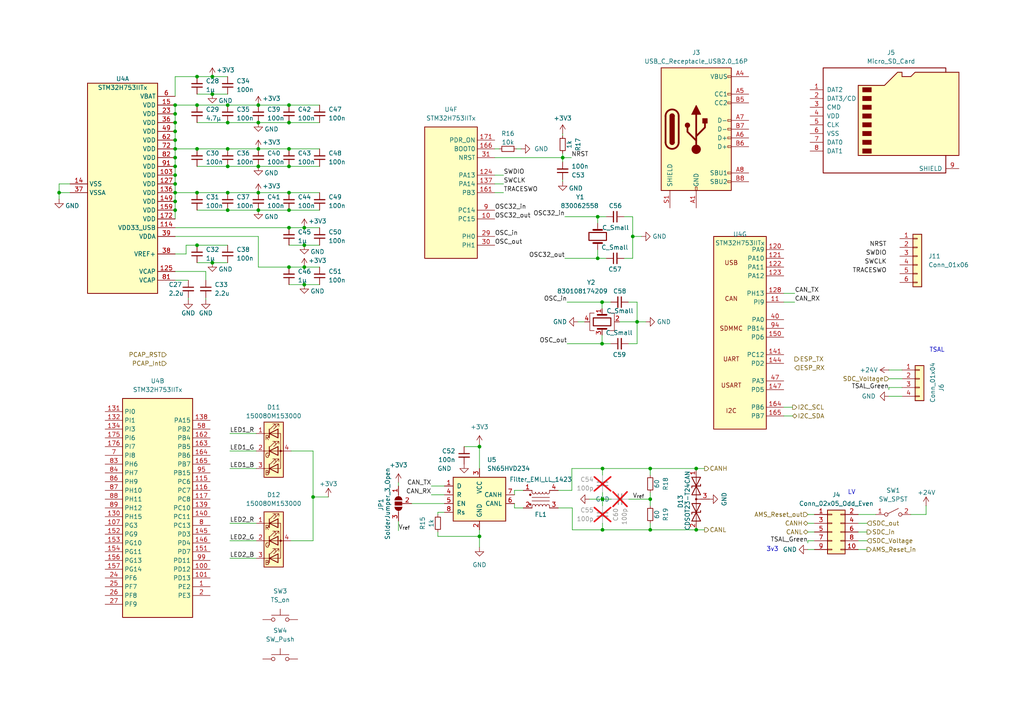
<source format=kicad_sch>
(kicad_sch
	(version 20231120)
	(generator "eeschema")
	(generator_version "8.0")
	(uuid "35b8a975-a1f8-4a47-8395-8e1ea283b386")
	(paper "A4")
	(lib_symbols
		(symbol "+3V3_1"
			(power)
			(pin_numbers hide)
			(pin_names
				(offset 0) hide)
			(exclude_from_sim no)
			(in_bom yes)
			(on_board yes)
			(property "Reference" "#PWR"
				(at 0 -3.81 0)
				(effects
					(font
						(size 1.27 1.27)
					)
					(hide yes)
				)
			)
			(property "Value" "+3V3"
				(at 0 3.556 0)
				(effects
					(font
						(size 1.27 1.27)
					)
				)
			)
			(property "Footprint" ""
				(at 0 0 0)
				(effects
					(font
						(size 1.27 1.27)
					)
					(hide yes)
				)
			)
			(property "Datasheet" ""
				(at 0 0 0)
				(effects
					(font
						(size 1.27 1.27)
					)
					(hide yes)
				)
			)
			(property "Description" "Power symbol creates a global label with name \"+3V3\""
				(at 0 0 0)
				(effects
					(font
						(size 1.27 1.27)
					)
					(hide yes)
				)
			)
			(property "ki_keywords" "global power"
				(at 0 0 0)
				(effects
					(font
						(size 1.27 1.27)
					)
					(hide yes)
				)
			)
			(symbol "+3V3_1_0_1"
				(polyline
					(pts
						(xy -0.762 1.27) (xy 0 2.54)
					)
					(stroke
						(width 0)
						(type default)
					)
					(fill
						(type none)
					)
				)
				(polyline
					(pts
						(xy 0 0) (xy 0 2.54)
					)
					(stroke
						(width 0)
						(type default)
					)
					(fill
						(type none)
					)
				)
				(polyline
					(pts
						(xy 0 2.54) (xy 0.762 1.27)
					)
					(stroke
						(width 0)
						(type default)
					)
					(fill
						(type none)
					)
				)
			)
			(symbol "+3V3_1_1_1"
				(pin power_in line
					(at 0 0 90)
					(length 0)
					(name "~"
						(effects
							(font
								(size 1.27 1.27)
							)
						)
					)
					(number "1"
						(effects
							(font
								(size 1.27 1.27)
							)
						)
					)
				)
			)
		)
		(symbol "+3V3_2"
			(power)
			(pin_numbers hide)
			(pin_names
				(offset 0) hide)
			(exclude_from_sim no)
			(in_bom yes)
			(on_board yes)
			(property "Reference" "#PWR"
				(at 0 -3.81 0)
				(effects
					(font
						(size 1.27 1.27)
					)
					(hide yes)
				)
			)
			(property "Value" "+3V3"
				(at 0 3.556 0)
				(effects
					(font
						(size 1.27 1.27)
					)
				)
			)
			(property "Footprint" ""
				(at 0 0 0)
				(effects
					(font
						(size 1.27 1.27)
					)
					(hide yes)
				)
			)
			(property "Datasheet" ""
				(at 0 0 0)
				(effects
					(font
						(size 1.27 1.27)
					)
					(hide yes)
				)
			)
			(property "Description" "Power symbol creates a global label with name \"+3V3\""
				(at 0 0 0)
				(effects
					(font
						(size 1.27 1.27)
					)
					(hide yes)
				)
			)
			(property "ki_keywords" "global power"
				(at 0 0 0)
				(effects
					(font
						(size 1.27 1.27)
					)
					(hide yes)
				)
			)
			(symbol "+3V3_2_0_1"
				(polyline
					(pts
						(xy -0.762 1.27) (xy 0 2.54)
					)
					(stroke
						(width 0)
						(type default)
					)
					(fill
						(type none)
					)
				)
				(polyline
					(pts
						(xy 0 0) (xy 0 2.54)
					)
					(stroke
						(width 0)
						(type default)
					)
					(fill
						(type none)
					)
				)
				(polyline
					(pts
						(xy 0 2.54) (xy 0.762 1.27)
					)
					(stroke
						(width 0)
						(type default)
					)
					(fill
						(type none)
					)
				)
			)
			(symbol "+3V3_2_1_1"
				(pin power_in line
					(at 0 0 90)
					(length 0)
					(name "~"
						(effects
							(font
								(size 1.27 1.27)
							)
						)
					)
					(number "1"
						(effects
							(font
								(size 1.27 1.27)
							)
						)
					)
				)
			)
		)
		(symbol "Connector:Micro_SD_Card"
			(pin_names
				(offset 1.016)
			)
			(exclude_from_sim no)
			(in_bom yes)
			(on_board yes)
			(property "Reference" "J"
				(at -16.51 15.24 0)
				(effects
					(font
						(size 1.27 1.27)
					)
				)
			)
			(property "Value" "Micro_SD_Card"
				(at 16.51 15.24 0)
				(effects
					(font
						(size 1.27 1.27)
					)
					(justify right)
				)
			)
			(property "Footprint" ""
				(at 29.21 7.62 0)
				(effects
					(font
						(size 1.27 1.27)
					)
					(hide yes)
				)
			)
			(property "Datasheet" "https://www.we-online.com/components/products/datasheet/693072010801.pdf"
				(at 0 0 0)
				(effects
					(font
						(size 1.27 1.27)
					)
					(hide yes)
				)
			)
			(property "Description" "Micro SD Card Socket"
				(at 0 0 0)
				(effects
					(font
						(size 1.27 1.27)
					)
					(hide yes)
				)
			)
			(property "ki_keywords" "connector SD microsd"
				(at 0 0 0)
				(effects
					(font
						(size 1.27 1.27)
					)
					(hide yes)
				)
			)
			(property "ki_fp_filters" "microSD*"
				(at 0 0 0)
				(effects
					(font
						(size 1.27 1.27)
					)
					(hide yes)
				)
			)
			(symbol "Micro_SD_Card_0_1"
				(rectangle
					(start -7.62 -9.525)
					(end -5.08 -10.795)
					(stroke
						(width 0)
						(type default)
					)
					(fill
						(type outline)
					)
				)
				(rectangle
					(start -7.62 -6.985)
					(end -5.08 -8.255)
					(stroke
						(width 0)
						(type default)
					)
					(fill
						(type outline)
					)
				)
				(rectangle
					(start -7.62 -4.445)
					(end -5.08 -5.715)
					(stroke
						(width 0)
						(type default)
					)
					(fill
						(type outline)
					)
				)
				(rectangle
					(start -7.62 -1.905)
					(end -5.08 -3.175)
					(stroke
						(width 0)
						(type default)
					)
					(fill
						(type outline)
					)
				)
				(rectangle
					(start -7.62 0.635)
					(end -5.08 -0.635)
					(stroke
						(width 0)
						(type default)
					)
					(fill
						(type outline)
					)
				)
				(rectangle
					(start -7.62 3.175)
					(end -5.08 1.905)
					(stroke
						(width 0)
						(type default)
					)
					(fill
						(type outline)
					)
				)
				(rectangle
					(start -7.62 5.715)
					(end -5.08 4.445)
					(stroke
						(width 0)
						(type default)
					)
					(fill
						(type outline)
					)
				)
				(rectangle
					(start -7.62 8.255)
					(end -5.08 6.985)
					(stroke
						(width 0)
						(type default)
					)
					(fill
						(type outline)
					)
				)
				(polyline
					(pts
						(xy 16.51 12.7) (xy 16.51 13.97) (xy -19.05 13.97) (xy -19.05 -16.51) (xy 16.51 -16.51) (xy 16.51 -11.43)
					)
					(stroke
						(width 0.254)
						(type default)
					)
					(fill
						(type none)
					)
				)
				(polyline
					(pts
						(xy -8.89 -11.43) (xy -8.89 8.89) (xy -1.27 8.89) (xy 2.54 12.7) (xy 3.81 12.7) (xy 3.81 11.43)
						(xy 6.35 11.43) (xy 7.62 12.7) (xy 20.32 12.7) (xy 20.32 -11.43) (xy -8.89 -11.43)
					)
					(stroke
						(width 0.254)
						(type default)
					)
					(fill
						(type background)
					)
				)
			)
			(symbol "Micro_SD_Card_1_1"
				(pin bidirectional line
					(at -22.86 7.62 0)
					(length 3.81)
					(name "DAT2"
						(effects
							(font
								(size 1.27 1.27)
							)
						)
					)
					(number "1"
						(effects
							(font
								(size 1.27 1.27)
							)
						)
					)
				)
				(pin bidirectional line
					(at -22.86 5.08 0)
					(length 3.81)
					(name "DAT3/CD"
						(effects
							(font
								(size 1.27 1.27)
							)
						)
					)
					(number "2"
						(effects
							(font
								(size 1.27 1.27)
							)
						)
					)
				)
				(pin input line
					(at -22.86 2.54 0)
					(length 3.81)
					(name "CMD"
						(effects
							(font
								(size 1.27 1.27)
							)
						)
					)
					(number "3"
						(effects
							(font
								(size 1.27 1.27)
							)
						)
					)
				)
				(pin power_in line
					(at -22.86 0 0)
					(length 3.81)
					(name "VDD"
						(effects
							(font
								(size 1.27 1.27)
							)
						)
					)
					(number "4"
						(effects
							(font
								(size 1.27 1.27)
							)
						)
					)
				)
				(pin input line
					(at -22.86 -2.54 0)
					(length 3.81)
					(name "CLK"
						(effects
							(font
								(size 1.27 1.27)
							)
						)
					)
					(number "5"
						(effects
							(font
								(size 1.27 1.27)
							)
						)
					)
				)
				(pin power_in line
					(at -22.86 -5.08 0)
					(length 3.81)
					(name "VSS"
						(effects
							(font
								(size 1.27 1.27)
							)
						)
					)
					(number "6"
						(effects
							(font
								(size 1.27 1.27)
							)
						)
					)
				)
				(pin bidirectional line
					(at -22.86 -7.62 0)
					(length 3.81)
					(name "DAT0"
						(effects
							(font
								(size 1.27 1.27)
							)
						)
					)
					(number "7"
						(effects
							(font
								(size 1.27 1.27)
							)
						)
					)
				)
				(pin bidirectional line
					(at -22.86 -10.16 0)
					(length 3.81)
					(name "DAT1"
						(effects
							(font
								(size 1.27 1.27)
							)
						)
					)
					(number "8"
						(effects
							(font
								(size 1.27 1.27)
							)
						)
					)
				)
				(pin passive line
					(at 20.32 -15.24 180)
					(length 3.81)
					(name "SHIELD"
						(effects
							(font
								(size 1.27 1.27)
							)
						)
					)
					(number "9"
						(effects
							(font
								(size 1.27 1.27)
							)
						)
					)
				)
			)
		)
		(symbol "Connector:USB_C_Receptacle_USB2.0_16P"
			(pin_names
				(offset 1.016)
			)
			(exclude_from_sim no)
			(in_bom yes)
			(on_board yes)
			(property "Reference" "J"
				(at 0 22.225 0)
				(effects
					(font
						(size 1.27 1.27)
					)
				)
			)
			(property "Value" "USB_C_Receptacle_USB2.0_16P"
				(at 0 19.685 0)
				(effects
					(font
						(size 1.27 1.27)
					)
				)
			)
			(property "Footprint" ""
				(at 3.81 0 0)
				(effects
					(font
						(size 1.27 1.27)
					)
					(hide yes)
				)
			)
			(property "Datasheet" "https://www.usb.org/sites/default/files/documents/usb_type-c.zip"
				(at 3.81 0 0)
				(effects
					(font
						(size 1.27 1.27)
					)
					(hide yes)
				)
			)
			(property "Description" "USB 2.0-only 16P Type-C Receptacle connector"
				(at 0 0 0)
				(effects
					(font
						(size 1.27 1.27)
					)
					(hide yes)
				)
			)
			(property "ki_keywords" "usb universal serial bus type-C USB2.0"
				(at 0 0 0)
				(effects
					(font
						(size 1.27 1.27)
					)
					(hide yes)
				)
			)
			(property "ki_fp_filters" "USB*C*Receptacle*"
				(at 0 0 0)
				(effects
					(font
						(size 1.27 1.27)
					)
					(hide yes)
				)
			)
			(symbol "USB_C_Receptacle_USB2.0_16P_0_0"
				(rectangle
					(start -0.254 -17.78)
					(end 0.254 -16.764)
					(stroke
						(width 0)
						(type default)
					)
					(fill
						(type none)
					)
				)
				(rectangle
					(start 10.16 -14.986)
					(end 9.144 -15.494)
					(stroke
						(width 0)
						(type default)
					)
					(fill
						(type none)
					)
				)
				(rectangle
					(start 10.16 -12.446)
					(end 9.144 -12.954)
					(stroke
						(width 0)
						(type default)
					)
					(fill
						(type none)
					)
				)
				(rectangle
					(start 10.16 -4.826)
					(end 9.144 -5.334)
					(stroke
						(width 0)
						(type default)
					)
					(fill
						(type none)
					)
				)
				(rectangle
					(start 10.16 -2.286)
					(end 9.144 -2.794)
					(stroke
						(width 0)
						(type default)
					)
					(fill
						(type none)
					)
				)
				(rectangle
					(start 10.16 0.254)
					(end 9.144 -0.254)
					(stroke
						(width 0)
						(type default)
					)
					(fill
						(type none)
					)
				)
				(rectangle
					(start 10.16 2.794)
					(end 9.144 2.286)
					(stroke
						(width 0)
						(type default)
					)
					(fill
						(type none)
					)
				)
				(rectangle
					(start 10.16 7.874)
					(end 9.144 7.366)
					(stroke
						(width 0)
						(type default)
					)
					(fill
						(type none)
					)
				)
				(rectangle
					(start 10.16 10.414)
					(end 9.144 9.906)
					(stroke
						(width 0)
						(type default)
					)
					(fill
						(type none)
					)
				)
				(rectangle
					(start 10.16 15.494)
					(end 9.144 14.986)
					(stroke
						(width 0)
						(type default)
					)
					(fill
						(type none)
					)
				)
			)
			(symbol "USB_C_Receptacle_USB2.0_16P_0_1"
				(rectangle
					(start -10.16 17.78)
					(end 10.16 -17.78)
					(stroke
						(width 0.254)
						(type default)
					)
					(fill
						(type background)
					)
				)
				(arc
					(start -8.89 -3.81)
					(mid -6.985 -5.7067)
					(end -5.08 -3.81)
					(stroke
						(width 0.508)
						(type default)
					)
					(fill
						(type none)
					)
				)
				(arc
					(start -7.62 -3.81)
					(mid -6.985 -4.4423)
					(end -6.35 -3.81)
					(stroke
						(width 0.254)
						(type default)
					)
					(fill
						(type none)
					)
				)
				(arc
					(start -7.62 -3.81)
					(mid -6.985 -4.4423)
					(end -6.35 -3.81)
					(stroke
						(width 0.254)
						(type default)
					)
					(fill
						(type outline)
					)
				)
				(rectangle
					(start -7.62 -3.81)
					(end -6.35 3.81)
					(stroke
						(width 0.254)
						(type default)
					)
					(fill
						(type outline)
					)
				)
				(arc
					(start -6.35 3.81)
					(mid -6.985 4.4423)
					(end -7.62 3.81)
					(stroke
						(width 0.254)
						(type default)
					)
					(fill
						(type none)
					)
				)
				(arc
					(start -6.35 3.81)
					(mid -6.985 4.4423)
					(end -7.62 3.81)
					(stroke
						(width 0.254)
						(type default)
					)
					(fill
						(type outline)
					)
				)
				(arc
					(start -5.08 3.81)
					(mid -6.985 5.7067)
					(end -8.89 3.81)
					(stroke
						(width 0.508)
						(type default)
					)
					(fill
						(type none)
					)
				)
				(circle
					(center -2.54 1.143)
					(radius 0.635)
					(stroke
						(width 0.254)
						(type default)
					)
					(fill
						(type outline)
					)
				)
				(circle
					(center 0 -5.842)
					(radius 1.27)
					(stroke
						(width 0)
						(type default)
					)
					(fill
						(type outline)
					)
				)
				(polyline
					(pts
						(xy -8.89 -3.81) (xy -8.89 3.81)
					)
					(stroke
						(width 0.508)
						(type default)
					)
					(fill
						(type none)
					)
				)
				(polyline
					(pts
						(xy -5.08 3.81) (xy -5.08 -3.81)
					)
					(stroke
						(width 0.508)
						(type default)
					)
					(fill
						(type none)
					)
				)
				(polyline
					(pts
						(xy 0 -5.842) (xy 0 4.318)
					)
					(stroke
						(width 0.508)
						(type default)
					)
					(fill
						(type none)
					)
				)
				(polyline
					(pts
						(xy 0 -3.302) (xy -2.54 -0.762) (xy -2.54 0.508)
					)
					(stroke
						(width 0.508)
						(type default)
					)
					(fill
						(type none)
					)
				)
				(polyline
					(pts
						(xy 0 -2.032) (xy 2.54 0.508) (xy 2.54 1.778)
					)
					(stroke
						(width 0.508)
						(type default)
					)
					(fill
						(type none)
					)
				)
				(polyline
					(pts
						(xy -1.27 4.318) (xy 0 6.858) (xy 1.27 4.318) (xy -1.27 4.318)
					)
					(stroke
						(width 0.254)
						(type default)
					)
					(fill
						(type outline)
					)
				)
				(rectangle
					(start 1.905 1.778)
					(end 3.175 3.048)
					(stroke
						(width 0.254)
						(type default)
					)
					(fill
						(type outline)
					)
				)
			)
			(symbol "USB_C_Receptacle_USB2.0_16P_1_1"
				(pin passive line
					(at 0 -22.86 90)
					(length 5.08)
					(name "GND"
						(effects
							(font
								(size 1.27 1.27)
							)
						)
					)
					(number "A1"
						(effects
							(font
								(size 1.27 1.27)
							)
						)
					)
				)
				(pin passive line
					(at 0 -22.86 90)
					(length 5.08) hide
					(name "GND"
						(effects
							(font
								(size 1.27 1.27)
							)
						)
					)
					(number "A12"
						(effects
							(font
								(size 1.27 1.27)
							)
						)
					)
				)
				(pin passive line
					(at 15.24 15.24 180)
					(length 5.08)
					(name "VBUS"
						(effects
							(font
								(size 1.27 1.27)
							)
						)
					)
					(number "A4"
						(effects
							(font
								(size 1.27 1.27)
							)
						)
					)
				)
				(pin bidirectional line
					(at 15.24 10.16 180)
					(length 5.08)
					(name "CC1"
						(effects
							(font
								(size 1.27 1.27)
							)
						)
					)
					(number "A5"
						(effects
							(font
								(size 1.27 1.27)
							)
						)
					)
				)
				(pin bidirectional line
					(at 15.24 -2.54 180)
					(length 5.08)
					(name "D+"
						(effects
							(font
								(size 1.27 1.27)
							)
						)
					)
					(number "A6"
						(effects
							(font
								(size 1.27 1.27)
							)
						)
					)
				)
				(pin bidirectional line
					(at 15.24 2.54 180)
					(length 5.08)
					(name "D-"
						(effects
							(font
								(size 1.27 1.27)
							)
						)
					)
					(number "A7"
						(effects
							(font
								(size 1.27 1.27)
							)
						)
					)
				)
				(pin bidirectional line
					(at 15.24 -12.7 180)
					(length 5.08)
					(name "SBU1"
						(effects
							(font
								(size 1.27 1.27)
							)
						)
					)
					(number "A8"
						(effects
							(font
								(size 1.27 1.27)
							)
						)
					)
				)
				(pin passive line
					(at 15.24 15.24 180)
					(length 5.08) hide
					(name "VBUS"
						(effects
							(font
								(size 1.27 1.27)
							)
						)
					)
					(number "A9"
						(effects
							(font
								(size 1.27 1.27)
							)
						)
					)
				)
				(pin passive line
					(at 0 -22.86 90)
					(length 5.08) hide
					(name "GND"
						(effects
							(font
								(size 1.27 1.27)
							)
						)
					)
					(number "B1"
						(effects
							(font
								(size 1.27 1.27)
							)
						)
					)
				)
				(pin passive line
					(at 0 -22.86 90)
					(length 5.08) hide
					(name "GND"
						(effects
							(font
								(size 1.27 1.27)
							)
						)
					)
					(number "B12"
						(effects
							(font
								(size 1.27 1.27)
							)
						)
					)
				)
				(pin passive line
					(at 15.24 15.24 180)
					(length 5.08) hide
					(name "VBUS"
						(effects
							(font
								(size 1.27 1.27)
							)
						)
					)
					(number "B4"
						(effects
							(font
								(size 1.27 1.27)
							)
						)
					)
				)
				(pin bidirectional line
					(at 15.24 7.62 180)
					(length 5.08)
					(name "CC2"
						(effects
							(font
								(size 1.27 1.27)
							)
						)
					)
					(number "B5"
						(effects
							(font
								(size 1.27 1.27)
							)
						)
					)
				)
				(pin bidirectional line
					(at 15.24 -5.08 180)
					(length 5.08)
					(name "D+"
						(effects
							(font
								(size 1.27 1.27)
							)
						)
					)
					(number "B6"
						(effects
							(font
								(size 1.27 1.27)
							)
						)
					)
				)
				(pin bidirectional line
					(at 15.24 0 180)
					(length 5.08)
					(name "D-"
						(effects
							(font
								(size 1.27 1.27)
							)
						)
					)
					(number "B7"
						(effects
							(font
								(size 1.27 1.27)
							)
						)
					)
				)
				(pin bidirectional line
					(at 15.24 -15.24 180)
					(length 5.08)
					(name "SBU2"
						(effects
							(font
								(size 1.27 1.27)
							)
						)
					)
					(number "B8"
						(effects
							(font
								(size 1.27 1.27)
							)
						)
					)
				)
				(pin passive line
					(at 15.24 15.24 180)
					(length 5.08) hide
					(name "VBUS"
						(effects
							(font
								(size 1.27 1.27)
							)
						)
					)
					(number "B9"
						(effects
							(font
								(size 1.27 1.27)
							)
						)
					)
				)
				(pin passive line
					(at -7.62 -22.86 90)
					(length 5.08)
					(name "SHIELD"
						(effects
							(font
								(size 1.27 1.27)
							)
						)
					)
					(number "S1"
						(effects
							(font
								(size 1.27 1.27)
							)
						)
					)
				)
			)
		)
		(symbol "Connector_Generic:Conn_01x04"
			(pin_names
				(offset 1.016) hide)
			(exclude_from_sim no)
			(in_bom yes)
			(on_board yes)
			(property "Reference" "J"
				(at 0 5.08 0)
				(effects
					(font
						(size 1.27 1.27)
					)
				)
			)
			(property "Value" "Conn_01x04"
				(at 0 -7.62 0)
				(effects
					(font
						(size 1.27 1.27)
					)
				)
			)
			(property "Footprint" ""
				(at 0 0 0)
				(effects
					(font
						(size 1.27 1.27)
					)
					(hide yes)
				)
			)
			(property "Datasheet" "~"
				(at 0 0 0)
				(effects
					(font
						(size 1.27 1.27)
					)
					(hide yes)
				)
			)
			(property "Description" "Generic connector, single row, 01x04, script generated (kicad-library-utils/schlib/autogen/connector/)"
				(at 0 0 0)
				(effects
					(font
						(size 1.27 1.27)
					)
					(hide yes)
				)
			)
			(property "ki_keywords" "connector"
				(at 0 0 0)
				(effects
					(font
						(size 1.27 1.27)
					)
					(hide yes)
				)
			)
			(property "ki_fp_filters" "Connector*:*_1x??_*"
				(at 0 0 0)
				(effects
					(font
						(size 1.27 1.27)
					)
					(hide yes)
				)
			)
			(symbol "Conn_01x04_1_1"
				(rectangle
					(start -1.27 -4.953)
					(end 0 -5.207)
					(stroke
						(width 0.1524)
						(type default)
					)
					(fill
						(type none)
					)
				)
				(rectangle
					(start -1.27 -2.413)
					(end 0 -2.667)
					(stroke
						(width 0.1524)
						(type default)
					)
					(fill
						(type none)
					)
				)
				(rectangle
					(start -1.27 0.127)
					(end 0 -0.127)
					(stroke
						(width 0.1524)
						(type default)
					)
					(fill
						(type none)
					)
				)
				(rectangle
					(start -1.27 2.667)
					(end 0 2.413)
					(stroke
						(width 0.1524)
						(type default)
					)
					(fill
						(type none)
					)
				)
				(rectangle
					(start -1.27 3.81)
					(end 1.27 -6.35)
					(stroke
						(width 0.254)
						(type default)
					)
					(fill
						(type background)
					)
				)
				(pin passive line
					(at -5.08 2.54 0)
					(length 3.81)
					(name "Pin_1"
						(effects
							(font
								(size 1.27 1.27)
							)
						)
					)
					(number "1"
						(effects
							(font
								(size 1.27 1.27)
							)
						)
					)
				)
				(pin passive line
					(at -5.08 0 0)
					(length 3.81)
					(name "Pin_2"
						(effects
							(font
								(size 1.27 1.27)
							)
						)
					)
					(number "2"
						(effects
							(font
								(size 1.27 1.27)
							)
						)
					)
				)
				(pin passive line
					(at -5.08 -2.54 0)
					(length 3.81)
					(name "Pin_3"
						(effects
							(font
								(size 1.27 1.27)
							)
						)
					)
					(number "3"
						(effects
							(font
								(size 1.27 1.27)
							)
						)
					)
				)
				(pin passive line
					(at -5.08 -5.08 0)
					(length 3.81)
					(name "Pin_4"
						(effects
							(font
								(size 1.27 1.27)
							)
						)
					)
					(number "4"
						(effects
							(font
								(size 1.27 1.27)
							)
						)
					)
				)
			)
		)
		(symbol "Connector_Generic:Conn_01x06"
			(pin_names
				(offset 1.016) hide)
			(exclude_from_sim no)
			(in_bom yes)
			(on_board yes)
			(property "Reference" "J"
				(at 0 7.62 0)
				(effects
					(font
						(size 1.27 1.27)
					)
				)
			)
			(property "Value" "Conn_01x06"
				(at 0 -10.16 0)
				(effects
					(font
						(size 1.27 1.27)
					)
				)
			)
			(property "Footprint" ""
				(at 0 0 0)
				(effects
					(font
						(size 1.27 1.27)
					)
					(hide yes)
				)
			)
			(property "Datasheet" "~"
				(at 0 0 0)
				(effects
					(font
						(size 1.27 1.27)
					)
					(hide yes)
				)
			)
			(property "Description" "Generic connector, single row, 01x06, script generated (kicad-library-utils/schlib/autogen/connector/)"
				(at 0 0 0)
				(effects
					(font
						(size 1.27 1.27)
					)
					(hide yes)
				)
			)
			(property "ki_keywords" "connector"
				(at 0 0 0)
				(effects
					(font
						(size 1.27 1.27)
					)
					(hide yes)
				)
			)
			(property "ki_fp_filters" "Connector*:*_1x??_*"
				(at 0 0 0)
				(effects
					(font
						(size 1.27 1.27)
					)
					(hide yes)
				)
			)
			(symbol "Conn_01x06_1_1"
				(rectangle
					(start -1.27 -7.493)
					(end 0 -7.747)
					(stroke
						(width 0.1524)
						(type default)
					)
					(fill
						(type none)
					)
				)
				(rectangle
					(start -1.27 -4.953)
					(end 0 -5.207)
					(stroke
						(width 0.1524)
						(type default)
					)
					(fill
						(type none)
					)
				)
				(rectangle
					(start -1.27 -2.413)
					(end 0 -2.667)
					(stroke
						(width 0.1524)
						(type default)
					)
					(fill
						(type none)
					)
				)
				(rectangle
					(start -1.27 0.127)
					(end 0 -0.127)
					(stroke
						(width 0.1524)
						(type default)
					)
					(fill
						(type none)
					)
				)
				(rectangle
					(start -1.27 2.667)
					(end 0 2.413)
					(stroke
						(width 0.1524)
						(type default)
					)
					(fill
						(type none)
					)
				)
				(rectangle
					(start -1.27 5.207)
					(end 0 4.953)
					(stroke
						(width 0.1524)
						(type default)
					)
					(fill
						(type none)
					)
				)
				(rectangle
					(start -1.27 6.35)
					(end 1.27 -8.89)
					(stroke
						(width 0.254)
						(type default)
					)
					(fill
						(type background)
					)
				)
				(pin passive line
					(at -5.08 5.08 0)
					(length 3.81)
					(name "Pin_1"
						(effects
							(font
								(size 1.27 1.27)
							)
						)
					)
					(number "1"
						(effects
							(font
								(size 1.27 1.27)
							)
						)
					)
				)
				(pin passive line
					(at -5.08 2.54 0)
					(length 3.81)
					(name "Pin_2"
						(effects
							(font
								(size 1.27 1.27)
							)
						)
					)
					(number "2"
						(effects
							(font
								(size 1.27 1.27)
							)
						)
					)
				)
				(pin passive line
					(at -5.08 0 0)
					(length 3.81)
					(name "Pin_3"
						(effects
							(font
								(size 1.27 1.27)
							)
						)
					)
					(number "3"
						(effects
							(font
								(size 1.27 1.27)
							)
						)
					)
				)
				(pin passive line
					(at -5.08 -2.54 0)
					(length 3.81)
					(name "Pin_4"
						(effects
							(font
								(size 1.27 1.27)
							)
						)
					)
					(number "4"
						(effects
							(font
								(size 1.27 1.27)
							)
						)
					)
				)
				(pin passive line
					(at -5.08 -5.08 0)
					(length 3.81)
					(name "Pin_5"
						(effects
							(font
								(size 1.27 1.27)
							)
						)
					)
					(number "5"
						(effects
							(font
								(size 1.27 1.27)
							)
						)
					)
				)
				(pin passive line
					(at -5.08 -7.62 0)
					(length 3.81)
					(name "Pin_6"
						(effects
							(font
								(size 1.27 1.27)
							)
						)
					)
					(number "6"
						(effects
							(font
								(size 1.27 1.27)
							)
						)
					)
				)
			)
		)
		(symbol "Connector_Generic:Conn_02x05_Odd_Even"
			(pin_names
				(offset 1.016) hide)
			(exclude_from_sim no)
			(in_bom yes)
			(on_board yes)
			(property "Reference" "J"
				(at 1.27 7.62 0)
				(effects
					(font
						(size 1.27 1.27)
					)
				)
			)
			(property "Value" "Conn_02x05_Odd_Even"
				(at 1.27 -7.62 0)
				(effects
					(font
						(size 1.27 1.27)
					)
				)
			)
			(property "Footprint" ""
				(at 0 0 0)
				(effects
					(font
						(size 1.27 1.27)
					)
					(hide yes)
				)
			)
			(property "Datasheet" "~"
				(at 0 0 0)
				(effects
					(font
						(size 1.27 1.27)
					)
					(hide yes)
				)
			)
			(property "Description" "Generic connector, double row, 02x05, odd/even pin numbering scheme (row 1 odd numbers, row 2 even numbers), script generated (kicad-library-utils/schlib/autogen/connector/)"
				(at 0 0 0)
				(effects
					(font
						(size 1.27 1.27)
					)
					(hide yes)
				)
			)
			(property "ki_keywords" "connector"
				(at 0 0 0)
				(effects
					(font
						(size 1.27 1.27)
					)
					(hide yes)
				)
			)
			(property "ki_fp_filters" "Connector*:*_2x??_*"
				(at 0 0 0)
				(effects
					(font
						(size 1.27 1.27)
					)
					(hide yes)
				)
			)
			(symbol "Conn_02x05_Odd_Even_1_1"
				(rectangle
					(start -1.27 -4.953)
					(end 0 -5.207)
					(stroke
						(width 0.1524)
						(type default)
					)
					(fill
						(type none)
					)
				)
				(rectangle
					(start -1.27 -2.413)
					(end 0 -2.667)
					(stroke
						(width 0.1524)
						(type default)
					)
					(fill
						(type none)
					)
				)
				(rectangle
					(start -1.27 0.127)
					(end 0 -0.127)
					(stroke
						(width 0.1524)
						(type default)
					)
					(fill
						(type none)
					)
				)
				(rectangle
					(start -1.27 2.667)
					(end 0 2.413)
					(stroke
						(width 0.1524)
						(type default)
					)
					(fill
						(type none)
					)
				)
				(rectangle
					(start -1.27 5.207)
					(end 0 4.953)
					(stroke
						(width 0.1524)
						(type default)
					)
					(fill
						(type none)
					)
				)
				(rectangle
					(start -1.27 6.35)
					(end 3.81 -6.35)
					(stroke
						(width 0.254)
						(type default)
					)
					(fill
						(type background)
					)
				)
				(rectangle
					(start 3.81 -4.953)
					(end 2.54 -5.207)
					(stroke
						(width 0.1524)
						(type default)
					)
					(fill
						(type none)
					)
				)
				(rectangle
					(start 3.81 -2.413)
					(end 2.54 -2.667)
					(stroke
						(width 0.1524)
						(type default)
					)
					(fill
						(type none)
					)
				)
				(rectangle
					(start 3.81 0.127)
					(end 2.54 -0.127)
					(stroke
						(width 0.1524)
						(type default)
					)
					(fill
						(type none)
					)
				)
				(rectangle
					(start 3.81 2.667)
					(end 2.54 2.413)
					(stroke
						(width 0.1524)
						(type default)
					)
					(fill
						(type none)
					)
				)
				(rectangle
					(start 3.81 5.207)
					(end 2.54 4.953)
					(stroke
						(width 0.1524)
						(type default)
					)
					(fill
						(type none)
					)
				)
				(pin passive line
					(at -5.08 5.08 0)
					(length 3.81)
					(name "Pin_1"
						(effects
							(font
								(size 1.27 1.27)
							)
						)
					)
					(number "1"
						(effects
							(font
								(size 1.27 1.27)
							)
						)
					)
				)
				(pin passive line
					(at 7.62 -5.08 180)
					(length 3.81)
					(name "Pin_10"
						(effects
							(font
								(size 1.27 1.27)
							)
						)
					)
					(number "10"
						(effects
							(font
								(size 1.27 1.27)
							)
						)
					)
				)
				(pin passive line
					(at 7.62 5.08 180)
					(length 3.81)
					(name "Pin_2"
						(effects
							(font
								(size 1.27 1.27)
							)
						)
					)
					(number "2"
						(effects
							(font
								(size 1.27 1.27)
							)
						)
					)
				)
				(pin passive line
					(at -5.08 2.54 0)
					(length 3.81)
					(name "Pin_3"
						(effects
							(font
								(size 1.27 1.27)
							)
						)
					)
					(number "3"
						(effects
							(font
								(size 1.27 1.27)
							)
						)
					)
				)
				(pin passive line
					(at 7.62 2.54 180)
					(length 3.81)
					(name "Pin_4"
						(effects
							(font
								(size 1.27 1.27)
							)
						)
					)
					(number "4"
						(effects
							(font
								(size 1.27 1.27)
							)
						)
					)
				)
				(pin passive line
					(at -5.08 0 0)
					(length 3.81)
					(name "Pin_5"
						(effects
							(font
								(size 1.27 1.27)
							)
						)
					)
					(number "5"
						(effects
							(font
								(size 1.27 1.27)
							)
						)
					)
				)
				(pin passive line
					(at 7.62 0 180)
					(length 3.81)
					(name "Pin_6"
						(effects
							(font
								(size 1.27 1.27)
							)
						)
					)
					(number "6"
						(effects
							(font
								(size 1.27 1.27)
							)
						)
					)
				)
				(pin passive line
					(at -5.08 -2.54 0)
					(length 3.81)
					(name "Pin_7"
						(effects
							(font
								(size 1.27 1.27)
							)
						)
					)
					(number "7"
						(effects
							(font
								(size 1.27 1.27)
							)
						)
					)
				)
				(pin passive line
					(at 7.62 -2.54 180)
					(length 3.81)
					(name "Pin_8"
						(effects
							(font
								(size 1.27 1.27)
							)
						)
					)
					(number "8"
						(effects
							(font
								(size 1.27 1.27)
							)
						)
					)
				)
				(pin passive line
					(at -5.08 -5.08 0)
					(length 3.81)
					(name "Pin_9"
						(effects
							(font
								(size 1.27 1.27)
							)
						)
					)
					(number "9"
						(effects
							(font
								(size 1.27 1.27)
							)
						)
					)
				)
			)
		)
		(symbol "Device:C_Small"
			(pin_numbers hide)
			(pin_names
				(offset 0.254) hide)
			(exclude_from_sim no)
			(in_bom yes)
			(on_board yes)
			(property "Reference" "C"
				(at 0.254 1.778 0)
				(effects
					(font
						(size 1.27 1.27)
					)
					(justify left)
				)
			)
			(property "Value" "C_Small"
				(at 0.254 -2.032 0)
				(effects
					(font
						(size 1.27 1.27)
					)
					(justify left)
				)
			)
			(property "Footprint" ""
				(at 0 0 0)
				(effects
					(font
						(size 1.27 1.27)
					)
					(hide yes)
				)
			)
			(property "Datasheet" "~"
				(at 0 0 0)
				(effects
					(font
						(size 1.27 1.27)
					)
					(hide yes)
				)
			)
			(property "Description" "Unpolarized capacitor, small symbol"
				(at 0 0 0)
				(effects
					(font
						(size 1.27 1.27)
					)
					(hide yes)
				)
			)
			(property "ki_keywords" "capacitor cap"
				(at 0 0 0)
				(effects
					(font
						(size 1.27 1.27)
					)
					(hide yes)
				)
			)
			(property "ki_fp_filters" "C_*"
				(at 0 0 0)
				(effects
					(font
						(size 1.27 1.27)
					)
					(hide yes)
				)
			)
			(symbol "C_Small_0_1"
				(polyline
					(pts
						(xy -1.524 -0.508) (xy 1.524 -0.508)
					)
					(stroke
						(width 0.3302)
						(type default)
					)
					(fill
						(type none)
					)
				)
				(polyline
					(pts
						(xy -1.524 0.508) (xy 1.524 0.508)
					)
					(stroke
						(width 0.3048)
						(type default)
					)
					(fill
						(type none)
					)
				)
			)
			(symbol "C_Small_1_1"
				(pin passive line
					(at 0 2.54 270)
					(length 2.032)
					(name "~"
						(effects
							(font
								(size 1.27 1.27)
							)
						)
					)
					(number "1"
						(effects
							(font
								(size 1.27 1.27)
							)
						)
					)
				)
				(pin passive line
					(at 0 -2.54 90)
					(length 2.032)
					(name "~"
						(effects
							(font
								(size 1.27 1.27)
							)
						)
					)
					(number "2"
						(effects
							(font
								(size 1.27 1.27)
							)
						)
					)
				)
			)
		)
		(symbol "Device:Crystal"
			(pin_numbers hide)
			(pin_names
				(offset 1.016) hide)
			(exclude_from_sim no)
			(in_bom yes)
			(on_board yes)
			(property "Reference" "Y"
				(at 0 3.81 0)
				(effects
					(font
						(size 1.27 1.27)
					)
				)
			)
			(property "Value" "Crystal"
				(at 0 -3.81 0)
				(effects
					(font
						(size 1.27 1.27)
					)
				)
			)
			(property "Footprint" ""
				(at 0 0 0)
				(effects
					(font
						(size 1.27 1.27)
					)
					(hide yes)
				)
			)
			(property "Datasheet" "~"
				(at 0 0 0)
				(effects
					(font
						(size 1.27 1.27)
					)
					(hide yes)
				)
			)
			(property "Description" "Two pin crystal"
				(at 0 0 0)
				(effects
					(font
						(size 1.27 1.27)
					)
					(hide yes)
				)
			)
			(property "ki_keywords" "quartz ceramic resonator oscillator"
				(at 0 0 0)
				(effects
					(font
						(size 1.27 1.27)
					)
					(hide yes)
				)
			)
			(property "ki_fp_filters" "Crystal*"
				(at 0 0 0)
				(effects
					(font
						(size 1.27 1.27)
					)
					(hide yes)
				)
			)
			(symbol "Crystal_0_1"
				(rectangle
					(start -1.143 2.54)
					(end 1.143 -2.54)
					(stroke
						(width 0.3048)
						(type default)
					)
					(fill
						(type none)
					)
				)
				(polyline
					(pts
						(xy -2.54 0) (xy -1.905 0)
					)
					(stroke
						(width 0)
						(type default)
					)
					(fill
						(type none)
					)
				)
				(polyline
					(pts
						(xy -1.905 -1.27) (xy -1.905 1.27)
					)
					(stroke
						(width 0.508)
						(type default)
					)
					(fill
						(type none)
					)
				)
				(polyline
					(pts
						(xy 1.905 -1.27) (xy 1.905 1.27)
					)
					(stroke
						(width 0.508)
						(type default)
					)
					(fill
						(type none)
					)
				)
				(polyline
					(pts
						(xy 2.54 0) (xy 1.905 0)
					)
					(stroke
						(width 0)
						(type default)
					)
					(fill
						(type none)
					)
				)
			)
			(symbol "Crystal_1_1"
				(pin passive line
					(at -3.81 0 0)
					(length 1.27)
					(name "1"
						(effects
							(font
								(size 1.27 1.27)
							)
						)
					)
					(number "1"
						(effects
							(font
								(size 1.27 1.27)
							)
						)
					)
				)
				(pin passive line
					(at 3.81 0 180)
					(length 1.27)
					(name "2"
						(effects
							(font
								(size 1.27 1.27)
							)
						)
					)
					(number "2"
						(effects
							(font
								(size 1.27 1.27)
							)
						)
					)
				)
			)
		)
		(symbol "Device:Crystal_GND24"
			(pin_names
				(offset 1.016) hide)
			(exclude_from_sim no)
			(in_bom yes)
			(on_board yes)
			(property "Reference" "Y"
				(at 3.175 5.08 0)
				(effects
					(font
						(size 1.27 1.27)
					)
					(justify left)
				)
			)
			(property "Value" "Crystal_GND24"
				(at 3.175 3.175 0)
				(effects
					(font
						(size 1.27 1.27)
					)
					(justify left)
				)
			)
			(property "Footprint" ""
				(at 0 0 0)
				(effects
					(font
						(size 1.27 1.27)
					)
					(hide yes)
				)
			)
			(property "Datasheet" "~"
				(at 0 0 0)
				(effects
					(font
						(size 1.27 1.27)
					)
					(hide yes)
				)
			)
			(property "Description" "Four pin crystal, GND on pins 2 and 4"
				(at 0 0 0)
				(effects
					(font
						(size 1.27 1.27)
					)
					(hide yes)
				)
			)
			(property "ki_keywords" "quartz ceramic resonator oscillator"
				(at 0 0 0)
				(effects
					(font
						(size 1.27 1.27)
					)
					(hide yes)
				)
			)
			(property "ki_fp_filters" "Crystal*"
				(at 0 0 0)
				(effects
					(font
						(size 1.27 1.27)
					)
					(hide yes)
				)
			)
			(symbol "Crystal_GND24_0_1"
				(rectangle
					(start -1.143 2.54)
					(end 1.143 -2.54)
					(stroke
						(width 0.3048)
						(type default)
					)
					(fill
						(type none)
					)
				)
				(polyline
					(pts
						(xy -2.54 0) (xy -2.032 0)
					)
					(stroke
						(width 0)
						(type default)
					)
					(fill
						(type none)
					)
				)
				(polyline
					(pts
						(xy -2.032 -1.27) (xy -2.032 1.27)
					)
					(stroke
						(width 0.508)
						(type default)
					)
					(fill
						(type none)
					)
				)
				(polyline
					(pts
						(xy 0 -3.81) (xy 0 -3.556)
					)
					(stroke
						(width 0)
						(type default)
					)
					(fill
						(type none)
					)
				)
				(polyline
					(pts
						(xy 0 3.556) (xy 0 3.81)
					)
					(stroke
						(width 0)
						(type default)
					)
					(fill
						(type none)
					)
				)
				(polyline
					(pts
						(xy 2.032 -1.27) (xy 2.032 1.27)
					)
					(stroke
						(width 0.508)
						(type default)
					)
					(fill
						(type none)
					)
				)
				(polyline
					(pts
						(xy 2.032 0) (xy 2.54 0)
					)
					(stroke
						(width 0)
						(type default)
					)
					(fill
						(type none)
					)
				)
				(polyline
					(pts
						(xy -2.54 -2.286) (xy -2.54 -3.556) (xy 2.54 -3.556) (xy 2.54 -2.286)
					)
					(stroke
						(width 0)
						(type default)
					)
					(fill
						(type none)
					)
				)
				(polyline
					(pts
						(xy -2.54 2.286) (xy -2.54 3.556) (xy 2.54 3.556) (xy 2.54 2.286)
					)
					(stroke
						(width 0)
						(type default)
					)
					(fill
						(type none)
					)
				)
			)
			(symbol "Crystal_GND24_1_1"
				(pin passive line
					(at -3.81 0 0)
					(length 1.27)
					(name "1"
						(effects
							(font
								(size 1.27 1.27)
							)
						)
					)
					(number "1"
						(effects
							(font
								(size 1.27 1.27)
							)
						)
					)
				)
				(pin passive line
					(at 0 5.08 270)
					(length 1.27)
					(name "2"
						(effects
							(font
								(size 1.27 1.27)
							)
						)
					)
					(number "2"
						(effects
							(font
								(size 1.27 1.27)
							)
						)
					)
				)
				(pin passive line
					(at 3.81 0 180)
					(length 1.27)
					(name "3"
						(effects
							(font
								(size 1.27 1.27)
							)
						)
					)
					(number "3"
						(effects
							(font
								(size 1.27 1.27)
							)
						)
					)
				)
				(pin passive line
					(at 0 -5.08 90)
					(length 1.27)
					(name "4"
						(effects
							(font
								(size 1.27 1.27)
							)
						)
					)
					(number "4"
						(effects
							(font
								(size 1.27 1.27)
							)
						)
					)
				)
			)
		)
		(symbol "Device:D_TVS_Dual_AAC"
			(pin_names
				(offset 1.016) hide)
			(exclude_from_sim no)
			(in_bom yes)
			(on_board yes)
			(property "Reference" "D"
				(at 0 4.445 0)
				(effects
					(font
						(size 1.27 1.27)
					)
				)
			)
			(property "Value" "D_TVS_Dual_AAC"
				(at 0 2.54 0)
				(effects
					(font
						(size 1.27 1.27)
					)
				)
			)
			(property "Footprint" ""
				(at -3.81 0 0)
				(effects
					(font
						(size 1.27 1.27)
					)
					(hide yes)
				)
			)
			(property "Datasheet" "~"
				(at -3.81 0 0)
				(effects
					(font
						(size 1.27 1.27)
					)
					(hide yes)
				)
			)
			(property "Description" "Bidirectional dual transient-voltage-suppression diode, center on pin 3"
				(at 0 0 0)
				(effects
					(font
						(size 1.27 1.27)
					)
					(hide yes)
				)
			)
			(property "ki_keywords" "diode TVS thyrector"
				(at 0 0 0)
				(effects
					(font
						(size 1.27 1.27)
					)
					(hide yes)
				)
			)
			(symbol "D_TVS_Dual_AAC_0_0"
				(polyline
					(pts
						(xy 0 -1.27) (xy 0 0)
					)
					(stroke
						(width 0)
						(type default)
					)
					(fill
						(type none)
					)
				)
			)
			(symbol "D_TVS_Dual_AAC_0_1"
				(polyline
					(pts
						(xy -6.35 0) (xy 6.35 0)
					)
					(stroke
						(width 0)
						(type default)
					)
					(fill
						(type none)
					)
				)
				(polyline
					(pts
						(xy -3.302 1.27) (xy -3.81 1.27) (xy -3.81 -1.27) (xy -4.318 -1.27)
					)
					(stroke
						(width 0.254)
						(type default)
					)
					(fill
						(type none)
					)
				)
				(polyline
					(pts
						(xy 4.318 1.27) (xy 3.81 1.27) (xy 3.81 -1.27) (xy 3.302 -1.27)
					)
					(stroke
						(width 0.254)
						(type default)
					)
					(fill
						(type none)
					)
				)
				(polyline
					(pts
						(xy -6.35 1.27) (xy -1.27 -1.27) (xy -1.27 1.27) (xy -6.35 -1.27) (xy -6.35 1.27)
					)
					(stroke
						(width 0.254)
						(type default)
					)
					(fill
						(type none)
					)
				)
				(polyline
					(pts
						(xy 6.35 1.27) (xy 1.27 -1.27) (xy 1.27 1.27) (xy 6.35 -1.27) (xy 6.35 1.27)
					)
					(stroke
						(width 0.254)
						(type default)
					)
					(fill
						(type none)
					)
				)
				(circle
					(center 0 0)
					(radius 0.254)
					(stroke
						(width 0)
						(type default)
					)
					(fill
						(type outline)
					)
				)
			)
			(symbol "D_TVS_Dual_AAC_1_1"
				(pin passive line
					(at -8.89 0 0)
					(length 2.54)
					(name "A1"
						(effects
							(font
								(size 1.27 1.27)
							)
						)
					)
					(number "1"
						(effects
							(font
								(size 1.27 1.27)
							)
						)
					)
				)
				(pin passive line
					(at 8.89 0 180)
					(length 2.54)
					(name "A2"
						(effects
							(font
								(size 1.27 1.27)
							)
						)
					)
					(number "2"
						(effects
							(font
								(size 1.27 1.27)
							)
						)
					)
				)
				(pin input line
					(at 0 -3.81 90)
					(length 2.54)
					(name "common"
						(effects
							(font
								(size 1.27 1.27)
							)
						)
					)
					(number "3"
						(effects
							(font
								(size 1.27 1.27)
							)
						)
					)
				)
			)
		)
		(symbol "Device:Filter_EMI_LL_1423"
			(pin_names hide)
			(exclude_from_sim no)
			(in_bom yes)
			(on_board yes)
			(property "Reference" "FL"
				(at 0 4.445 0)
				(effects
					(font
						(size 1.27 1.27)
					)
				)
			)
			(property "Value" "Filter_EMI_LL_1423"
				(at 0 -4.445 0)
				(effects
					(font
						(size 1.27 1.27)
					)
				)
			)
			(property "Footprint" ""
				(at 0 -6.35 0)
				(effects
					(font
						(size 1.27 1.27)
					)
					(hide yes)
				)
			)
			(property "Datasheet" "~"
				(at 0 1.016 90)
				(effects
					(font
						(size 1.27 1.27)
					)
					(hide yes)
				)
			)
			(property "Description" "EMI 2-inductor filter, pin-connections 1-4 and 2-3"
				(at 0 0 0)
				(effects
					(font
						(size 1.27 1.27)
					)
					(hide yes)
				)
			)
			(property "ki_keywords" "EMI filter common-mode choke"
				(at 0 0 0)
				(effects
					(font
						(size 1.27 1.27)
					)
					(hide yes)
				)
			)
			(property "ki_fp_filters" "Bourns*SRF0905*"
				(at 0 0 0)
				(effects
					(font
						(size 1.27 1.27)
					)
					(hide yes)
				)
			)
			(symbol "Filter_EMI_LL_1423_0_1"
				(circle
					(center -3.048 -1.27)
					(radius 0.254)
					(stroke
						(width 0)
						(type default)
					)
					(fill
						(type outline)
					)
				)
				(circle
					(center -3.048 1.524)
					(radius 0.254)
					(stroke
						(width 0)
						(type default)
					)
					(fill
						(type outline)
					)
				)
				(arc
					(start -2.54 2.032)
					(mid -2.032 1.5262)
					(end -1.524 2.032)
					(stroke
						(width 0)
						(type default)
					)
					(fill
						(type none)
					)
				)
				(arc
					(start -1.524 -2.032)
					(mid -2.032 -1.5262)
					(end -2.54 -2.032)
					(stroke
						(width 0)
						(type default)
					)
					(fill
						(type none)
					)
				)
				(arc
					(start -1.524 2.032)
					(mid -1.016 1.5262)
					(end -0.508 2.032)
					(stroke
						(width 0)
						(type default)
					)
					(fill
						(type none)
					)
				)
				(arc
					(start -0.508 -2.032)
					(mid -1.016 -1.5262)
					(end -1.524 -2.032)
					(stroke
						(width 0)
						(type default)
					)
					(fill
						(type none)
					)
				)
				(arc
					(start -0.508 2.032)
					(mid 0 1.5262)
					(end 0.508 2.032)
					(stroke
						(width 0)
						(type default)
					)
					(fill
						(type none)
					)
				)
				(polyline
					(pts
						(xy -2.54 -2.032) (xy -2.54 -2.54)
					)
					(stroke
						(width 0)
						(type default)
					)
					(fill
						(type none)
					)
				)
				(polyline
					(pts
						(xy -2.54 0.508) (xy 2.54 0.508)
					)
					(stroke
						(width 0)
						(type default)
					)
					(fill
						(type none)
					)
				)
				(polyline
					(pts
						(xy -2.54 2.032) (xy -2.54 2.54)
					)
					(stroke
						(width 0)
						(type default)
					)
					(fill
						(type none)
					)
				)
				(polyline
					(pts
						(xy 2.54 -2.032) (xy 2.54 -2.54)
					)
					(stroke
						(width 0)
						(type default)
					)
					(fill
						(type none)
					)
				)
				(polyline
					(pts
						(xy 2.54 -0.508) (xy -2.54 -0.508)
					)
					(stroke
						(width 0)
						(type default)
					)
					(fill
						(type none)
					)
				)
				(polyline
					(pts
						(xy 2.54 2.54) (xy 2.54 2.032)
					)
					(stroke
						(width 0)
						(type default)
					)
					(fill
						(type none)
					)
				)
				(arc
					(start 0.508 -2.032)
					(mid 0 -1.5262)
					(end -0.508 -2.032)
					(stroke
						(width 0)
						(type default)
					)
					(fill
						(type none)
					)
				)
				(arc
					(start 0.508 2.032)
					(mid 1.016 1.5262)
					(end 1.524 2.032)
					(stroke
						(width 0)
						(type default)
					)
					(fill
						(type none)
					)
				)
				(arc
					(start 1.524 -2.032)
					(mid 1.016 -1.5262)
					(end 0.508 -2.032)
					(stroke
						(width 0)
						(type default)
					)
					(fill
						(type none)
					)
				)
				(arc
					(start 1.524 2.032)
					(mid 2.032 1.5262)
					(end 2.54 2.032)
					(stroke
						(width 0)
						(type default)
					)
					(fill
						(type none)
					)
				)
				(arc
					(start 2.54 -2.032)
					(mid 2.032 -1.5262)
					(end 1.524 -2.032)
					(stroke
						(width 0)
						(type default)
					)
					(fill
						(type none)
					)
				)
			)
			(symbol "Filter_EMI_LL_1423_1_1"
				(pin passive line
					(at -5.08 -2.54 0)
					(length 2.54)
					(name "1"
						(effects
							(font
								(size 1.27 1.27)
							)
						)
					)
					(number "1"
						(effects
							(font
								(size 1.27 1.27)
							)
						)
					)
				)
				(pin passive line
					(at -5.08 2.54 0)
					(length 2.54)
					(name "2"
						(effects
							(font
								(size 1.27 1.27)
							)
						)
					)
					(number "2"
						(effects
							(font
								(size 1.27 1.27)
							)
						)
					)
				)
				(pin passive line
					(at 5.08 2.54 180)
					(length 2.54)
					(name "3"
						(effects
							(font
								(size 1.27 1.27)
							)
						)
					)
					(number "3"
						(effects
							(font
								(size 1.27 1.27)
							)
						)
					)
				)
				(pin passive line
					(at 5.08 -2.54 180)
					(length 2.54)
					(name "4"
						(effects
							(font
								(size 1.27 1.27)
							)
						)
					)
					(number "4"
						(effects
							(font
								(size 1.27 1.27)
							)
						)
					)
				)
			)
		)
		(symbol "Device:LED_RGBA"
			(pin_names
				(offset 0) hide)
			(exclude_from_sim no)
			(in_bom yes)
			(on_board yes)
			(property "Reference" "D"
				(at 0 9.398 0)
				(effects
					(font
						(size 1.27 1.27)
					)
				)
			)
			(property "Value" "LED_RGBA"
				(at 0 -8.89 0)
				(effects
					(font
						(size 1.27 1.27)
					)
				)
			)
			(property "Footprint" ""
				(at 0 -1.27 0)
				(effects
					(font
						(size 1.27 1.27)
					)
					(hide yes)
				)
			)
			(property "Datasheet" "~"
				(at 0 -1.27 0)
				(effects
					(font
						(size 1.27 1.27)
					)
					(hide yes)
				)
			)
			(property "Description" "RGB LED, red/green/blue/anode"
				(at 0 0 0)
				(effects
					(font
						(size 1.27 1.27)
					)
					(hide yes)
				)
			)
			(property "ki_keywords" "LED RGB diode"
				(at 0 0 0)
				(effects
					(font
						(size 1.27 1.27)
					)
					(hide yes)
				)
			)
			(property "ki_fp_filters" "LED* LED_SMD:* LED_THT:*"
				(at 0 0 0)
				(effects
					(font
						(size 1.27 1.27)
					)
					(hide yes)
				)
			)
			(symbol "LED_RGBA_0_0"
				(text "B"
					(at -1.905 -6.35 0)
					(effects
						(font
							(size 1.27 1.27)
						)
					)
				)
				(text "G"
					(at -1.905 -1.27 0)
					(effects
						(font
							(size 1.27 1.27)
						)
					)
				)
				(text "R"
					(at -1.905 3.81 0)
					(effects
						(font
							(size 1.27 1.27)
						)
					)
				)
			)
			(symbol "LED_RGBA_0_1"
				(polyline
					(pts
						(xy -1.27 -5.08) (xy -2.54 -5.08)
					)
					(stroke
						(width 0)
						(type default)
					)
					(fill
						(type none)
					)
				)
				(polyline
					(pts
						(xy -1.27 -5.08) (xy 1.27 -5.08)
					)
					(stroke
						(width 0)
						(type default)
					)
					(fill
						(type none)
					)
				)
				(polyline
					(pts
						(xy -1.27 -3.81) (xy -1.27 -6.35)
					)
					(stroke
						(width 0.254)
						(type default)
					)
					(fill
						(type none)
					)
				)
				(polyline
					(pts
						(xy -1.27 0) (xy -2.54 0)
					)
					(stroke
						(width 0)
						(type default)
					)
					(fill
						(type none)
					)
				)
				(polyline
					(pts
						(xy -1.27 1.27) (xy -1.27 -1.27)
					)
					(stroke
						(width 0.254)
						(type default)
					)
					(fill
						(type none)
					)
				)
				(polyline
					(pts
						(xy -1.27 5.08) (xy -2.54 5.08)
					)
					(stroke
						(width 0)
						(type default)
					)
					(fill
						(type none)
					)
				)
				(polyline
					(pts
						(xy -1.27 5.08) (xy 1.27 5.08)
					)
					(stroke
						(width 0)
						(type default)
					)
					(fill
						(type none)
					)
				)
				(polyline
					(pts
						(xy -1.27 6.35) (xy -1.27 3.81)
					)
					(stroke
						(width 0.254)
						(type default)
					)
					(fill
						(type none)
					)
				)
				(polyline
					(pts
						(xy 1.27 0) (xy -1.27 0)
					)
					(stroke
						(width 0)
						(type default)
					)
					(fill
						(type none)
					)
				)
				(polyline
					(pts
						(xy 1.27 0) (xy 2.54 0)
					)
					(stroke
						(width 0)
						(type default)
					)
					(fill
						(type none)
					)
				)
				(polyline
					(pts
						(xy -1.27 1.27) (xy -1.27 -1.27) (xy -1.27 -1.27)
					)
					(stroke
						(width 0)
						(type default)
					)
					(fill
						(type none)
					)
				)
				(polyline
					(pts
						(xy -1.27 6.35) (xy -1.27 3.81) (xy -1.27 3.81)
					)
					(stroke
						(width 0)
						(type default)
					)
					(fill
						(type none)
					)
				)
				(polyline
					(pts
						(xy 1.27 -5.08) (xy 2.032 -5.08) (xy 2.032 5.08) (xy 1.27 5.08)
					)
					(stroke
						(width 0)
						(type default)
					)
					(fill
						(type none)
					)
				)
				(polyline
					(pts
						(xy 1.27 -3.81) (xy 1.27 -6.35) (xy -1.27 -5.08) (xy 1.27 -3.81)
					)
					(stroke
						(width 0.254)
						(type default)
					)
					(fill
						(type none)
					)
				)
				(polyline
					(pts
						(xy 1.27 1.27) (xy 1.27 -1.27) (xy -1.27 0) (xy 1.27 1.27)
					)
					(stroke
						(width 0.254)
						(type default)
					)
					(fill
						(type none)
					)
				)
				(polyline
					(pts
						(xy 1.27 6.35) (xy 1.27 3.81) (xy -1.27 5.08) (xy 1.27 6.35)
					)
					(stroke
						(width 0.254)
						(type default)
					)
					(fill
						(type none)
					)
				)
				(polyline
					(pts
						(xy -1.016 -3.81) (xy 0.508 -2.286) (xy -0.254 -2.286) (xy 0.508 -2.286) (xy 0.508 -3.048)
					)
					(stroke
						(width 0)
						(type default)
					)
					(fill
						(type none)
					)
				)
				(polyline
					(pts
						(xy -1.016 1.27) (xy 0.508 2.794) (xy -0.254 2.794) (xy 0.508 2.794) (xy 0.508 2.032)
					)
					(stroke
						(width 0)
						(type default)
					)
					(fill
						(type none)
					)
				)
				(polyline
					(pts
						(xy -1.016 6.35) (xy 0.508 7.874) (xy -0.254 7.874) (xy 0.508 7.874) (xy 0.508 7.112)
					)
					(stroke
						(width 0)
						(type default)
					)
					(fill
						(type none)
					)
				)
				(polyline
					(pts
						(xy 0 -3.81) (xy 1.524 -2.286) (xy 0.762 -2.286) (xy 1.524 -2.286) (xy 1.524 -3.048)
					)
					(stroke
						(width 0)
						(type default)
					)
					(fill
						(type none)
					)
				)
				(polyline
					(pts
						(xy 0 1.27) (xy 1.524 2.794) (xy 0.762 2.794) (xy 1.524 2.794) (xy 1.524 2.032)
					)
					(stroke
						(width 0)
						(type default)
					)
					(fill
						(type none)
					)
				)
				(polyline
					(pts
						(xy 0 6.35) (xy 1.524 7.874) (xy 0.762 7.874) (xy 1.524 7.874) (xy 1.524 7.112)
					)
					(stroke
						(width 0)
						(type default)
					)
					(fill
						(type none)
					)
				)
				(rectangle
					(start 1.27 -1.27)
					(end 1.27 1.27)
					(stroke
						(width 0)
						(type default)
					)
					(fill
						(type none)
					)
				)
				(rectangle
					(start 1.27 1.27)
					(end 1.27 1.27)
					(stroke
						(width 0)
						(type default)
					)
					(fill
						(type none)
					)
				)
				(rectangle
					(start 1.27 3.81)
					(end 1.27 6.35)
					(stroke
						(width 0)
						(type default)
					)
					(fill
						(type none)
					)
				)
				(rectangle
					(start 1.27 6.35)
					(end 1.27 6.35)
					(stroke
						(width 0)
						(type default)
					)
					(fill
						(type none)
					)
				)
				(circle
					(center 2.032 0)
					(radius 0.254)
					(stroke
						(width 0)
						(type default)
					)
					(fill
						(type outline)
					)
				)
				(rectangle
					(start 2.794 8.382)
					(end -2.794 -7.62)
					(stroke
						(width 0.254)
						(type default)
					)
					(fill
						(type background)
					)
				)
			)
			(symbol "LED_RGBA_1_1"
				(pin passive line
					(at -5.08 5.08 0)
					(length 2.54)
					(name "RK"
						(effects
							(font
								(size 1.27 1.27)
							)
						)
					)
					(number "1"
						(effects
							(font
								(size 1.27 1.27)
							)
						)
					)
				)
				(pin passive line
					(at -5.08 0 0)
					(length 2.54)
					(name "GK"
						(effects
							(font
								(size 1.27 1.27)
							)
						)
					)
					(number "2"
						(effects
							(font
								(size 1.27 1.27)
							)
						)
					)
				)
				(pin passive line
					(at -5.08 -5.08 0)
					(length 2.54)
					(name "BK"
						(effects
							(font
								(size 1.27 1.27)
							)
						)
					)
					(number "3"
						(effects
							(font
								(size 1.27 1.27)
							)
						)
					)
				)
				(pin passive line
					(at 5.08 0 180)
					(length 2.54)
					(name "A"
						(effects
							(font
								(size 1.27 1.27)
							)
						)
					)
					(number "4"
						(effects
							(font
								(size 1.27 1.27)
							)
						)
					)
				)
			)
		)
		(symbol "Device:R_Small"
			(pin_numbers hide)
			(pin_names
				(offset 0.254) hide)
			(exclude_from_sim no)
			(in_bom yes)
			(on_board yes)
			(property "Reference" "R"
				(at 0.762 0.508 0)
				(effects
					(font
						(size 1.27 1.27)
					)
					(justify left)
				)
			)
			(property "Value" "R_Small"
				(at 0.762 -1.016 0)
				(effects
					(font
						(size 1.27 1.27)
					)
					(justify left)
				)
			)
			(property "Footprint" ""
				(at 0 0 0)
				(effects
					(font
						(size 1.27 1.27)
					)
					(hide yes)
				)
			)
			(property "Datasheet" "~"
				(at 0 0 0)
				(effects
					(font
						(size 1.27 1.27)
					)
					(hide yes)
				)
			)
			(property "Description" "Resistor, small symbol"
				(at 0 0 0)
				(effects
					(font
						(size 1.27 1.27)
					)
					(hide yes)
				)
			)
			(property "ki_keywords" "R resistor"
				(at 0 0 0)
				(effects
					(font
						(size 1.27 1.27)
					)
					(hide yes)
				)
			)
			(property "ki_fp_filters" "R_*"
				(at 0 0 0)
				(effects
					(font
						(size 1.27 1.27)
					)
					(hide yes)
				)
			)
			(symbol "R_Small_0_1"
				(rectangle
					(start -0.762 1.778)
					(end 0.762 -1.778)
					(stroke
						(width 0.2032)
						(type default)
					)
					(fill
						(type none)
					)
				)
			)
			(symbol "R_Small_1_1"
				(pin passive line
					(at 0 2.54 270)
					(length 0.762)
					(name "~"
						(effects
							(font
								(size 1.27 1.27)
							)
						)
					)
					(number "1"
						(effects
							(font
								(size 1.27 1.27)
							)
						)
					)
				)
				(pin passive line
					(at 0 -2.54 90)
					(length 0.762)
					(name "~"
						(effects
							(font
								(size 1.27 1.27)
							)
						)
					)
					(number "2"
						(effects
							(font
								(size 1.27 1.27)
							)
						)
					)
				)
			)
		)
		(symbol "GND_1"
			(power)
			(pin_numbers hide)
			(pin_names
				(offset 0) hide)
			(exclude_from_sim no)
			(in_bom yes)
			(on_board yes)
			(property "Reference" "#PWR"
				(at 0 -6.35 0)
				(effects
					(font
						(size 1.27 1.27)
					)
					(hide yes)
				)
			)
			(property "Value" "GND"
				(at 0 -3.81 0)
				(effects
					(font
						(size 1.27 1.27)
					)
				)
			)
			(property "Footprint" ""
				(at 0 0 0)
				(effects
					(font
						(size 1.27 1.27)
					)
					(hide yes)
				)
			)
			(property "Datasheet" ""
				(at 0 0 0)
				(effects
					(font
						(size 1.27 1.27)
					)
					(hide yes)
				)
			)
			(property "Description" "Power symbol creates a global label with name \"GND\" , ground"
				(at 0 0 0)
				(effects
					(font
						(size 1.27 1.27)
					)
					(hide yes)
				)
			)
			(property "ki_keywords" "global power"
				(at 0 0 0)
				(effects
					(font
						(size 1.27 1.27)
					)
					(hide yes)
				)
			)
			(symbol "GND_1_0_1"
				(polyline
					(pts
						(xy 0 0) (xy 0 -1.27) (xy 1.27 -1.27) (xy 0 -2.54) (xy -1.27 -1.27) (xy 0 -1.27)
					)
					(stroke
						(width 0)
						(type default)
					)
					(fill
						(type none)
					)
				)
			)
			(symbol "GND_1_1_1"
				(pin power_in line
					(at 0 0 270)
					(length 0)
					(name "~"
						(effects
							(font
								(size 1.27 1.27)
							)
						)
					)
					(number "1"
						(effects
							(font
								(size 1.27 1.27)
							)
						)
					)
				)
			)
		)
		(symbol "Interface_CAN_LIN:SN65HVD234"
			(pin_names
				(offset 1.016)
			)
			(exclude_from_sim no)
			(in_bom yes)
			(on_board yes)
			(property "Reference" "U"
				(at -2.54 10.16 0)
				(effects
					(font
						(size 1.27 1.27)
					)
					(justify right)
				)
			)
			(property "Value" "SN65HVD234"
				(at -2.54 7.62 0)
				(effects
					(font
						(size 1.27 1.27)
					)
					(justify right)
				)
			)
			(property "Footprint" "Package_SO:SOIC-8_3.9x4.9mm_P1.27mm"
				(at 0 -12.7 0)
				(effects
					(font
						(size 1.27 1.27)
					)
					(hide yes)
				)
			)
			(property "Datasheet" "http://www.ti.com/lit/ds/symlink/sn65hvd234.pdf"
				(at -2.54 10.16 0)
				(effects
					(font
						(size 1.27 1.27)
					)
					(hide yes)
				)
			)
			(property "Description" "CAN Bus Transceiver, 3.3V, 1Mbps, Enable feature, SOIC-8"
				(at 0 0 0)
				(effects
					(font
						(size 1.27 1.27)
					)
					(hide yes)
				)
			)
			(property "ki_keywords" "can transeiver ti"
				(at 0 0 0)
				(effects
					(font
						(size 1.27 1.27)
					)
					(hide yes)
				)
			)
			(property "ki_fp_filters" "SOIC*3.9x4.9mm*P1.27mm*"
				(at 0 0 0)
				(effects
					(font
						(size 1.27 1.27)
					)
					(hide yes)
				)
			)
			(symbol "SN65HVD234_0_1"
				(rectangle
					(start -7.62 5.08)
					(end 7.62 -7.62)
					(stroke
						(width 0.254)
						(type default)
					)
					(fill
						(type background)
					)
				)
			)
			(symbol "SN65HVD234_1_1"
				(pin input line
					(at -10.16 2.54 0)
					(length 2.54)
					(name "D"
						(effects
							(font
								(size 1.27 1.27)
							)
						)
					)
					(number "1"
						(effects
							(font
								(size 1.27 1.27)
							)
						)
					)
				)
				(pin power_in line
					(at 0 -10.16 90)
					(length 2.54)
					(name "GND"
						(effects
							(font
								(size 1.27 1.27)
							)
						)
					)
					(number "2"
						(effects
							(font
								(size 1.27 1.27)
							)
						)
					)
				)
				(pin power_in line
					(at 0 7.62 270)
					(length 2.54)
					(name "VCC"
						(effects
							(font
								(size 1.27 1.27)
							)
						)
					)
					(number "3"
						(effects
							(font
								(size 1.27 1.27)
							)
						)
					)
				)
				(pin output line
					(at -10.16 0 0)
					(length 2.54)
					(name "R"
						(effects
							(font
								(size 1.27 1.27)
							)
						)
					)
					(number "4"
						(effects
							(font
								(size 1.27 1.27)
							)
						)
					)
				)
				(pin input line
					(at -10.16 -2.54 0)
					(length 2.54)
					(name "EN"
						(effects
							(font
								(size 1.27 1.27)
							)
						)
					)
					(number "5"
						(effects
							(font
								(size 1.27 1.27)
							)
						)
					)
				)
				(pin bidirectional line
					(at 10.16 -2.54 180)
					(length 2.54)
					(name "CANL"
						(effects
							(font
								(size 1.27 1.27)
							)
						)
					)
					(number "6"
						(effects
							(font
								(size 1.27 1.27)
							)
						)
					)
				)
				(pin bidirectional line
					(at 10.16 0 180)
					(length 2.54)
					(name "CANH"
						(effects
							(font
								(size 1.27 1.27)
							)
						)
					)
					(number "7"
						(effects
							(font
								(size 1.27 1.27)
							)
						)
					)
				)
				(pin input line
					(at -10.16 -5.08 0)
					(length 2.54)
					(name "Rs"
						(effects
							(font
								(size 1.27 1.27)
							)
						)
					)
					(number "8"
						(effects
							(font
								(size 1.27 1.27)
							)
						)
					)
				)
			)
		)
		(symbol "Jumper:SolderJumper_3_Open"
			(pin_names
				(offset 0) hide)
			(exclude_from_sim no)
			(in_bom yes)
			(on_board yes)
			(property "Reference" "JP"
				(at -2.54 -2.54 0)
				(effects
					(font
						(size 1.27 1.27)
					)
				)
			)
			(property "Value" "SolderJumper_3_Open"
				(at 0 2.794 0)
				(effects
					(font
						(size 1.27 1.27)
					)
				)
			)
			(property "Footprint" ""
				(at 0 0 0)
				(effects
					(font
						(size 1.27 1.27)
					)
					(hide yes)
				)
			)
			(property "Datasheet" "~"
				(at 0 0 0)
				(effects
					(font
						(size 1.27 1.27)
					)
					(hide yes)
				)
			)
			(property "Description" "Solder Jumper, 3-pole, open"
				(at 0 0 0)
				(effects
					(font
						(size 1.27 1.27)
					)
					(hide yes)
				)
			)
			(property "ki_keywords" "Solder Jumper SPDT"
				(at 0 0 0)
				(effects
					(font
						(size 1.27 1.27)
					)
					(hide yes)
				)
			)
			(property "ki_fp_filters" "SolderJumper*Open*"
				(at 0 0 0)
				(effects
					(font
						(size 1.27 1.27)
					)
					(hide yes)
				)
			)
			(symbol "SolderJumper_3_Open_0_1"
				(arc
					(start -1.016 1.016)
					(mid -2.0276 0)
					(end -1.016 -1.016)
					(stroke
						(width 0)
						(type default)
					)
					(fill
						(type none)
					)
				)
				(arc
					(start -1.016 1.016)
					(mid -2.0276 0)
					(end -1.016 -1.016)
					(stroke
						(width 0)
						(type default)
					)
					(fill
						(type outline)
					)
				)
				(rectangle
					(start -0.508 1.016)
					(end 0.508 -1.016)
					(stroke
						(width 0)
						(type default)
					)
					(fill
						(type outline)
					)
				)
				(polyline
					(pts
						(xy -2.54 0) (xy -2.032 0)
					)
					(stroke
						(width 0)
						(type default)
					)
					(fill
						(type none)
					)
				)
				(polyline
					(pts
						(xy -1.016 1.016) (xy -1.016 -1.016)
					)
					(stroke
						(width 0)
						(type default)
					)
					(fill
						(type none)
					)
				)
				(polyline
					(pts
						(xy 0 -1.27) (xy 0 -1.016)
					)
					(stroke
						(width 0)
						(type default)
					)
					(fill
						(type none)
					)
				)
				(polyline
					(pts
						(xy 1.016 1.016) (xy 1.016 -1.016)
					)
					(stroke
						(width 0)
						(type default)
					)
					(fill
						(type none)
					)
				)
				(polyline
					(pts
						(xy 2.54 0) (xy 2.032 0)
					)
					(stroke
						(width 0)
						(type default)
					)
					(fill
						(type none)
					)
				)
				(arc
					(start 1.016 -1.016)
					(mid 2.0276 0)
					(end 1.016 1.016)
					(stroke
						(width 0)
						(type default)
					)
					(fill
						(type none)
					)
				)
				(arc
					(start 1.016 -1.016)
					(mid 2.0276 0)
					(end 1.016 1.016)
					(stroke
						(width 0)
						(type default)
					)
					(fill
						(type outline)
					)
				)
			)
			(symbol "SolderJumper_3_Open_1_1"
				(pin passive line
					(at -5.08 0 0)
					(length 2.54)
					(name "A"
						(effects
							(font
								(size 1.27 1.27)
							)
						)
					)
					(number "1"
						(effects
							(font
								(size 1.27 1.27)
							)
						)
					)
				)
				(pin passive line
					(at 0 -3.81 90)
					(length 2.54)
					(name "C"
						(effects
							(font
								(size 1.27 1.27)
							)
						)
					)
					(number "2"
						(effects
							(font
								(size 1.27 1.27)
							)
						)
					)
				)
				(pin passive line
					(at 5.08 0 180)
					(length 2.54)
					(name "B"
						(effects
							(font
								(size 1.27 1.27)
							)
						)
					)
					(number "3"
						(effects
							(font
								(size 1.27 1.27)
							)
						)
					)
				)
			)
		)
		(symbol "STM32H753IITx_1"
			(exclude_from_sim no)
			(in_bom yes)
			(on_board yes)
			(property "Reference" "U"
				(at -11.684 0.762 0)
				(effects
					(font
						(size 1.27 1.27)
					)
					(justify left)
				)
			)
			(property "Value" "STM32H753IITx"
				(at -23.114 -2.54 0)
				(effects
					(font
						(size 1.27 1.27)
					)
					(justify left)
				)
			)
			(property "Footprint" "Package_QFP:LQFP-176_24x24mm_P0.5mm"
				(at 21.336 47.244 0)
				(effects
					(font
						(size 1.27 1.27)
					)
					(justify right)
					(hide yes)
				)
			)
			(property "Datasheet" "https://www.st.com/resource/en/datasheet/stm32h753ii.pdf"
				(at -3.556 43.18 0)
				(effects
					(font
						(size 1.27 1.27)
					)
					(hide yes)
				)
			)
			(property "Description" "STMicroelectronics Arm Cortex-M7 MCU, 2048KB flash, 1024KB RAM, 480 MHz, 1.62-3.6V, 140 GPIO, LQFP176"
				(at -3.556 43.18 0)
				(effects
					(font
						(size 1.27 1.27)
					)
					(hide yes)
				)
			)
			(property "ki_keywords" "Arm Cortex-M7 STM32H7 STM32H743/753"
				(at 0 0 0)
				(effects
					(font
						(size 1.27 1.27)
					)
					(hide yes)
				)
			)
			(property "ki_fp_filters" "LQFP*24x24mm*P0.5mm*"
				(at 0 0 0)
				(effects
					(font
						(size 1.27 1.27)
					)
					(hide yes)
				)
			)
			(symbol "STM32H753IITx_1_1_1"
				(rectangle
					(start -10.16 30.48)
					(end 10.16 -30.48)
					(stroke
						(width 0.254)
						(type default)
					)
					(fill
						(type background)
					)
				)
				(pin passive line
					(at -15.24 1.27 0)
					(length 5.08) hide
					(name "VSS"
						(effects
							(font
								(size 1.27 1.27)
							)
						)
					)
					(number "102"
						(effects
							(font
								(size 1.27 1.27)
							)
						)
					)
				)
				(pin power_in line
					(at 15.24 3.81 180)
					(length 5.08)
					(name "VDD"
						(effects
							(font
								(size 1.27 1.27)
							)
						)
					)
					(number "103"
						(effects
							(font
								(size 1.27 1.27)
							)
						)
					)
				)
				(pin passive line
					(at -15.24 1.27 0)
					(length 5.08) hide
					(name "VSS"
						(effects
							(font
								(size 1.27 1.27)
							)
						)
					)
					(number "113"
						(effects
							(font
								(size 1.27 1.27)
							)
						)
					)
				)
				(pin power_in line
					(at 15.24 -11.43 180)
					(length 5.08)
					(name "VDD33_USB"
						(effects
							(font
								(size 1.27 1.27)
							)
						)
					)
					(number "114"
						(effects
							(font
								(size 1.27 1.27)
							)
						)
					)
				)
				(pin power_out line
					(at 15.24 -24.13 180)
					(length 5.08)
					(name "VCAP"
						(effects
							(font
								(size 1.27 1.27)
							)
						)
					)
					(number "125"
						(effects
							(font
								(size 1.27 1.27)
							)
						)
					)
				)
				(pin passive line
					(at -15.24 1.27 0)
					(length 5.08) hide
					(name "VSS"
						(effects
							(font
								(size 1.27 1.27)
							)
						)
					)
					(number "126"
						(effects
							(font
								(size 1.27 1.27)
							)
						)
					)
				)
				(pin power_in line
					(at 15.24 1.27 180)
					(length 5.08)
					(name "VDD"
						(effects
							(font
								(size 1.27 1.27)
							)
						)
					)
					(number "127"
						(effects
							(font
								(size 1.27 1.27)
							)
						)
					)
				)
				(pin passive line
					(at -15.24 1.27 0)
					(length 5.08) hide
					(name "VSS"
						(effects
							(font
								(size 1.27 1.27)
							)
						)
					)
					(number "135"
						(effects
							(font
								(size 1.27 1.27)
							)
						)
					)
				)
				(pin power_in line
					(at 15.24 -1.27 180)
					(length 5.08)
					(name "VDD"
						(effects
							(font
								(size 1.27 1.27)
							)
						)
					)
					(number "136"
						(effects
							(font
								(size 1.27 1.27)
							)
						)
					)
				)
				(pin power_in line
					(at -15.24 1.27 0)
					(length 5.08)
					(name "VSS"
						(effects
							(font
								(size 1.27 1.27)
							)
						)
					)
					(number "14"
						(effects
							(font
								(size 1.27 1.27)
							)
						)
					)
				)
				(pin passive line
					(at -15.24 1.27 0)
					(length 5.08) hide
					(name "VSS"
						(effects
							(font
								(size 1.27 1.27)
							)
						)
					)
					(number "148"
						(effects
							(font
								(size 1.27 1.27)
							)
						)
					)
				)
				(pin power_in line
					(at 15.24 -3.81 180)
					(length 5.08)
					(name "VDD"
						(effects
							(font
								(size 1.27 1.27)
							)
						)
					)
					(number "149"
						(effects
							(font
								(size 1.27 1.27)
							)
						)
					)
				)
				(pin power_in line
					(at 15.24 24.13 180)
					(length 5.08)
					(name "VDD"
						(effects
							(font
								(size 1.27 1.27)
							)
						)
					)
					(number "15"
						(effects
							(font
								(size 1.27 1.27)
							)
						)
					)
				)
				(pin passive line
					(at -15.24 1.27 0)
					(length 5.08) hide
					(name "VSS"
						(effects
							(font
								(size 1.27 1.27)
							)
						)
					)
					(number "158"
						(effects
							(font
								(size 1.27 1.27)
							)
						)
					)
				)
				(pin power_in line
					(at 15.24 -6.35 180)
					(length 5.08)
					(name "VDD"
						(effects
							(font
								(size 1.27 1.27)
							)
						)
					)
					(number "159"
						(effects
							(font
								(size 1.27 1.27)
							)
						)
					)
				)
				(pin power_in line
					(at 15.24 -8.89 180)
					(length 5.08)
					(name "VDD"
						(effects
							(font
								(size 1.27 1.27)
							)
						)
					)
					(number "172"
						(effects
							(font
								(size 1.27 1.27)
							)
						)
					)
				)
				(pin passive line
					(at -15.24 1.27 0)
					(length 5.08) hide
					(name "VSS"
						(effects
							(font
								(size 1.27 1.27)
							)
						)
					)
					(number "22"
						(effects
							(font
								(size 1.27 1.27)
							)
						)
					)
				)
				(pin power_in line
					(at 15.24 21.59 180)
					(length 5.08)
					(name "VDD"
						(effects
							(font
								(size 1.27 1.27)
							)
						)
					)
					(number "23"
						(effects
							(font
								(size 1.27 1.27)
							)
						)
					)
				)
				(pin power_in line
					(at 15.24 19.05 180)
					(length 5.08)
					(name "VDD"
						(effects
							(font
								(size 1.27 1.27)
							)
						)
					)
					(number "36"
						(effects
							(font
								(size 1.27 1.27)
							)
						)
					)
				)
				(pin power_in line
					(at -15.24 -1.27 0)
					(length 5.08)
					(name "VSSA"
						(effects
							(font
								(size 1.27 1.27)
							)
						)
					)
					(number "37"
						(effects
							(font
								(size 1.27 1.27)
							)
						)
					)
				)
				(pin input line
					(at 15.24 -19.05 180)
					(length 5.08)
					(name "VREF+"
						(effects
							(font
								(size 1.27 1.27)
							)
						)
					)
					(number "38"
						(effects
							(font
								(size 1.27 1.27)
							)
						)
					)
					(alternate "VREFBUF_OUT" bidirectional line)
				)
				(pin power_in line
					(at 15.24 -13.97 180)
					(length 5.08)
					(name "VDDA"
						(effects
							(font
								(size 1.27 1.27)
							)
						)
					)
					(number "39"
						(effects
							(font
								(size 1.27 1.27)
							)
						)
					)
				)
				(pin passive line
					(at -15.24 1.27 0)
					(length 5.08) hide
					(name "VSS"
						(effects
							(font
								(size 1.27 1.27)
							)
						)
					)
					(number "48"
						(effects
							(font
								(size 1.27 1.27)
							)
						)
					)
				)
				(pin power_in line
					(at 15.24 16.51 180)
					(length 5.08)
					(name "VDD"
						(effects
							(font
								(size 1.27 1.27)
							)
						)
					)
					(number "49"
						(effects
							(font
								(size 1.27 1.27)
							)
						)
					)
				)
				(pin power_in line
					(at 15.24 26.67 180)
					(length 5.08)
					(name "VBAT"
						(effects
							(font
								(size 1.27 1.27)
							)
						)
					)
					(number "6"
						(effects
							(font
								(size 1.27 1.27)
							)
						)
					)
				)
				(pin passive line
					(at -15.24 1.27 0)
					(length 5.08) hide
					(name "VSS"
						(effects
							(font
								(size 1.27 1.27)
							)
						)
					)
					(number "61"
						(effects
							(font
								(size 1.27 1.27)
							)
						)
					)
				)
				(pin power_in line
					(at 15.24 13.97 180)
					(length 5.08)
					(name "VDD"
						(effects
							(font
								(size 1.27 1.27)
							)
						)
					)
					(number "62"
						(effects
							(font
								(size 1.27 1.27)
							)
						)
					)
				)
				(pin passive line
					(at -15.24 1.27 0)
					(length 5.08) hide
					(name "VSS"
						(effects
							(font
								(size 1.27 1.27)
							)
						)
					)
					(number "71"
						(effects
							(font
								(size 1.27 1.27)
							)
						)
					)
				)
				(pin power_in line
					(at 15.24 11.43 180)
					(length 5.08)
					(name "VDD"
						(effects
							(font
								(size 1.27 1.27)
							)
						)
					)
					(number "72"
						(effects
							(font
								(size 1.27 1.27)
							)
						)
					)
				)
				(pin power_out line
					(at 15.24 -26.67 180)
					(length 5.08)
					(name "VCAP"
						(effects
							(font
								(size 1.27 1.27)
							)
						)
					)
					(number "81"
						(effects
							(font
								(size 1.27 1.27)
							)
						)
					)
				)
				(pin power_in line
					(at 15.24 8.89 180)
					(length 5.08)
					(name "VDD"
						(effects
							(font
								(size 1.27 1.27)
							)
						)
					)
					(number "82"
						(effects
							(font
								(size 1.27 1.27)
							)
						)
					)
				)
				(pin passive line
					(at -15.24 1.27 0)
					(length 5.08) hide
					(name "VSS"
						(effects
							(font
								(size 1.27 1.27)
							)
						)
					)
					(number "90"
						(effects
							(font
								(size 1.27 1.27)
							)
						)
					)
				)
				(pin power_in line
					(at 15.24 6.35 180)
					(length 5.08)
					(name "VDD"
						(effects
							(font
								(size 1.27 1.27)
							)
						)
					)
					(number "91"
						(effects
							(font
								(size 1.27 1.27)
							)
						)
					)
				)
			)
			(symbol "STM32H753IITx_1_2_1"
				(rectangle
					(start -10.16 31.75)
					(end 10.16 -31.75)
					(stroke
						(width 0.254)
						(type default)
					)
					(fill
						(type background)
					)
				)
				(pin bidirectional line
					(at 15.24 -22.86 180)
					(length 5.08)
					(name "PE2"
						(effects
							(font
								(size 1.27 1.27)
							)
						)
					)
					(number "1"
						(effects
							(font
								(size 1.27 1.27)
							)
						)
					)
					(alternate "DEBUG_TRACECLK" bidirectional line)
					(alternate "ETH_TXD3" bidirectional line)
					(alternate "FMC_A23" bidirectional line)
					(alternate "QUADSPI_BK1_IO2" bidirectional line)
					(alternate "SAI1_CK1" bidirectional line)
					(alternate "SAI1_MCLK_A" bidirectional line)
					(alternate "SAI4_CK1" bidirectional line)
					(alternate "SAI4_MCLK_A" bidirectional line)
					(alternate "SPI4_SCK" bidirectional line)
				)
				(pin bidirectional line
					(at 15.24 -17.78 180)
					(length 5.08)
					(name "PD12"
						(effects
							(font
								(size 1.27 1.27)
							)
						)
					)
					(number "100"
						(effects
							(font
								(size 1.27 1.27)
							)
						)
					)
					(alternate "FMC_A17" bidirectional line)
					(alternate "FMC_ALE" bidirectional line)
					(alternate "I2C4_SCL" bidirectional line)
					(alternate "LPTIM1_IN1" bidirectional line)
					(alternate "LPTIM2_IN1" bidirectional line)
					(alternate "QUADSPI_BK1_IO1" bidirectional line)
					(alternate "SAI2_FS_A" bidirectional line)
					(alternate "TIM4_CH1" bidirectional line)
					(alternate "USART3_DE" bidirectional line)
					(alternate "USART3_RTS" bidirectional line)
				)
				(pin bidirectional line
					(at 15.24 -20.32 180)
					(length 5.08)
					(name "PD13"
						(effects
							(font
								(size 1.27 1.27)
							)
						)
					)
					(number "101"
						(effects
							(font
								(size 1.27 1.27)
							)
						)
					)
					(alternate "FMC_A18" bidirectional line)
					(alternate "I2C4_SDA" bidirectional line)
					(alternate "LPTIM1_OUT" bidirectional line)
					(alternate "QUADSPI_BK1_IO3" bidirectional line)
					(alternate "SAI2_SCK_A" bidirectional line)
					(alternate "TIM4_CH2" bidirectional line)
				)
				(pin bidirectional line
					(at -15.24 -5.08 0)
					(length 5.08)
					(name "PG3"
						(effects
							(font
								(size 1.27 1.27)
							)
						)
					)
					(number "107"
						(effects
							(font
								(size 1.27 1.27)
							)
						)
					)
					(alternate "FMC_A13" bidirectional line)
					(alternate "TIM8_BKIN2" bidirectional line)
					(alternate "TIM8_BKIN2_COMP1" bidirectional line)
					(alternate "TIM8_BKIN2_COMP2" bidirectional line)
				)
				(pin bidirectional line
					(at 15.24 7.62 180)
					(length 5.08)
					(name "PC6"
						(effects
							(font
								(size 1.27 1.27)
							)
						)
					)
					(number "115"
						(effects
							(font
								(size 1.27 1.27)
							)
						)
					)
					(alternate "DCMI_D0" bidirectional line)
					(alternate "DFSDM1_CKIN3" bidirectional line)
					(alternate "FMC_NWAIT" bidirectional line)
					(alternate "HRTIM_CHA1" bidirectional line)
					(alternate "I2S2_MCK" bidirectional line)
					(alternate "LTDC_HSYNC" bidirectional line)
					(alternate "SDMMC1_D0DIR" bidirectional line)
					(alternate "SDMMC1_D6" bidirectional line)
					(alternate "SDMMC2_D6" bidirectional line)
					(alternate "SWPMI1_IO" bidirectional line)
					(alternate "TIM3_CH1" bidirectional line)
					(alternate "TIM8_CH1" bidirectional line)
					(alternate "USART6_TX" bidirectional line)
				)
				(pin bidirectional line
					(at 15.24 5.08 180)
					(length 5.08)
					(name "PC7"
						(effects
							(font
								(size 1.27 1.27)
							)
						)
					)
					(number "116"
						(effects
							(font
								(size 1.27 1.27)
							)
						)
					)
					(alternate "DCMI_D1" bidirectional line)
					(alternate "DEBUG_TRGIO" bidirectional line)
					(alternate "DFSDM1_DATIN3" bidirectional line)
					(alternate "FMC_NE1" bidirectional line)
					(alternate "HRTIM_CHA2" bidirectional line)
					(alternate "I2S3_MCK" bidirectional line)
					(alternate "LTDC_G6" bidirectional line)
					(alternate "SDMMC1_D123DIR" bidirectional line)
					(alternate "SDMMC1_D7" bidirectional line)
					(alternate "SDMMC2_D7" bidirectional line)
					(alternate "SWPMI1_TX" bidirectional line)
					(alternate "TIM3_CH2" bidirectional line)
					(alternate "TIM8_CH2" bidirectional line)
					(alternate "USART6_RX" bidirectional line)
				)
				(pin bidirectional line
					(at 15.24 2.54 180)
					(length 5.08)
					(name "PC8"
						(effects
							(font
								(size 1.27 1.27)
							)
						)
					)
					(number "117"
						(effects
							(font
								(size 1.27 1.27)
							)
						)
					)
					(alternate "DCMI_D2" bidirectional line)
					(alternate "DEBUG_TRACED1" bidirectional line)
					(alternate "FMC_NCE" bidirectional line)
					(alternate "FMC_NE2" bidirectional line)
					(alternate "HRTIM_CHB1" bidirectional line)
					(alternate "SDMMC1_D0" bidirectional line)
					(alternate "SWPMI1_RX" bidirectional line)
					(alternate "TIM3_CH3" bidirectional line)
					(alternate "TIM8_CH3" bidirectional line)
					(alternate "UART5_DE" bidirectional line)
					(alternate "UART5_RTS" bidirectional line)
					(alternate "USART6_CK" bidirectional line)
				)
				(pin bidirectional line
					(at -15.24 -2.54 0)
					(length 5.08)
					(name "PH15"
						(effects
							(font
								(size 1.27 1.27)
							)
						)
					)
					(number "130"
						(effects
							(font
								(size 1.27 1.27)
							)
						)
					)
					(alternate "ADC1_EXTI15" bidirectional line)
					(alternate "ADC2_EXTI15" bidirectional line)
					(alternate "ADC3_EXTI15" bidirectional line)
					(alternate "DCMI_D11" bidirectional line)
					(alternate "FMC_D23" bidirectional line)
					(alternate "LTDC_G4" bidirectional line)
					(alternate "TIM8_CH3N" bidirectional line)
				)
				(pin bidirectional line
					(at -15.24 27.94 0)
					(length 5.08)
					(name "PI0"
						(effects
							(font
								(size 1.27 1.27)
							)
						)
					)
					(number "131"
						(effects
							(font
								(size 1.27 1.27)
							)
						)
					)
					(alternate "DCMI_D13" bidirectional line)
					(alternate "FMC_D24" bidirectional line)
					(alternate "I2S2_WS" bidirectional line)
					(alternate "LTDC_G5" bidirectional line)
					(alternate "SPI2_NSS" bidirectional line)
					(alternate "TIM5_CH4" bidirectional line)
				)
				(pin bidirectional line
					(at -15.24 25.4 0)
					(length 5.08)
					(name "PI1"
						(effects
							(font
								(size 1.27 1.27)
							)
						)
					)
					(number "132"
						(effects
							(font
								(size 1.27 1.27)
							)
						)
					)
					(alternate "DCMI_D8" bidirectional line)
					(alternate "FMC_D25" bidirectional line)
					(alternate "I2S2_CK" bidirectional line)
					(alternate "LTDC_G6" bidirectional line)
					(alternate "SPI2_SCK" bidirectional line)
					(alternate "TIM8_BKIN2" bidirectional line)
					(alternate "TIM8_BKIN2_COMP1" bidirectional line)
					(alternate "TIM8_BKIN2_COMP2" bidirectional line)
				)
				(pin bidirectional line
					(at -15.24 22.86 0)
					(length 5.08)
					(name "PI3"
						(effects
							(font
								(size 1.27 1.27)
							)
						)
					)
					(number "134"
						(effects
							(font
								(size 1.27 1.27)
							)
						)
					)
					(alternate "DCMI_D10" bidirectional line)
					(alternate "FMC_D27" bidirectional line)
					(alternate "I2S2_SDO" bidirectional line)
					(alternate "SPI2_MOSI" bidirectional line)
					(alternate "TIM8_ETR" bidirectional line)
				)
				(pin bidirectional line
					(at 15.24 25.4 180)
					(length 5.08)
					(name "PA15"
						(effects
							(font
								(size 1.27 1.27)
							)
						)
					)
					(number "138"
						(effects
							(font
								(size 1.27 1.27)
							)
						)
					)
					(alternate "ADC1_EXTI15" bidirectional line)
					(alternate "ADC2_EXTI15" bidirectional line)
					(alternate "ADC3_EXTI15" bidirectional line)
					(alternate "CEC" bidirectional line)
					(alternate "DEBUG_JTDI" bidirectional line)
					(alternate "HRTIM_FLT1" bidirectional line)
					(alternate "I2S1_WS" bidirectional line)
					(alternate "I2S3_WS" bidirectional line)
					(alternate "SPI1_NSS" bidirectional line)
					(alternate "SPI3_NSS" bidirectional line)
					(alternate "SPI6_NSS" bidirectional line)
					(alternate "TIM2_CH1" bidirectional line)
					(alternate "TIM2_ETR" bidirectional line)
					(alternate "UART4_DE" bidirectional line)
					(alternate "UART4_RTS" bidirectional line)
					(alternate "UART7_TX" bidirectional line)
				)
				(pin bidirectional line
					(at 15.24 0 180)
					(length 5.08)
					(name "PC10"
						(effects
							(font
								(size 1.27 1.27)
							)
						)
					)
					(number "139"
						(effects
							(font
								(size 1.27 1.27)
							)
						)
					)
					(alternate "DCMI_D8" bidirectional line)
					(alternate "DFSDM1_CKIN5" bidirectional line)
					(alternate "HRTIM_EEV1" bidirectional line)
					(alternate "I2S3_CK" bidirectional line)
					(alternate "LTDC_R2" bidirectional line)
					(alternate "QUADSPI_BK1_IO1" bidirectional line)
					(alternate "SDMMC1_D2" bidirectional line)
					(alternate "SPI3_SCK" bidirectional line)
					(alternate "UART4_TX" bidirectional line)
					(alternate "USART3_TX" bidirectional line)
				)
				(pin bidirectional line
					(at 15.24 -2.54 180)
					(length 5.08)
					(name "PC11"
						(effects
							(font
								(size 1.27 1.27)
							)
						)
					)
					(number "140"
						(effects
							(font
								(size 1.27 1.27)
							)
						)
					)
					(alternate "ADC1_EXTI11" bidirectional line)
					(alternate "ADC2_EXTI11" bidirectional line)
					(alternate "ADC3_EXTI11" bidirectional line)
					(alternate "DCMI_D4" bidirectional line)
					(alternate "DFSDM1_DATIN5" bidirectional line)
					(alternate "HRTIM_FLT2" bidirectional line)
					(alternate "I2S3_SDI" bidirectional line)
					(alternate "QUADSPI_BK2_NCS" bidirectional line)
					(alternate "SDMMC1_D3" bidirectional line)
					(alternate "SPI3_MISO" bidirectional line)
					(alternate "UART4_RX" bidirectional line)
					(alternate "USART3_RX" bidirectional line)
				)
				(pin bidirectional line
					(at 15.24 -7.62 180)
					(length 5.08)
					(name "PD3"
						(effects
							(font
								(size 1.27 1.27)
							)
						)
					)
					(number "145"
						(effects
							(font
								(size 1.27 1.27)
							)
						)
					)
					(alternate "DCMI_D5" bidirectional line)
					(alternate "DFSDM1_CKOUT" bidirectional line)
					(alternate "FMC_CLK" bidirectional line)
					(alternate "I2S2_CK" bidirectional line)
					(alternate "LTDC_G7" bidirectional line)
					(alternate "SPI2_SCK" bidirectional line)
					(alternate "USART2_CTS" bidirectional line)
					(alternate "USART2_NSS" bidirectional line)
				)
				(pin bidirectional line
					(at 15.24 -10.16 180)
					(length 5.08)
					(name "PD4"
						(effects
							(font
								(size 1.27 1.27)
							)
						)
					)
					(number "146"
						(effects
							(font
								(size 1.27 1.27)
							)
						)
					)
					(alternate "FMC_NOE" bidirectional line)
					(alternate "HRTIM_FLT3" bidirectional line)
					(alternate "SAI3_FS_A" bidirectional line)
					(alternate "USART2_DE" bidirectional line)
					(alternate "USART2_RTS" bidirectional line)
				)
				(pin bidirectional line
					(at 15.24 -12.7 180)
					(length 5.08)
					(name "PD7"
						(effects
							(font
								(size 1.27 1.27)
							)
						)
					)
					(number "151"
						(effects
							(font
								(size 1.27 1.27)
							)
						)
					)
					(alternate "DFSDM1_CKIN1" bidirectional line)
					(alternate "DFSDM1_DATIN4" bidirectional line)
					(alternate "FMC_NE1" bidirectional line)
					(alternate "I2S1_SDO" bidirectional line)
					(alternate "SDMMC2_CMD" bidirectional line)
					(alternate "SPDIFRX1_IN0" bidirectional line)
					(alternate "SPI1_MOSI" bidirectional line)
					(alternate "USART2_CK" bidirectional line)
				)
				(pin bidirectional line
					(at -15.24 -7.62 0)
					(length 5.08)
					(name "PG9"
						(effects
							(font
								(size 1.27 1.27)
							)
						)
					)
					(number "152"
						(effects
							(font
								(size 1.27 1.27)
							)
						)
					)
					(alternate "DAC1_EXTI9" bidirectional line)
					(alternate "DCMI_VSYNC" bidirectional line)
					(alternate "FMC_NCE" bidirectional line)
					(alternate "FMC_NE2" bidirectional line)
					(alternate "I2S1_SDI" bidirectional line)
					(alternate "QUADSPI_BK2_IO2" bidirectional line)
					(alternate "SAI2_FS_B" bidirectional line)
					(alternate "SPDIFRX1_IN3" bidirectional line)
					(alternate "SPI1_MISO" bidirectional line)
					(alternate "USART6_RX" bidirectional line)
				)
				(pin bidirectional line
					(at -15.24 -10.16 0)
					(length 5.08)
					(name "PG10"
						(effects
							(font
								(size 1.27 1.27)
							)
						)
					)
					(number "153"
						(effects
							(font
								(size 1.27 1.27)
							)
						)
					)
					(alternate "DCMI_D2" bidirectional line)
					(alternate "FMC_NE3" bidirectional line)
					(alternate "HRTIM_FLT5" bidirectional line)
					(alternate "I2S1_WS" bidirectional line)
					(alternate "LTDC_B2" bidirectional line)
					(alternate "LTDC_G3" bidirectional line)
					(alternate "SAI2_SD_B" bidirectional line)
					(alternate "SPI1_NSS" bidirectional line)
				)
				(pin bidirectional line
					(at -15.24 -12.7 0)
					(length 5.08)
					(name "PG11"
						(effects
							(font
								(size 1.27 1.27)
							)
						)
					)
					(number "154"
						(effects
							(font
								(size 1.27 1.27)
							)
						)
					)
					(alternate "ADC1_EXTI11" bidirectional line)
					(alternate "ADC2_EXTI11" bidirectional line)
					(alternate "ADC3_EXTI11" bidirectional line)
					(alternate "DCMI_D3" bidirectional line)
					(alternate "ETH_TX_EN" bidirectional line)
					(alternate "HRTIM_EEV4" bidirectional line)
					(alternate "I2S1_CK" bidirectional line)
					(alternate "LPTIM1_IN2" bidirectional line)
					(alternate "LTDC_B3" bidirectional line)
					(alternate "SDMMC2_D2" bidirectional line)
					(alternate "SPDIFRX1_IN0" bidirectional line)
					(alternate "SPI1_SCK" bidirectional line)
				)
				(pin bidirectional line
					(at -15.24 -15.24 0)
					(length 5.08)
					(name "PG13"
						(effects
							(font
								(size 1.27 1.27)
							)
						)
					)
					(number "156"
						(effects
							(font
								(size 1.27 1.27)
							)
						)
					)
					(alternate "DEBUG_TRACED0" bidirectional line)
					(alternate "ETH_TXD0" bidirectional line)
					(alternate "FMC_A24" bidirectional line)
					(alternate "HRTIM_EEV10" bidirectional line)
					(alternate "LPTIM1_OUT" bidirectional line)
					(alternate "LTDC_R0" bidirectional line)
					(alternate "SPI6_SCK" bidirectional line)
					(alternate "USART6_CTS" bidirectional line)
					(alternate "USART6_NSS" bidirectional line)
				)
				(pin bidirectional line
					(at -15.24 -17.78 0)
					(length 5.08)
					(name "PG14"
						(effects
							(font
								(size 1.27 1.27)
							)
						)
					)
					(number "157"
						(effects
							(font
								(size 1.27 1.27)
							)
						)
					)
					(alternate "DEBUG_TRACED1" bidirectional line)
					(alternate "ETH_TXD1" bidirectional line)
					(alternate "FMC_A25" bidirectional line)
					(alternate "LPTIM1_ETR" bidirectional line)
					(alternate "LTDC_B0" bidirectional line)
					(alternate "QUADSPI_BK2_IO3" bidirectional line)
					(alternate "SPI6_MOSI" bidirectional line)
					(alternate "USART6_TX" bidirectional line)
				)
				(pin bidirectional line
					(at 15.24 20.32 180)
					(length 5.08)
					(name "PB4"
						(effects
							(font
								(size 1.27 1.27)
							)
						)
					)
					(number "162"
						(effects
							(font
								(size 1.27 1.27)
							)
						)
					)
					(alternate "DEBUG_JTRST" bidirectional line)
					(alternate "HRTIM_EEV6" bidirectional line)
					(alternate "I2S1_SDI" bidirectional line)
					(alternate "I2S2_WS" bidirectional line)
					(alternate "I2S3_SDI" bidirectional line)
					(alternate "SDMMC2_D3" bidirectional line)
					(alternate "SPI1_MISO" bidirectional line)
					(alternate "SPI2_NSS" bidirectional line)
					(alternate "SPI3_MISO" bidirectional line)
					(alternate "SPI6_MISO" bidirectional line)
					(alternate "TIM16_BKIN" bidirectional line)
					(alternate "TIM3_CH1" bidirectional line)
					(alternate "UART7_TX" bidirectional line)
				)
				(pin bidirectional line
					(at 15.24 17.78 180)
					(length 5.08)
					(name "PB5"
						(effects
							(font
								(size 1.27 1.27)
							)
						)
					)
					(number "163"
						(effects
							(font
								(size 1.27 1.27)
							)
						)
					)
					(alternate "DCMI_D10" bidirectional line)
					(alternate "ETH_PPS_OUT" bidirectional line)
					(alternate "FDCAN2_RX" bidirectional line)
					(alternate "FMC_SDCKE1" bidirectional line)
					(alternate "HRTIM_EEV7" bidirectional line)
					(alternate "I2C1_SMBA" bidirectional line)
					(alternate "I2C4_SMBA" bidirectional line)
					(alternate "I2S1_SDO" bidirectional line)
					(alternate "I2S3_SDO" bidirectional line)
					(alternate "SPI1_MOSI" bidirectional line)
					(alternate "SPI3_MOSI" bidirectional line)
					(alternate "SPI6_MOSI" bidirectional line)
					(alternate "TIM17_BKIN" bidirectional line)
					(alternate "TIM3_CH2" bidirectional line)
					(alternate "UART5_RX" bidirectional line)
					(alternate "USB_OTG_HS_ULPI_D7" bidirectional line)
				)
				(pin bidirectional line
					(at -15.24 20.32 0)
					(length 5.08)
					(name "PI6"
						(effects
							(font
								(size 1.27 1.27)
							)
						)
					)
					(number "175"
						(effects
							(font
								(size 1.27 1.27)
							)
						)
					)
					(alternate "DCMI_D6" bidirectional line)
					(alternate "FMC_D28" bidirectional line)
					(alternate "LTDC_B6" bidirectional line)
					(alternate "SAI2_SD_A" bidirectional line)
					(alternate "TIM8_CH2" bidirectional line)
				)
				(pin bidirectional line
					(at -15.24 17.78 0)
					(length 5.08)
					(name "PI7"
						(effects
							(font
								(size 1.27 1.27)
							)
						)
					)
					(number "176"
						(effects
							(font
								(size 1.27 1.27)
							)
						)
					)
					(alternate "DCMI_D7" bidirectional line)
					(alternate "FMC_D29" bidirectional line)
					(alternate "LTDC_B7" bidirectional line)
					(alternate "SAI2_FS_A" bidirectional line)
					(alternate "TIM8_CH3" bidirectional line)
				)
				(pin bidirectional line
					(at 15.24 -25.4 180)
					(length 5.08)
					(name "PE3"
						(effects
							(font
								(size 1.27 1.27)
							)
						)
					)
					(number "2"
						(effects
							(font
								(size 1.27 1.27)
							)
						)
					)
					(alternate "DEBUG_TRACED0" bidirectional line)
					(alternate "FMC_A19" bidirectional line)
					(alternate "SAI1_SD_B" bidirectional line)
					(alternate "SAI4_SD_B" bidirectional line)
					(alternate "TIM15_BKIN" bidirectional line)
				)
				(pin bidirectional line
					(at -15.24 -20.32 0)
					(length 5.08)
					(name "PF6"
						(effects
							(font
								(size 1.27 1.27)
							)
						)
					)
					(number "24"
						(effects
							(font
								(size 1.27 1.27)
							)
						)
					)
					(alternate "ADC3_INN4" bidirectional line)
					(alternate "ADC3_INP8" bidirectional line)
					(alternate "QUADSPI_BK1_IO3" bidirectional line)
					(alternate "SAI1_SD_B" bidirectional line)
					(alternate "SAI4_SD_B" bidirectional line)
					(alternate "SPI5_NSS" bidirectional line)
					(alternate "TIM16_CH1" bidirectional line)
					(alternate "UART7_RX" bidirectional line)
				)
				(pin bidirectional line
					(at -15.24 -22.86 0)
					(length 5.08)
					(name "PF7"
						(effects
							(font
								(size 1.27 1.27)
							)
						)
					)
					(number "25"
						(effects
							(font
								(size 1.27 1.27)
							)
						)
					)
					(alternate "ADC3_INP3" bidirectional line)
					(alternate "QUADSPI_BK1_IO2" bidirectional line)
					(alternate "SAI1_MCLK_B" bidirectional line)
					(alternate "SAI4_MCLK_B" bidirectional line)
					(alternate "SPI5_SCK" bidirectional line)
					(alternate "TIM17_CH1" bidirectional line)
					(alternate "UART7_TX" bidirectional line)
				)
				(pin bidirectional line
					(at -15.24 -25.4 0)
					(length 5.08)
					(name "PF8"
						(effects
							(font
								(size 1.27 1.27)
							)
						)
					)
					(number "26"
						(effects
							(font
								(size 1.27 1.27)
							)
						)
					)
					(alternate "ADC3_INN3" bidirectional line)
					(alternate "ADC3_INP7" bidirectional line)
					(alternate "QUADSPI_BK1_IO0" bidirectional line)
					(alternate "SAI1_SCK_B" bidirectional line)
					(alternate "SAI4_SCK_B" bidirectional line)
					(alternate "SPI5_MISO" bidirectional line)
					(alternate "TIM13_CH1" bidirectional line)
					(alternate "TIM16_CH1N" bidirectional line)
					(alternate "UART7_DE" bidirectional line)
					(alternate "UART7_RTS" bidirectional line)
				)
				(pin bidirectional line
					(at -15.24 -27.94 0)
					(length 5.08)
					(name "PF9"
						(effects
							(font
								(size 1.27 1.27)
							)
						)
					)
					(number "27"
						(effects
							(font
								(size 1.27 1.27)
							)
						)
					)
					(alternate "ADC3_INP2" bidirectional line)
					(alternate "DAC1_EXTI9" bidirectional line)
					(alternate "QUADSPI_BK1_IO1" bidirectional line)
					(alternate "SAI1_FS_B" bidirectional line)
					(alternate "SAI4_FS_B" bidirectional line)
					(alternate "SPI5_MOSI" bidirectional line)
					(alternate "TIM14_CH1" bidirectional line)
					(alternate "TIM17_CH1N" bidirectional line)
					(alternate "UART7_CTS" bidirectional line)
				)
				(pin bidirectional line
					(at 15.24 22.86 180)
					(length 5.08)
					(name "PB2"
						(effects
							(font
								(size 1.27 1.27)
							)
						)
					)
					(number "58"
						(effects
							(font
								(size 1.27 1.27)
							)
						)
					)
					(alternate "COMP1_INP" bidirectional line)
					(alternate "DFSDM1_CKIN1" bidirectional line)
					(alternate "ETH_TX_ER" bidirectional line)
					(alternate "I2S3_SDO" bidirectional line)
					(alternate "QUADSPI_CLK" bidirectional line)
					(alternate "RTC_OUT_ALARM" bidirectional line)
					(alternate "RTC_OUT_CALIB" bidirectional line)
					(alternate "SAI1_D1" bidirectional line)
					(alternate "SAI1_SD_A" bidirectional line)
					(alternate "SAI4_D1" bidirectional line)
					(alternate "SAI4_SD_A" bidirectional line)
					(alternate "SPI3_MOSI" bidirectional line)
				)
				(pin bidirectional line
					(at -15.24 15.24 0)
					(length 5.08)
					(name "PI8"
						(effects
							(font
								(size 1.27 1.27)
							)
						)
					)
					(number "7"
						(effects
							(font
								(size 1.27 1.27)
							)
						)
					)
					(alternate "PWR_WKUP3" bidirectional line)
					(alternate "RTC_TAMP2" bidirectional line)
				)
				(pin bidirectional line
					(at 15.24 -5.08 180)
					(length 5.08)
					(name "PC13"
						(effects
							(font
								(size 1.27 1.27)
							)
						)
					)
					(number "8"
						(effects
							(font
								(size 1.27 1.27)
							)
						)
					)
					(alternate "PWR_WKUP4" bidirectional line)
					(alternate "RTC_OUT_ALARM" bidirectional line)
					(alternate "RTC_OUT_CALIB" bidirectional line)
					(alternate "RTC_TAMP1" bidirectional line)
					(alternate "RTC_TS" bidirectional line)
				)
				(pin bidirectional line
					(at -15.24 12.7 0)
					(length 5.08)
					(name "PH6"
						(effects
							(font
								(size 1.27 1.27)
							)
						)
					)
					(number "83"
						(effects
							(font
								(size 1.27 1.27)
							)
						)
					)
					(alternate "DCMI_D8" bidirectional line)
					(alternate "ETH_RXD2" bidirectional line)
					(alternate "FMC_SDNE1" bidirectional line)
					(alternate "I2C2_SMBA" bidirectional line)
					(alternate "SPI5_SCK" bidirectional line)
					(alternate "TIM12_CH1" bidirectional line)
				)
				(pin bidirectional line
					(at -15.24 10.16 0)
					(length 5.08)
					(name "PH7"
						(effects
							(font
								(size 1.27 1.27)
							)
						)
					)
					(number "84"
						(effects
							(font
								(size 1.27 1.27)
							)
						)
					)
					(alternate "DCMI_D9" bidirectional line)
					(alternate "ETH_RXD3" bidirectional line)
					(alternate "FMC_SDCKE1" bidirectional line)
					(alternate "I2C3_SCL" bidirectional line)
					(alternate "SPI5_MISO" bidirectional line)
				)
				(pin bidirectional line
					(at -15.24 7.62 0)
					(length 5.08)
					(name "PH9"
						(effects
							(font
								(size 1.27 1.27)
							)
						)
					)
					(number "86"
						(effects
							(font
								(size 1.27 1.27)
							)
						)
					)
					(alternate "DAC1_EXTI9" bidirectional line)
					(alternate "DCMI_D0" bidirectional line)
					(alternate "FMC_D17" bidirectional line)
					(alternate "I2C3_SMBA" bidirectional line)
					(alternate "LTDC_R3" bidirectional line)
					(alternate "TIM12_CH2" bidirectional line)
				)
				(pin bidirectional line
					(at -15.24 5.08 0)
					(length 5.08)
					(name "PH10"
						(effects
							(font
								(size 1.27 1.27)
							)
						)
					)
					(number "87"
						(effects
							(font
								(size 1.27 1.27)
							)
						)
					)
					(alternate "DCMI_D1" bidirectional line)
					(alternate "FMC_D18" bidirectional line)
					(alternate "I2C4_SMBA" bidirectional line)
					(alternate "LTDC_R4" bidirectional line)
					(alternate "TIM5_CH1" bidirectional line)
				)
				(pin bidirectional line
					(at -15.24 2.54 0)
					(length 5.08)
					(name "PH11"
						(effects
							(font
								(size 1.27 1.27)
							)
						)
					)
					(number "88"
						(effects
							(font
								(size 1.27 1.27)
							)
						)
					)
					(alternate "ADC1_EXTI11" bidirectional line)
					(alternate "ADC2_EXTI11" bidirectional line)
					(alternate "ADC3_EXTI11" bidirectional line)
					(alternate "DCMI_D2" bidirectional line)
					(alternate "FMC_D19" bidirectional line)
					(alternate "I2C4_SCL" bidirectional line)
					(alternate "LTDC_R5" bidirectional line)
					(alternate "TIM5_CH2" bidirectional line)
				)
				(pin bidirectional line
					(at -15.24 0 0)
					(length 5.08)
					(name "PH12"
						(effects
							(font
								(size 1.27 1.27)
							)
						)
					)
					(number "89"
						(effects
							(font
								(size 1.27 1.27)
							)
						)
					)
					(alternate "DCMI_D3" bidirectional line)
					(alternate "FMC_D20" bidirectional line)
					(alternate "I2C4_SDA" bidirectional line)
					(alternate "LTDC_R6" bidirectional line)
					(alternate "TIM5_CH3" bidirectional line)
				)
				(pin bidirectional line
					(at 15.24 10.16 180)
					(length 5.08)
					(name "PB15"
						(effects
							(font
								(size 1.27 1.27)
							)
						)
					)
					(number "95"
						(effects
							(font
								(size 1.27 1.27)
							)
						)
					)
					(alternate "ADC1_EXTI15" bidirectional line)
					(alternate "ADC2_EXTI15" bidirectional line)
					(alternate "ADC3_EXTI15" bidirectional line)
					(alternate "DFSDM1_CKIN2" bidirectional line)
					(alternate "I2S2_SDO" bidirectional line)
					(alternate "RTC_REFIN" bidirectional line)
					(alternate "SDMMC2_D1" bidirectional line)
					(alternate "SPI2_MOSI" bidirectional line)
					(alternate "TIM12_CH2" bidirectional line)
					(alternate "TIM1_CH3N" bidirectional line)
					(alternate "TIM8_CH3N" bidirectional line)
					(alternate "UART4_CTS" bidirectional line)
					(alternate "USART1_RX" bidirectional line)
					(alternate "USB_OTG_HS_DP" bidirectional line)
				)
				(pin bidirectional line
					(at 15.24 -15.24 180)
					(length 5.08)
					(name "PD11"
						(effects
							(font
								(size 1.27 1.27)
							)
						)
					)
					(number "99"
						(effects
							(font
								(size 1.27 1.27)
							)
						)
					)
					(alternate "ADC1_EXTI11" bidirectional line)
					(alternate "ADC2_EXTI11" bidirectional line)
					(alternate "ADC3_EXTI11" bidirectional line)
					(alternate "FMC_A16" bidirectional line)
					(alternate "FMC_CLE" bidirectional line)
					(alternate "I2C4_SMBA" bidirectional line)
					(alternate "LPTIM2_IN2" bidirectional line)
					(alternate "QUADSPI_BK1_IO0" bidirectional line)
					(alternate "SAI2_SD_A" bidirectional line)
					(alternate "USART3_CTS" bidirectional line)
					(alternate "USART3_NSS" bidirectional line)
				)
			)
			(symbol "STM32H753IITx_1_3_1"
				(rectangle
					(start -6.35 38.1)
					(end 6.35 -38.1)
					(stroke
						(width 0.254)
						(type default)
					)
					(fill
						(type background)
					)
				)
				(text "LTDC"
					(at -2.54 0 0)
					(effects
						(font
							(size 1.27 1.27)
						)
					)
				)
				(pin bidirectional line
					(at 11.43 -3.81 180)
					(length 5.08)
					(name "PG6"
						(effects
							(font
								(size 1.27 1.27)
							)
						)
					)
					(number "110"
						(effects
							(font
								(size 1.27 1.27)
							)
						)
					)
					(alternate "DCMI_D12" bidirectional line)
					(alternate "FMC_NE3" bidirectional line)
					(alternate "HRTIM_CHE1" bidirectional line)
					(alternate "LTDC_R7" bidirectional line)
					(alternate "QUADSPI_BK1_NCS" bidirectional line)
					(alternate "TIM17_BKIN" bidirectional line)
				)
				(pin bidirectional line
					(at 11.43 -6.35 180)
					(length 5.08)
					(name "PG7"
						(effects
							(font
								(size 1.27 1.27)
							)
						)
					)
					(number "111"
						(effects
							(font
								(size 1.27 1.27)
							)
						)
					)
					(alternate "DCMI_D13" bidirectional line)
					(alternate "FMC_INT" bidirectional line)
					(alternate "HRTIM_CHE2" bidirectional line)
					(alternate "LTDC_CLK" bidirectional line)
					(alternate "SAI1_MCLK_A" bidirectional line)
					(alternate "USART6_CK" bidirectional line)
				)
				(pin bidirectional line
					(at 11.43 8.89 180)
					(length 5.08)
					(name "PC9"
						(effects
							(font
								(size 1.27 1.27)
							)
						)
					)
					(number "118"
						(effects
							(font
								(size 1.27 1.27)
							)
						)
					)
					(alternate "DAC1_EXTI9" bidirectional line)
					(alternate "DCMI_D3" bidirectional line)
					(alternate "I2C3_SDA" bidirectional line)
					(alternate "I2S_CKIN" bidirectional line)
					(alternate "LTDC_B2" bidirectional line)
					(alternate "LTDC_G3" bidirectional line)
					(alternate "QUADSPI_BK1_IO0" bidirectional line)
					(alternate "RCC_MCO_2" bidirectional line)
					(alternate "SDMMC1_D1" bidirectional line)
					(alternate "SWPMI1_SUSPEND" bidirectional line)
					(alternate "TIM3_CH4" bidirectional line)
					(alternate "TIM8_CH4" bidirectional line)
					(alternate "UART5_CTS" bidirectional line)
				)
				(pin bidirectional line
					(at 11.43 26.67 180)
					(length 5.08)
					(name "PA8"
						(effects
							(font
								(size 1.27 1.27)
							)
						)
					)
					(number "119"
						(effects
							(font
								(size 1.27 1.27)
							)
						)
					)
					(alternate "HRTIM_CHB2" bidirectional line)
					(alternate "I2C3_SCL" bidirectional line)
					(alternate "LTDC_B3" bidirectional line)
					(alternate "LTDC_R6" bidirectional line)
					(alternate "RCC_MCO_1" bidirectional line)
					(alternate "TIM1_CH1" bidirectional line)
					(alternate "TIM8_BKIN2" bidirectional line)
					(alternate "TIM8_BKIN2_COMP1" bidirectional line)
					(alternate "TIM8_BKIN2_COMP2" bidirectional line)
					(alternate "UART7_RX" bidirectional line)
					(alternate "USART1_CK" bidirectional line)
					(alternate "USB_OTG_FS_SOF" bidirectional line)
				)
				(pin bidirectional line
					(at 11.43 -31.75 180)
					(length 5.08)
					(name "PI10"
						(effects
							(font
								(size 1.27 1.27)
							)
						)
					)
					(number "12"
						(effects
							(font
								(size 1.27 1.27)
							)
						)
					)
					(alternate "ETH_RX_ER" bidirectional line)
					(alternate "FMC_D31" bidirectional line)
					(alternate "LTDC_HSYNC" bidirectional line)
				)
				(pin bidirectional line
					(at 11.43 -21.59 180)
					(length 5.08)
					(name "PH14"
						(effects
							(font
								(size 1.27 1.27)
							)
						)
					)
					(number "129"
						(effects
							(font
								(size 1.27 1.27)
							)
						)
					)
					(alternate "DCMI_D4" bidirectional line)
					(alternate "FDCAN1_RX" bidirectional line)
					(alternate "FMC_D22" bidirectional line)
					(alternate "LTDC_G3" bidirectional line)
					(alternate "TIM8_CH2N" bidirectional line)
					(alternate "UART4_RX" bidirectional line)
				)
				(pin bidirectional line
					(at 11.43 -34.29 180)
					(length 5.08)
					(name "PI11"
						(effects
							(font
								(size 1.27 1.27)
							)
						)
					)
					(number "13"
						(effects
							(font
								(size 1.27 1.27)
							)
						)
					)
					(alternate "ADC1_EXTI11" bidirectional line)
					(alternate "ADC2_EXTI11" bidirectional line)
					(alternate "ADC3_EXTI11" bidirectional line)
					(alternate "LTDC_G6" bidirectional line)
					(alternate "PWR_WKUP5" bidirectional line)
					(alternate "USB_OTG_HS_ULPI_DIR" bidirectional line)
				)
				(pin bidirectional line
					(at 11.43 -24.13 180)
					(length 5.08)
					(name "PI2"
						(effects
							(font
								(size 1.27 1.27)
							)
						)
					)
					(number "133"
						(effects
							(font
								(size 1.27 1.27)
							)
						)
					)
					(alternate "DCMI_D9" bidirectional line)
					(alternate "FMC_D26" bidirectional line)
					(alternate "I2S2_SDI" bidirectional line)
					(alternate "LTDC_G7" bidirectional line)
					(alternate "SPI2_MISO" bidirectional line)
					(alternate "TIM8_CH4" bidirectional line)
				)
				(pin bidirectional line
					(at 11.43 -8.89 180)
					(length 5.08)
					(name "PG12"
						(effects
							(font
								(size 1.27 1.27)
							)
						)
					)
					(number "155"
						(effects
							(font
								(size 1.27 1.27)
							)
						)
					)
					(alternate "ETH_TXD1" bidirectional line)
					(alternate "FMC_NE4" bidirectional line)
					(alternate "HRTIM_EEV5" bidirectional line)
					(alternate "LPTIM1_IN1" bidirectional line)
					(alternate "LTDC_B1" bidirectional line)
					(alternate "LTDC_B4" bidirectional line)
					(alternate "SPDIFRX1_IN1" bidirectional line)
					(alternate "SPI6_MISO" bidirectional line)
					(alternate "USART6_DE" bidirectional line)
					(alternate "USART6_RTS" bidirectional line)
				)
				(pin bidirectional line
					(at 11.43 19.05 180)
					(length 5.08)
					(name "PB8"
						(effects
							(font
								(size 1.27 1.27)
							)
						)
					)
					(number "167"
						(effects
							(font
								(size 1.27 1.27)
							)
						)
					)
					(alternate "DCMI_D6" bidirectional line)
					(alternate "DFSDM1_CKIN7" bidirectional line)
					(alternate "ETH_TXD3" bidirectional line)
					(alternate "FDCAN1_RX" bidirectional line)
					(alternate "I2C1_SCL" bidirectional line)
					(alternate "I2C4_SCL" bidirectional line)
					(alternate "LTDC_B6" bidirectional line)
					(alternate "SDMMC1_CKIN" bidirectional line)
					(alternate "SDMMC1_D4" bidirectional line)
					(alternate "SDMMC2_D4" bidirectional line)
					(alternate "TIM16_CH1" bidirectional line)
					(alternate "TIM4_CH3" bidirectional line)
					(alternate "UART4_RX" bidirectional line)
				)
				(pin bidirectional line
					(at 11.43 16.51 180)
					(length 5.08)
					(name "PB9"
						(effects
							(font
								(size 1.27 1.27)
							)
						)
					)
					(number "168"
						(effects
							(font
								(size 1.27 1.27)
							)
						)
					)
					(alternate "DAC1_EXTI9" bidirectional line)
					(alternate "DCMI_D7" bidirectional line)
					(alternate "DFSDM1_DATIN7" bidirectional line)
					(alternate "FDCAN1_TX" bidirectional line)
					(alternate "I2C1_SDA" bidirectional line)
					(alternate "I2C4_SDA" bidirectional line)
					(alternate "I2C4_SMBA" bidirectional line)
					(alternate "I2S2_WS" bidirectional line)
					(alternate "LTDC_B7" bidirectional line)
					(alternate "SDMMC1_CDIR" bidirectional line)
					(alternate "SDMMC1_D5" bidirectional line)
					(alternate "SDMMC2_D5" bidirectional line)
					(alternate "SPI2_NSS" bidirectional line)
					(alternate "TIM17_CH1" bidirectional line)
					(alternate "TIM4_CH4" bidirectional line)
					(alternate "UART4_TX" bidirectional line)
				)
				(pin bidirectional line
					(at 11.43 -26.67 180)
					(length 5.08)
					(name "PI4"
						(effects
							(font
								(size 1.27 1.27)
							)
						)
					)
					(number "173"
						(effects
							(font
								(size 1.27 1.27)
							)
						)
					)
					(alternate "DCMI_D5" bidirectional line)
					(alternate "FMC_NBL2" bidirectional line)
					(alternate "LTDC_B4" bidirectional line)
					(alternate "SAI2_MCLK_A" bidirectional line)
					(alternate "TIM8_BKIN" bidirectional line)
					(alternate "TIM8_BKIN_COMP1" bidirectional line)
					(alternate "TIM8_BKIN_COMP2" bidirectional line)
				)
				(pin bidirectional line
					(at 11.43 -29.21 180)
					(length 5.08)
					(name "PI5"
						(effects
							(font
								(size 1.27 1.27)
							)
						)
					)
					(number "174"
						(effects
							(font
								(size 1.27 1.27)
							)
						)
					)
					(alternate "DCMI_VSYNC" bidirectional line)
					(alternate "FMC_NBL3" bidirectional line)
					(alternate "LTDC_B5" bidirectional line)
					(alternate "SAI2_SCK_A" bidirectional line)
					(alternate "TIM8_CH1" bidirectional line)
				)
				(pin bidirectional line
					(at 11.43 -1.27 180)
					(length 5.08)
					(name "PF10"
						(effects
							(font
								(size 1.27 1.27)
							)
						)
					)
					(number "28"
						(effects
							(font
								(size 1.27 1.27)
							)
						)
					)
					(alternate "ADC3_INN2" bidirectional line)
					(alternate "ADC3_INP6" bidirectional line)
					(alternate "DCMI_D11" bidirectional line)
					(alternate "LTDC_DE" bidirectional line)
					(alternate "QUADSPI_CLK" bidirectional line)
					(alternate "SAI1_D3" bidirectional line)
					(alternate "SAI4_D3" bidirectional line)
					(alternate "TIM16_BKIN" bidirectional line)
				)
				(pin bidirectional line
					(at 11.43 6.35 180)
					(length 5.08)
					(name "PE4"
						(effects
							(font
								(size 1.27 1.27)
							)
						)
					)
					(number "3"
						(effects
							(font
								(size 1.27 1.27)
							)
						)
					)
					(alternate "DCMI_D4" bidirectional line)
					(alternate "DEBUG_TRACED1" bidirectional line)
					(alternate "DFSDM1_DATIN3" bidirectional line)
					(alternate "FMC_A20" bidirectional line)
					(alternate "LTDC_B0" bidirectional line)
					(alternate "SAI1_D2" bidirectional line)
					(alternate "SAI1_FS_A" bidirectional line)
					(alternate "SAI4_D2" bidirectional line)
					(alternate "SAI4_FS_A" bidirectional line)
					(alternate "SPI4_NSS" bidirectional line)
					(alternate "TIM15_CH1N" bidirectional line)
				)
				(pin bidirectional line
					(at 11.43 11.43 180)
					(length 5.08)
					(name "PC0"
						(effects
							(font
								(size 1.27 1.27)
							)
						)
					)
					(number "32"
						(effects
							(font
								(size 1.27 1.27)
							)
						)
					)
					(alternate "ADC1_INP10" bidirectional line)
					(alternate "ADC2_INP10" bidirectional line)
					(alternate "ADC3_INP10" bidirectional line)
					(alternate "DFSDM1_CKIN0" bidirectional line)
					(alternate "DFSDM1_DATIN4" bidirectional line)
					(alternate "FMC_SDNWE" bidirectional line)
					(alternate "LTDC_R5" bidirectional line)
					(alternate "SAI2_FS_B" bidirectional line)
					(alternate "USB_OTG_HS_ULPI_STP" bidirectional line)
				)
				(pin bidirectional line
					(at 11.43 3.81 180)
					(length 5.08)
					(name "PE5"
						(effects
							(font
								(size 1.27 1.27)
							)
						)
					)
					(number "4"
						(effects
							(font
								(size 1.27 1.27)
							)
						)
					)
					(alternate "DCMI_D6" bidirectional line)
					(alternate "DEBUG_TRACED2" bidirectional line)
					(alternate "DFSDM1_CKIN3" bidirectional line)
					(alternate "FMC_A21" bidirectional line)
					(alternate "LTDC_G0" bidirectional line)
					(alternate "SAI1_CK2" bidirectional line)
					(alternate "SAI1_SCK_A" bidirectional line)
					(alternate "SAI4_CK2" bidirectional line)
					(alternate "SAI4_SCK_A" bidirectional line)
					(alternate "SPI4_MISO" bidirectional line)
					(alternate "TIM15_CH1" bidirectional line)
				)
				(pin bidirectional line
					(at 11.43 -11.43 180)
					(length 5.08)
					(name "PH2"
						(effects
							(font
								(size 1.27 1.27)
							)
						)
					)
					(number "43"
						(effects
							(font
								(size 1.27 1.27)
							)
						)
					)
					(alternate "ADC3_INP13" bidirectional line)
					(alternate "ETH_CRS" bidirectional line)
					(alternate "FMC_SDCKE0" bidirectional line)
					(alternate "LPTIM1_IN2" bidirectional line)
					(alternate "LTDC_R0" bidirectional line)
					(alternate "QUADSPI_BK2_IO0" bidirectional line)
					(alternate "SAI2_SCK_B" bidirectional line)
				)
				(pin bidirectional line
					(at 11.43 -13.97 180)
					(length 5.08)
					(name "PH3"
						(effects
							(font
								(size 1.27 1.27)
							)
						)
					)
					(number "44"
						(effects
							(font
								(size 1.27 1.27)
							)
						)
					)
					(alternate "ADC3_INN13" bidirectional line)
					(alternate "ADC3_INP14" bidirectional line)
					(alternate "ETH_COL" bidirectional line)
					(alternate "FMC_SDNE0" bidirectional line)
					(alternate "LTDC_R1" bidirectional line)
					(alternate "QUADSPI_BK2_IO1" bidirectional line)
					(alternate "SAI2_MCLK_B" bidirectional line)
				)
				(pin bidirectional line
					(at 11.43 -16.51 180)
					(length 5.08)
					(name "PH4"
						(effects
							(font
								(size 1.27 1.27)
							)
						)
					)
					(number "45"
						(effects
							(font
								(size 1.27 1.27)
							)
						)
					)
					(alternate "ADC3_INN14" bidirectional line)
					(alternate "ADC3_INP15" bidirectional line)
					(alternate "I2C2_SCL" bidirectional line)
					(alternate "LTDC_G4" bidirectional line)
					(alternate "LTDC_G5" bidirectional line)
					(alternate "USB_OTG_HS_ULPI_NXT" bidirectional line)
				)
				(pin bidirectional line
					(at 11.43 1.27 180)
					(length 5.08)
					(name "PE6"
						(effects
							(font
								(size 1.27 1.27)
							)
						)
					)
					(number "5"
						(effects
							(font
								(size 1.27 1.27)
							)
						)
					)
					(alternate "DCMI_D7" bidirectional line)
					(alternate "DEBUG_TRACED3" bidirectional line)
					(alternate "FMC_A22" bidirectional line)
					(alternate "LTDC_G1" bidirectional line)
					(alternate "SAI1_D1" bidirectional line)
					(alternate "SAI1_SD_A" bidirectional line)
					(alternate "SAI2_MCLK_B" bidirectional line)
					(alternate "SAI4_D1" bidirectional line)
					(alternate "SAI4_SD_A" bidirectional line)
					(alternate "SPI4_MOSI" bidirectional line)
					(alternate "TIM15_CH2" bidirectional line)
					(alternate "TIM1_BKIN2" bidirectional line)
					(alternate "TIM1_BKIN2_COMP1" bidirectional line)
					(alternate "TIM1_BKIN2_COMP2" bidirectional line)
				)
				(pin bidirectional line
					(at 11.43 34.29 180)
					(length 5.08)
					(name "PA4"
						(effects
							(font
								(size 1.27 1.27)
							)
						)
					)
					(number "50"
						(effects
							(font
								(size 1.27 1.27)
							)
						)
					)
					(alternate "ADC1_INP18" bidirectional line)
					(alternate "ADC2_INP18" bidirectional line)
					(alternate "DAC1_OUT1" bidirectional line)
					(alternate "DCMI_HSYNC" bidirectional line)
					(alternate "I2S1_WS" bidirectional line)
					(alternate "I2S3_WS" bidirectional line)
					(alternate "LTDC_VSYNC" bidirectional line)
					(alternate "SPI1_NSS" bidirectional line)
					(alternate "SPI3_NSS" bidirectional line)
					(alternate "SPI6_NSS" bidirectional line)
					(alternate "TIM5_ETR" bidirectional line)
					(alternate "USART2_CK" bidirectional line)
					(alternate "USB_OTG_HS_SOF" bidirectional line)
				)
				(pin bidirectional line
					(at 11.43 31.75 180)
					(length 5.08)
					(name "PA5"
						(effects
							(font
								(size 1.27 1.27)
							)
						)
					)
					(number "51"
						(effects
							(font
								(size 1.27 1.27)
							)
						)
					)
					(alternate "ADC1_INN18" bidirectional line)
					(alternate "ADC1_INP19" bidirectional line)
					(alternate "ADC2_INN18" bidirectional line)
					(alternate "ADC2_INP19" bidirectional line)
					(alternate "DAC1_OUT2" bidirectional line)
					(alternate "I2S1_CK" bidirectional line)
					(alternate "LTDC_R4" bidirectional line)
					(alternate "PWR_NDSTOP2" bidirectional line)
					(alternate "SPI1_SCK" bidirectional line)
					(alternate "SPI6_SCK" bidirectional line)
					(alternate "TIM2_CH1" bidirectional line)
					(alternate "TIM2_ETR" bidirectional line)
					(alternate "TIM8_CH1N" bidirectional line)
					(alternate "USB_OTG_HS_ULPI_CK" bidirectional line)
				)
				(pin bidirectional line
					(at 11.43 29.21 180)
					(length 5.08)
					(name "PA6"
						(effects
							(font
								(size 1.27 1.27)
							)
						)
					)
					(number "52"
						(effects
							(font
								(size 1.27 1.27)
							)
						)
					)
					(alternate "ADC1_INP3" bidirectional line)
					(alternate "ADC2_INP3" bidirectional line)
					(alternate "DCMI_PIXCLK" bidirectional line)
					(alternate "I2S1_SDI" bidirectional line)
					(alternate "LTDC_G2" bidirectional line)
					(alternate "MDIOS_MDC" bidirectional line)
					(alternate "SPI1_MISO" bidirectional line)
					(alternate "SPI6_MISO" bidirectional line)
					(alternate "TIM13_CH1" bidirectional line)
					(alternate "TIM1_BKIN" bidirectional line)
					(alternate "TIM1_BKIN_COMP1" bidirectional line)
					(alternate "TIM1_BKIN_COMP2" bidirectional line)
					(alternate "TIM3_CH1" bidirectional line)
					(alternate "TIM8_BKIN" bidirectional line)
					(alternate "TIM8_BKIN_COMP1" bidirectional line)
					(alternate "TIM8_BKIN_COMP2" bidirectional line)
				)
				(pin bidirectional line
					(at 11.43 24.13 180)
					(length 5.08)
					(name "PB0"
						(effects
							(font
								(size 1.27 1.27)
							)
						)
					)
					(number "56"
						(effects
							(font
								(size 1.27 1.27)
							)
						)
					)
					(alternate "ADC1_INN5" bidirectional line)
					(alternate "ADC1_INP9" bidirectional line)
					(alternate "ADC2_INN5" bidirectional line)
					(alternate "ADC2_INP9" bidirectional line)
					(alternate "COMP1_INP" bidirectional line)
					(alternate "DFSDM1_CKOUT" bidirectional line)
					(alternate "ETH_RXD2" bidirectional line)
					(alternate "LTDC_G1" bidirectional line)
					(alternate "LTDC_R3" bidirectional line)
					(alternate "OPAMP1_VINP" bidirectional line)
					(alternate "TIM1_CH2N" bidirectional line)
					(alternate "TIM3_CH3" bidirectional line)
					(alternate "TIM8_CH2N" bidirectional line)
					(alternate "UART4_CTS" bidirectional line)
					(alternate "USB_OTG_HS_ULPI_D1" bidirectional line)
				)
				(pin bidirectional line
					(at 11.43 21.59 180)
					(length 5.08)
					(name "PB1"
						(effects
							(font
								(size 1.27 1.27)
							)
						)
					)
					(number "57"
						(effects
							(font
								(size 1.27 1.27)
							)
						)
					)
					(alternate "ADC1_INP5" bidirectional line)
					(alternate "ADC2_INP5" bidirectional line)
					(alternate "COMP1_INM" bidirectional line)
					(alternate "DFSDM1_DATIN1" bidirectional line)
					(alternate "ETH_RXD3" bidirectional line)
					(alternate "LTDC_G0" bidirectional line)
					(alternate "LTDC_R6" bidirectional line)
					(alternate "TIM1_CH3N" bidirectional line)
					(alternate "TIM3_CH4" bidirectional line)
					(alternate "TIM8_CH3N" bidirectional line)
					(alternate "USB_OTG_HS_ULPI_D2" bidirectional line)
				)
				(pin bidirectional line
					(at 11.43 13.97 180)
					(length 5.08)
					(name "PB10"
						(effects
							(font
								(size 1.27 1.27)
							)
						)
					)
					(number "79"
						(effects
							(font
								(size 1.27 1.27)
							)
						)
					)
					(alternate "DFSDM1_DATIN7" bidirectional line)
					(alternate "ETH_RX_ER" bidirectional line)
					(alternate "HRTIM_SCOUT" bidirectional line)
					(alternate "I2C2_SCL" bidirectional line)
					(alternate "I2S2_CK" bidirectional line)
					(alternate "LPTIM2_IN1" bidirectional line)
					(alternate "LTDC_G4" bidirectional line)
					(alternate "QUADSPI_BK1_NCS" bidirectional line)
					(alternate "SPI2_SCK" bidirectional line)
					(alternate "TIM2_CH3" bidirectional line)
					(alternate "USART3_TX" bidirectional line)
					(alternate "USB_OTG_HS_ULPI_D3" bidirectional line)
				)
				(pin bidirectional line
					(at 11.43 -19.05 180)
					(length 5.08)
					(name "PH8"
						(effects
							(font
								(size 1.27 1.27)
							)
						)
					)
					(number "85"
						(effects
							(font
								(size 1.27 1.27)
							)
						)
					)
					(alternate "DCMI_HSYNC" bidirectional line)
					(alternate "FMC_D16" bidirectional line)
					(alternate "I2C3_SDA" bidirectional line)
					(alternate "LTDC_R2" bidirectional line)
					(alternate "TIM5_ETR" bidirectional line)
				)
			)
			(symbol "STM32H753IITx_1_4_1"
				(rectangle
					(start -6.35 12.7)
					(end 6.35 -12.7)
					(stroke
						(width 0.254)
						(type default)
					)
					(fill
						(type background)
					)
				)
				(text "ETH"
					(at -2.032 0 0)
					(effects
						(font
							(size 1.27 1.27)
						)
					)
				)
				(pin bidirectional line
					(at 11.43 -5.08 180)
					(length 5.08)
					(name "PC1"
						(effects
							(font
								(size 1.27 1.27)
							)
						)
					)
					(number "33"
						(effects
							(font
								(size 1.27 1.27)
							)
						)
					)
					(alternate "ADC1_INN10" bidirectional line)
					(alternate "ADC1_INP11" bidirectional line)
					(alternate "ADC2_INN10" bidirectional line)
					(alternate "ADC2_INP11" bidirectional line)
					(alternate "ADC3_INN10" bidirectional line)
					(alternate "ADC3_INP11" bidirectional line)
					(alternate "DEBUG_TRACED0" bidirectional line)
					(alternate "DFSDM1_CKIN4" bidirectional line)
					(alternate "DFSDM1_DATIN0" bidirectional line)
					(alternate "ETH_MDC" bidirectional line)
					(alternate "I2S2_SDO" bidirectional line)
					(alternate "MDIOS_MDC" bidirectional line)
					(alternate "PWR_WKUP6" bidirectional line)
					(alternate "RTC_TAMP3" bidirectional line)
					(alternate "SAI1_D1" bidirectional line)
					(alternate "SAI1_SD_A" bidirectional line)
					(alternate "SAI4_D1" bidirectional line)
					(alternate "SAI4_SD_A" bidirectional line)
					(alternate "SDMMC2_CK" bidirectional line)
					(alternate "SPI2_MOSI" bidirectional line)
				)
				(pin bidirectional line
					(at 11.43 10.16 180)
					(length 5.08)
					(name "PA1"
						(effects
							(font
								(size 1.27 1.27)
							)
						)
					)
					(number "41"
						(effects
							(font
								(size 1.27 1.27)
							)
						)
					)
					(alternate "ADC1_INN16" bidirectional line)
					(alternate "ADC1_INP17" bidirectional line)
					(alternate "ETH_REF_CLK" bidirectional line)
					(alternate "ETH_RX_CLK" bidirectional line)
					(alternate "LPTIM3_OUT" bidirectional line)
					(alternate "LTDC_R2" bidirectional line)
					(alternate "QUADSPI_BK1_IO3" bidirectional line)
					(alternate "SAI2_MCLK_B" bidirectional line)
					(alternate "TIM15_CH1N" bidirectional line)
					(alternate "TIM2_CH2" bidirectional line)
					(alternate "TIM5_CH2" bidirectional line)
					(alternate "UART4_RX" bidirectional line)
					(alternate "USART2_DE" bidirectional line)
					(alternate "USART2_RTS" bidirectional line)
				)
				(pin bidirectional line
					(at 11.43 7.62 180)
					(length 5.08)
					(name "PA2"
						(effects
							(font
								(size 1.27 1.27)
							)
						)
					)
					(number "42"
						(effects
							(font
								(size 1.27 1.27)
							)
						)
					)
					(alternate "ADC1_INP14" bidirectional line)
					(alternate "ADC2_INP14" bidirectional line)
					(alternate "ETH_MDIO" bidirectional line)
					(alternate "LPTIM4_OUT" bidirectional line)
					(alternate "LTDC_R1" bidirectional line)
					(alternate "MDIOS_MDIO" bidirectional line)
					(alternate "PWR_WKUP2" bidirectional line)
					(alternate "SAI2_SCK_B" bidirectional line)
					(alternate "TIM15_CH1" bidirectional line)
					(alternate "TIM2_CH3" bidirectional line)
					(alternate "TIM5_CH3" bidirectional line)
					(alternate "USART2_TX" bidirectional line)
				)
				(pin bidirectional line
					(at 11.43 5.08 180)
					(length 5.08)
					(name "PA7"
						(effects
							(font
								(size 1.27 1.27)
							)
						)
					)
					(number "53"
						(effects
							(font
								(size 1.27 1.27)
							)
						)
					)
					(alternate "ADC1_INN3" bidirectional line)
					(alternate "ADC1_INP7" bidirectional line)
					(alternate "ADC2_INN3" bidirectional line)
					(alternate "ADC2_INP7" bidirectional line)
					(alternate "ETH_CRS_DV" bidirectional line)
					(alternate "ETH_RX_DV" bidirectional line)
					(alternate "FMC_SDNWE" bidirectional line)
					(alternate "I2S1_SDO" bidirectional line)
					(alternate "OPAMP1_VINM" bidirectional line)
					(alternate "OPAMP1_VINM1" bidirectional line)
					(alternate "SPI1_MOSI" bidirectional line)
					(alternate "SPI6_MOSI" bidirectional line)
					(alternate "TIM14_CH1" bidirectional line)
					(alternate "TIM1_CH1N" bidirectional line)
					(alternate "TIM3_CH2" bidirectional line)
					(alternate "TIM8_CH1N" bidirectional line)
				)
				(pin bidirectional line
					(at 11.43 -7.62 180)
					(length 5.08)
					(name "PC4"
						(effects
							(font
								(size 1.27 1.27)
							)
						)
					)
					(number "54"
						(effects
							(font
								(size 1.27 1.27)
							)
						)
					)
					(alternate "ADC1_INP4" bidirectional line)
					(alternate "ADC2_INP4" bidirectional line)
					(alternate "COMP1_INM" bidirectional line)
					(alternate "DFSDM1_CKIN2" bidirectional line)
					(alternate "ETH_RXD0" bidirectional line)
					(alternate "FMC_SDNE0" bidirectional line)
					(alternate "I2S1_MCK" bidirectional line)
					(alternate "OPAMP1_VOUT" bidirectional line)
					(alternate "SPDIFRX1_IN2" bidirectional line)
				)
				(pin bidirectional line
					(at 11.43 -10.16 180)
					(length 5.08)
					(name "PC5"
						(effects
							(font
								(size 1.27 1.27)
							)
						)
					)
					(number "55"
						(effects
							(font
								(size 1.27 1.27)
							)
						)
					)
					(alternate "ADC1_INN4" bidirectional line)
					(alternate "ADC1_INP8" bidirectional line)
					(alternate "ADC2_INN4" bidirectional line)
					(alternate "ADC2_INP8" bidirectional line)
					(alternate "COMP1_OUT" bidirectional line)
					(alternate "DFSDM1_DATIN2" bidirectional line)
					(alternate "ETH_RXD1" bidirectional line)
					(alternate "FMC_SDCKE0" bidirectional line)
					(alternate "OPAMP1_VINM" bidirectional line)
					(alternate "OPAMP1_VINM0" bidirectional line)
					(alternate "SAI1_D3" bidirectional line)
					(alternate "SAI4_D3" bidirectional line)
					(alternate "SPDIFRX1_IN3" bidirectional line)
				)
				(pin bidirectional line
					(at 11.43 2.54 180)
					(length 5.08)
					(name "PB11"
						(effects
							(font
								(size 1.27 1.27)
							)
						)
					)
					(number "80"
						(effects
							(font
								(size 1.27 1.27)
							)
						)
					)
					(alternate "ADC1_EXTI11" bidirectional line)
					(alternate "ADC2_EXTI11" bidirectional line)
					(alternate "ADC3_EXTI11" bidirectional line)
					(alternate "DFSDM1_CKIN7" bidirectional line)
					(alternate "ETH_TX_EN" bidirectional line)
					(alternate "HRTIM_SCIN" bidirectional line)
					(alternate "I2C2_SDA" bidirectional line)
					(alternate "LPTIM2_ETR" bidirectional line)
					(alternate "LTDC_G5" bidirectional line)
					(alternate "TIM2_CH4" bidirectional line)
					(alternate "USART3_RX" bidirectional line)
					(alternate "USB_OTG_HS_ULPI_D4" bidirectional line)
				)
				(pin bidirectional line
					(at 11.43 0 180)
					(length 5.08)
					(name "PB12"
						(effects
							(font
								(size 1.27 1.27)
							)
						)
					)
					(number "92"
						(effects
							(font
								(size 1.27 1.27)
							)
						)
					)
					(alternate "DFSDM1_DATIN1" bidirectional line)
					(alternate "ETH_TXD0" bidirectional line)
					(alternate "FDCAN2_RX" bidirectional line)
					(alternate "I2C2_SMBA" bidirectional line)
					(alternate "I2S2_WS" bidirectional line)
					(alternate "SPI2_NSS" bidirectional line)
					(alternate "TIM1_BKIN" bidirectional line)
					(alternate "TIM1_BKIN_COMP1" bidirectional line)
					(alternate "TIM1_BKIN_COMP2" bidirectional line)
					(alternate "UART5_RX" bidirectional line)
					(alternate "USART3_CK" bidirectional line)
					(alternate "USB_OTG_HS_ID" bidirectional line)
					(alternate "USB_OTG_HS_ULPI_D5" bidirectional line)
				)
				(pin bidirectional line
					(at 11.43 -2.54 180)
					(length 5.08)
					(name "PB13"
						(effects
							(font
								(size 1.27 1.27)
							)
						)
					)
					(number "93"
						(effects
							(font
								(size 1.27 1.27)
							)
						)
					)
					(alternate "DFSDM1_CKIN1" bidirectional line)
					(alternate "ETH_TXD1" bidirectional line)
					(alternate "FDCAN2_TX" bidirectional line)
					(alternate "I2S2_CK" bidirectional line)
					(alternate "LPTIM2_OUT" bidirectional line)
					(alternate "SPI2_SCK" bidirectional line)
					(alternate "TIM1_CH1N" bidirectional line)
					(alternate "UART5_TX" bidirectional line)
					(alternate "USART3_CTS" bidirectional line)
					(alternate "USART3_NSS" bidirectional line)
					(alternate "USB_OTG_HS_ULPI_D6" bidirectional line)
					(alternate "USB_OTG_HS_VBUS" bidirectional line)
				)
			)
			(symbol "STM32H753IITx_1_5_1"
				(rectangle
					(start -7.62 27.94)
					(end 7.62 -27.94)
					(stroke
						(width 0.254)
						(type default)
					)
					(fill
						(type background)
					)
				)
				(text "FMC"
					(at 0 0 0)
					(effects
						(font
							(size 1.27 1.27)
						)
					)
				)
				(pin bidirectional line
					(at 12.7 5.08 180)
					(length 5.08)
					(name "PD14"
						(effects
							(font
								(size 1.27 1.27)
							)
						)
					)
					(number "104"
						(effects
							(font
								(size 1.27 1.27)
							)
						)
					)
					(alternate "FMC_D0" bidirectional line)
					(alternate "FMC_DA0" bidirectional line)
					(alternate "SAI3_MCLK_B" bidirectional line)
					(alternate "TIM4_CH3" bidirectional line)
					(alternate "UART8_CTS" bidirectional line)
				)
				(pin bidirectional line
					(at 12.7 2.54 180)
					(length 5.08)
					(name "PD15"
						(effects
							(font
								(size 1.27 1.27)
							)
						)
					)
					(number "105"
						(effects
							(font
								(size 1.27 1.27)
							)
						)
					)
					(alternate "ADC1_EXTI15" bidirectional line)
					(alternate "ADC2_EXTI15" bidirectional line)
					(alternate "ADC3_EXTI15" bidirectional line)
					(alternate "FMC_D1" bidirectional line)
					(alternate "FMC_DA1" bidirectional line)
					(alternate "SAI3_MCLK_A" bidirectional line)
					(alternate "TIM4_CH4" bidirectional line)
					(alternate "UART8_DE" bidirectional line)
					(alternate "UART8_RTS" bidirectional line)
				)
				(pin bidirectional line
					(at -12.7 -11.43 0)
					(length 5.08)
					(name "PG2"
						(effects
							(font
								(size 1.27 1.27)
							)
						)
					)
					(number "106"
						(effects
							(font
								(size 1.27 1.27)
							)
						)
					)
					(alternate "FMC_A12" bidirectional line)
					(alternate "TIM8_BKIN" bidirectional line)
					(alternate "TIM8_BKIN_COMP1" bidirectional line)
					(alternate "TIM8_BKIN_COMP2" bidirectional line)
				)
				(pin bidirectional line
					(at -12.7 -13.97 0)
					(length 5.08)
					(name "PG4"
						(effects
							(font
								(size 1.27 1.27)
							)
						)
					)
					(number "108"
						(effects
							(font
								(size 1.27 1.27)
							)
						)
					)
					(alternate "FMC_A14" bidirectional line)
					(alternate "FMC_BA0" bidirectional line)
					(alternate "TIM1_BKIN2" bidirectional line)
					(alternate "TIM1_BKIN2_COMP1" bidirectional line)
					(alternate "TIM1_BKIN2_COMP2" bidirectional line)
				)
				(pin bidirectional line
					(at -12.7 -16.51 0)
					(length 5.08)
					(name "PG5"
						(effects
							(font
								(size 1.27 1.27)
							)
						)
					)
					(number "109"
						(effects
							(font
								(size 1.27 1.27)
							)
						)
					)
					(alternate "FMC_A15" bidirectional line)
					(alternate "FMC_BA1" bidirectional line)
					(alternate "TIM1_ETR" bidirectional line)
				)
				(pin bidirectional line
					(at -12.7 -19.05 0)
					(length 5.08)
					(name "PG8"
						(effects
							(font
								(size 1.27 1.27)
							)
						)
					)
					(number "112"
						(effects
							(font
								(size 1.27 1.27)
							)
						)
					)
					(alternate "ETH_PPS_OUT" bidirectional line)
					(alternate "FMC_SDCLK" bidirectional line)
					(alternate "LTDC_G7" bidirectional line)
					(alternate "SPDIFRX1_IN2" bidirectional line)
					(alternate "SPI6_NSS" bidirectional line)
					(alternate "TIM8_ETR" bidirectional line)
					(alternate "USART6_DE" bidirectional line)
					(alternate "USART6_RTS" bidirectional line)
				)
				(pin bidirectional line
					(at 12.7 17.78 180)
					(length 5.08)
					(name "PD0"
						(effects
							(font
								(size 1.27 1.27)
							)
						)
					)
					(number "142"
						(effects
							(font
								(size 1.27 1.27)
							)
						)
					)
					(alternate "DFSDM1_CKIN6" bidirectional line)
					(alternate "FDCAN1_RX" bidirectional line)
					(alternate "FMC_D2" bidirectional line)
					(alternate "FMC_DA2" bidirectional line)
					(alternate "SAI3_SCK_A" bidirectional line)
					(alternate "UART4_RX" bidirectional line)
				)
				(pin bidirectional line
					(at 12.7 15.24 180)
					(length 5.08)
					(name "PD1"
						(effects
							(font
								(size 1.27 1.27)
							)
						)
					)
					(number "143"
						(effects
							(font
								(size 1.27 1.27)
							)
						)
					)
					(alternate "DFSDM1_DATIN6" bidirectional line)
					(alternate "FDCAN1_TX" bidirectional line)
					(alternate "FMC_D3" bidirectional line)
					(alternate "FMC_DA3" bidirectional line)
					(alternate "SAI3_SD_A" bidirectional line)
					(alternate "UART4_TX" bidirectional line)
				)
				(pin bidirectional line
					(at -12.7 21.59 0)
					(length 5.08)
					(name "PF0"
						(effects
							(font
								(size 1.27 1.27)
							)
						)
					)
					(number "16"
						(effects
							(font
								(size 1.27 1.27)
							)
						)
					)
					(alternate "FMC_A0" bidirectional line)
					(alternate "I2C2_SDA" bidirectional line)
				)
				(pin bidirectional line
					(at -12.7 -21.59 0)
					(length 5.08)
					(name "PG15"
						(effects
							(font
								(size 1.27 1.27)
							)
						)
					)
					(number "160"
						(effects
							(font
								(size 1.27 1.27)
							)
						)
					)
					(alternate "ADC1_EXTI15" bidirectional line)
					(alternate "ADC2_EXTI15" bidirectional line)
					(alternate "ADC3_EXTI15" bidirectional line)
					(alternate "DCMI_D13" bidirectional line)
					(alternate "FMC_SDNCAS" bidirectional line)
					(alternate "USART6_CTS" bidirectional line)
					(alternate "USART6_NSS" bidirectional line)
				)
				(pin bidirectional line
					(at 12.7 0 180)
					(length 5.08)
					(name "PE0"
						(effects
							(font
								(size 1.27 1.27)
							)
						)
					)
					(number "169"
						(effects
							(font
								(size 1.27 1.27)
							)
						)
					)
					(alternate "DCMI_D2" bidirectional line)
					(alternate "FMC_NBL0" bidirectional line)
					(alternate "HRTIM_SCIN" bidirectional line)
					(alternate "LPTIM1_ETR" bidirectional line)
					(alternate "LPTIM2_ETR" bidirectional line)
					(alternate "SAI2_MCLK_A" bidirectional line)
					(alternate "TIM4_ETR" bidirectional line)
					(alternate "UART8_RX" bidirectional line)
				)
				(pin bidirectional line
					(at -12.7 19.05 0)
					(length 5.08)
					(name "PF1"
						(effects
							(font
								(size 1.27 1.27)
							)
						)
					)
					(number "17"
						(effects
							(font
								(size 1.27 1.27)
							)
						)
					)
					(alternate "FMC_A1" bidirectional line)
					(alternate "I2C2_SCL" bidirectional line)
				)
				(pin bidirectional line
					(at 12.7 -2.54 180)
					(length 5.08)
					(name "PE1"
						(effects
							(font
								(size 1.27 1.27)
							)
						)
					)
					(number "170"
						(effects
							(font
								(size 1.27 1.27)
							)
						)
					)
					(alternate "DCMI_D3" bidirectional line)
					(alternate "FMC_NBL1" bidirectional line)
					(alternate "HRTIM_SCOUT" bidirectional line)
					(alternate "LPTIM1_IN2" bidirectional line)
					(alternate "UART8_TX" bidirectional line)
				)
				(pin bidirectional line
					(at -12.7 16.51 0)
					(length 5.08)
					(name "PF2"
						(effects
							(font
								(size 1.27 1.27)
							)
						)
					)
					(number "18"
						(effects
							(font
								(size 1.27 1.27)
							)
						)
					)
					(alternate "FMC_A2" bidirectional line)
					(alternate "I2C2_SMBA" bidirectional line)
				)
				(pin bidirectional line
					(at -12.7 13.97 0)
					(length 5.08)
					(name "PF3"
						(effects
							(font
								(size 1.27 1.27)
							)
						)
					)
					(number "19"
						(effects
							(font
								(size 1.27 1.27)
							)
						)
					)
					(alternate "ADC3_INP5" bidirectional line)
					(alternate "FMC_A3" bidirectional line)
				)
				(pin bidirectional line
					(at -12.7 11.43 0)
					(length 5.08)
					(name "PF4"
						(effects
							(font
								(size 1.27 1.27)
							)
						)
					)
					(number "20"
						(effects
							(font
								(size 1.27 1.27)
							)
						)
					)
					(alternate "ADC3_INN5" bidirectional line)
					(alternate "ADC3_INP9" bidirectional line)
					(alternate "FMC_A4" bidirectional line)
				)
				(pin bidirectional line
					(at -12.7 8.89 0)
					(length 5.08)
					(name "PF5"
						(effects
							(font
								(size 1.27 1.27)
							)
						)
					)
					(number "21"
						(effects
							(font
								(size 1.27 1.27)
							)
						)
					)
					(alternate "ADC3_INP4" bidirectional line)
					(alternate "FMC_A5" bidirectional line)
				)
				(pin bidirectional line
					(at 12.7 22.86 180)
					(length 5.08)
					(name "PC2_C"
						(effects
							(font
								(size 1.27 1.27)
							)
						)
					)
					(number "34"
						(effects
							(font
								(size 1.27 1.27)
							)
						)
					)
					(alternate "ADC3_INN1" bidirectional line)
					(alternate "ADC3_INP0" bidirectional line)
					(alternate "DFSDM1_CKIN1" bidirectional line)
					(alternate "DFSDM1_CKOUT" bidirectional line)
					(alternate "ETH_TXD2" bidirectional line)
					(alternate "FMC_SDNE0" bidirectional line)
					(alternate "I2S2_SDI" bidirectional line)
					(alternate "PWR_CSTOP" bidirectional line)
					(alternate "SPI2_MISO" bidirectional line)
					(alternate "USB_OTG_HS_ULPI_DIR" bidirectional line)
				)
				(pin bidirectional line
					(at 12.7 20.32 180)
					(length 5.08)
					(name "PC3_C"
						(effects
							(font
								(size 1.27 1.27)
							)
						)
					)
					(number "35"
						(effects
							(font
								(size 1.27 1.27)
							)
						)
					)
					(alternate "ADC3_INP1" bidirectional line)
					(alternate "DFSDM1_DATIN1" bidirectional line)
					(alternate "ETH_TX_CLK" bidirectional line)
					(alternate "FMC_SDCKE0" bidirectional line)
					(alternate "I2S2_SDO" bidirectional line)
					(alternate "PWR_CSLEEP" bidirectional line)
					(alternate "SPI2_MOSI" bidirectional line)
					(alternate "USB_OTG_HS_ULPI_NXT" bidirectional line)
				)
				(pin bidirectional line
					(at -12.7 -24.13 0)
					(length 5.08)
					(name "PH5"
						(effects
							(font
								(size 1.27 1.27)
							)
						)
					)
					(number "46"
						(effects
							(font
								(size 1.27 1.27)
							)
						)
					)
					(alternate "ADC3_INN15" bidirectional line)
					(alternate "ADC3_INP16" bidirectional line)
					(alternate "FMC_SDNWE" bidirectional line)
					(alternate "I2C2_SDA" bidirectional line)
					(alternate "SPI5_NSS" bidirectional line)
				)
				(pin bidirectional line
					(at -12.7 6.35 0)
					(length 5.08)
					(name "PF11"
						(effects
							(font
								(size 1.27 1.27)
							)
						)
					)
					(number "59"
						(effects
							(font
								(size 1.27 1.27)
							)
						)
					)
					(alternate "ADC1_EXTI11" bidirectional line)
					(alternate "ADC1_INP2" bidirectional line)
					(alternate "ADC2_EXTI11" bidirectional line)
					(alternate "ADC3_EXTI11" bidirectional line)
					(alternate "DCMI_D12" bidirectional line)
					(alternate "FMC_SDNRAS" bidirectional line)
					(alternate "SAI2_SD_B" bidirectional line)
					(alternate "SPI5_MOSI" bidirectional line)
				)
				(pin bidirectional line
					(at -12.7 3.81 0)
					(length 5.08)
					(name "PF12"
						(effects
							(font
								(size 1.27 1.27)
							)
						)
					)
					(number "60"
						(effects
							(font
								(size 1.27 1.27)
							)
						)
					)
					(alternate "ADC1_INN2" bidirectional line)
					(alternate "ADC1_INP6" bidirectional line)
					(alternate "FMC_A6" bidirectional line)
				)
				(pin bidirectional line
					(at -12.7 1.27 0)
					(length 5.08)
					(name "PF13"
						(effects
							(font
								(size 1.27 1.27)
							)
						)
					)
					(number "63"
						(effects
							(font
								(size 1.27 1.27)
							)
						)
					)
					(alternate "ADC2_INP2" bidirectional line)
					(alternate "DFSDM1_DATIN6" bidirectional line)
					(alternate "FMC_A7" bidirectional line)
					(alternate "I2C4_SMBA" bidirectional line)
				)
				(pin bidirectional line
					(at -12.7 -1.27 0)
					(length 5.08)
					(name "PF14"
						(effects
							(font
								(size 1.27 1.27)
							)
						)
					)
					(number "64"
						(effects
							(font
								(size 1.27 1.27)
							)
						)
					)
					(alternate "ADC2_INN2" bidirectional line)
					(alternate "ADC2_INP6" bidirectional line)
					(alternate "DFSDM1_CKIN6" bidirectional line)
					(alternate "FMC_A8" bidirectional line)
					(alternate "I2C4_SCL" bidirectional line)
				)
				(pin bidirectional line
					(at -12.7 -3.81 0)
					(length 5.08)
					(name "PF15"
						(effects
							(font
								(size 1.27 1.27)
							)
						)
					)
					(number "65"
						(effects
							(font
								(size 1.27 1.27)
							)
						)
					)
					(alternate "ADC1_EXTI15" bidirectional line)
					(alternate "ADC2_EXTI15" bidirectional line)
					(alternate "ADC3_EXTI15" bidirectional line)
					(alternate "FMC_A9" bidirectional line)
					(alternate "I2C4_SDA" bidirectional line)
				)
				(pin bidirectional line
					(at -12.7 -6.35 0)
					(length 5.08)
					(name "PG0"
						(effects
							(font
								(size 1.27 1.27)
							)
						)
					)
					(number "66"
						(effects
							(font
								(size 1.27 1.27)
							)
						)
					)
					(alternate "FMC_A10" bidirectional line)
				)
				(pin bidirectional line
					(at -12.7 -8.89 0)
					(length 5.08)
					(name "PG1"
						(effects
							(font
								(size 1.27 1.27)
							)
						)
					)
					(number "67"
						(effects
							(font
								(size 1.27 1.27)
							)
						)
					)
					(alternate "FMC_A11" bidirectional line)
					(alternate "OPAMP2_VINM" bidirectional line)
					(alternate "OPAMP2_VINM1" bidirectional line)
				)
				(pin bidirectional line
					(at 12.7 -5.08 180)
					(length 5.08)
					(name "PE7"
						(effects
							(font
								(size 1.27 1.27)
							)
						)
					)
					(number "68"
						(effects
							(font
								(size 1.27 1.27)
							)
						)
					)
					(alternate "COMP2_INM" bidirectional line)
					(alternate "DFSDM1_DATIN2" bidirectional line)
					(alternate "FMC_D4" bidirectional line)
					(alternate "FMC_DA4" bidirectional line)
					(alternate "OPAMP2_VOUT" bidirectional line)
					(alternate "QUADSPI_BK2_IO0" bidirectional line)
					(alternate "TIM1_ETR" bidirectional line)
					(alternate "UART7_RX" bidirectional line)
				)
				(pin bidirectional line
					(at 12.7 -7.62 180)
					(length 5.08)
					(name "PE8"
						(effects
							(font
								(size 1.27 1.27)
							)
						)
					)
					(number "69"
						(effects
							(font
								(size 1.27 1.27)
							)
						)
					)
					(alternate "COMP2_OUT" bidirectional line)
					(alternate "DFSDM1_CKIN2" bidirectional line)
					(alternate "FMC_D5" bidirectional line)
					(alternate "FMC_DA5" bidirectional line)
					(alternate "OPAMP2_VINM" bidirectional line)
					(alternate "OPAMP2_VINM0" bidirectional line)
					(alternate "QUADSPI_BK2_IO1" bidirectional line)
					(alternate "TIM1_CH1N" bidirectional line)
					(alternate "UART7_TX" bidirectional line)
				)
				(pin bidirectional line
					(at 12.7 -10.16 180)
					(length 5.08)
					(name "PE9"
						(effects
							(font
								(size 1.27 1.27)
							)
						)
					)
					(number "70"
						(effects
							(font
								(size 1.27 1.27)
							)
						)
					)
					(alternate "COMP2_INP" bidirectional line)
					(alternate "DAC1_EXTI9" bidirectional line)
					(alternate "DFSDM1_CKOUT" bidirectional line)
					(alternate "FMC_D6" bidirectional line)
					(alternate "FMC_DA6" bidirectional line)
					(alternate "OPAMP2_VINP" bidirectional line)
					(alternate "QUADSPI_BK2_IO2" bidirectional line)
					(alternate "TIM1_CH1" bidirectional line)
					(alternate "UART7_DE" bidirectional line)
					(alternate "UART7_RTS" bidirectional line)
				)
				(pin bidirectional line
					(at 12.7 -12.7 180)
					(length 5.08)
					(name "PE10"
						(effects
							(font
								(size 1.27 1.27)
							)
						)
					)
					(number "73"
						(effects
							(font
								(size 1.27 1.27)
							)
						)
					)
					(alternate "COMP2_INM" bidirectional line)
					(alternate "DFSDM1_DATIN4" bidirectional line)
					(alternate "FMC_D7" bidirectional line)
					(alternate "FMC_DA7" bidirectional line)
					(alternate "QUADSPI_BK2_IO3" bidirectional line)
					(alternate "TIM1_CH2N" bidirectional line)
					(alternate "UART7_CTS" bidirectional line)
				)
				(pin bidirectional line
					(at 12.7 -15.24 180)
					(length 5.08)
					(name "PE11"
						(effects
							(font
								(size 1.27 1.27)
							)
						)
					)
					(number "74"
						(effects
							(font
								(size 1.27 1.27)
							)
						)
					)
					(alternate "ADC1_EXTI11" bidirectional line)
					(alternate "ADC2_EXTI11" bidirectional line)
					(alternate "ADC3_EXTI11" bidirectional line)
					(alternate "COMP2_INP" bidirectional line)
					(alternate "DFSDM1_CKIN4" bidirectional line)
					(alternate "FMC_D8" bidirectional line)
					(alternate "FMC_DA8" bidirectional line)
					(alternate "LTDC_G3" bidirectional line)
					(alternate "SAI2_SD_B" bidirectional line)
					(alternate "SPI4_NSS" bidirectional line)
					(alternate "TIM1_CH2" bidirectional line)
				)
				(pin bidirectional line
					(at 12.7 -17.78 180)
					(length 5.08)
					(name "PE12"
						(effects
							(font
								(size 1.27 1.27)
							)
						)
					)
					(number "75"
						(effects
							(font
								(size 1.27 1.27)
							)
						)
					)
					(alternate "COMP1_OUT" bidirectional line)
					(alternate "DFSDM1_DATIN5" bidirectional line)
					(alternate "FMC_D9" bidirectional line)
					(alternate "FMC_DA9" bidirectional line)
					(alternate "LTDC_B4" bidirectional line)
					(alternate "SAI2_SCK_B" bidirectional line)
					(alternate "SPI4_SCK" bidirectional line)
					(alternate "TIM1_CH3N" bidirectional line)
				)
				(pin bidirectional line
					(at 12.7 -20.32 180)
					(length 5.08)
					(name "PE13"
						(effects
							(font
								(size 1.27 1.27)
							)
						)
					)
					(number "76"
						(effects
							(font
								(size 1.27 1.27)
							)
						)
					)
					(alternate "COMP2_OUT" bidirectional line)
					(alternate "DFSDM1_CKIN5" bidirectional line)
					(alternate "FMC_D10" bidirectional line)
					(alternate "FMC_DA10" bidirectional line)
					(alternate "LTDC_DE" bidirectional line)
					(alternate "SAI2_FS_B" bidirectional line)
					(alternate "SPI4_MISO" bidirectional line)
					(alternate "TIM1_CH3" bidirectional line)
				)
				(pin bidirectional line
					(at 12.7 -22.86 180)
					(length 5.08)
					(name "PE14"
						(effects
							(font
								(size 1.27 1.27)
							)
						)
					)
					(number "77"
						(effects
							(font
								(size 1.27 1.27)
							)
						)
					)
					(alternate "FMC_D11" bidirectional line)
					(alternate "FMC_DA11" bidirectional line)
					(alternate "LTDC_CLK" bidirectional line)
					(alternate "SAI2_MCLK_B" bidirectional line)
					(alternate "SPI4_MOSI" bidirectional line)
					(alternate "TIM1_CH4" bidirectional line)
				)
				(pin bidirectional line
					(at -12.7 24.13 0)
					(length 5.08)
					(name "PE15"
						(effects
							(font
								(size 1.27 1.27)
							)
						)
					)
					(number "78"
						(effects
							(font
								(size 1.27 1.27)
							)
						)
					)
					(alternate "ADC1_EXTI15" bidirectional line)
					(alternate "ADC2_EXTI15" bidirectional line)
					(alternate "ADC3_EXTI15" bidirectional line)
					(alternate "FMC_D12" bidirectional line)
					(alternate "FMC_DA12" bidirectional line)
					(alternate "LTDC_R7" bidirectional line)
					(alternate "TIM1_BKIN" bidirectional line)
					(alternate "TIM1_BKIN_COMP1" bidirectional line)
					(alternate "TIM1_BKIN_COMP2" bidirectional line)
				)
				(pin bidirectional line
					(at 12.7 12.7 180)
					(length 5.08)
					(name "PD8"
						(effects
							(font
								(size 1.27 1.27)
							)
						)
					)
					(number "96"
						(effects
							(font
								(size 1.27 1.27)
							)
						)
					)
					(alternate "DFSDM1_CKIN3" bidirectional line)
					(alternate "FMC_D13" bidirectional line)
					(alternate "FMC_DA13" bidirectional line)
					(alternate "SAI3_SCK_B" bidirectional line)
					(alternate "SPDIFRX1_IN1" bidirectional line)
					(alternate "USART3_TX" bidirectional line)
				)
				(pin bidirectional line
					(at 12.7 10.16 180)
					(length 5.08)
					(name "PD9"
						(effects
							(font
								(size 1.27 1.27)
							)
						)
					)
					(number "97"
						(effects
							(font
								(size 1.27 1.27)
							)
						)
					)
					(alternate "DAC1_EXTI9" bidirectional line)
					(alternate "DFSDM1_DATIN3" bidirectional line)
					(alternate "FMC_D14" bidirectional line)
					(alternate "FMC_DA14" bidirectional line)
					(alternate "SAI3_SD_B" bidirectional line)
					(alternate "USART3_RX" bidirectional line)
				)
				(pin bidirectional line
					(at 12.7 7.62 180)
					(length 5.08)
					(name "PD10"
						(effects
							(font
								(size 1.27 1.27)
							)
						)
					)
					(number "98"
						(effects
							(font
								(size 1.27 1.27)
							)
						)
					)
					(alternate "DFSDM1_CKOUT" bidirectional line)
					(alternate "FMC_D15" bidirectional line)
					(alternate "FMC_DA15" bidirectional line)
					(alternate "LTDC_B3" bidirectional line)
					(alternate "SAI3_FS_B" bidirectional line)
					(alternate "USART3_CK" bidirectional line)
				)
			)
			(symbol "STM32H753IITx_1_6_1"
				(rectangle
					(start -7.62 19.05)
					(end 7.62 -19.05)
					(stroke
						(width 0.254)
						(type default)
					)
					(fill
						(type background)
					)
				)
				(pin bidirectional line
					(at 12.7 -7.62 180)
					(length 5.08)
					(name "PC15"
						(effects
							(font
								(size 1.27 1.27)
							)
						)
					)
					(number "10"
						(effects
							(font
								(size 1.27 1.27)
							)
						)
					)
					(alternate "ADC1_EXTI15" bidirectional line)
					(alternate "ADC2_EXTI15" bidirectional line)
					(alternate "ADC3_EXTI15" bidirectional line)
					(alternate "RCC_OSC32_OUT" bidirectional line)
				)
				(pin bidirectional line
					(at 12.7 5.08 180)
					(length 5.08)
					(name "PA13"
						(effects
							(font
								(size 1.27 1.27)
							)
						)
					)
					(number "124"
						(effects
							(font
								(size 1.27 1.27)
							)
						)
					)
					(alternate "DEBUG_JTMS-SWDIO" bidirectional line)
				)
				(pin bidirectional line
					(at 12.7 2.54 180)
					(length 5.08)
					(name "PA14"
						(effects
							(font
								(size 1.27 1.27)
							)
						)
					)
					(number "137"
						(effects
							(font
								(size 1.27 1.27)
							)
						)
					)
					(alternate "DEBUG_JTCK-SWCLK" bidirectional line)
				)
				(pin bidirectional line
					(at 12.7 0 180)
					(length 5.08)
					(name "PB3"
						(effects
							(font
								(size 1.27 1.27)
							)
						)
					)
					(number "161"
						(effects
							(font
								(size 1.27 1.27)
							)
						)
					)
					(alternate "CRS_SYNC" bidirectional line)
					(alternate "DEBUG_JTDO-SWO" bidirectional line)
					(alternate "HRTIM_FLT4" bidirectional line)
					(alternate "I2S1_CK" bidirectional line)
					(alternate "I2S3_CK" bidirectional line)
					(alternate "SDMMC2_D2" bidirectional line)
					(alternate "SPI1_SCK" bidirectional line)
					(alternate "SPI3_SCK" bidirectional line)
					(alternate "SPI6_SCK" bidirectional line)
					(alternate "TIM2_CH2" bidirectional line)
					(alternate "UART7_RX" bidirectional line)
				)
				(pin input line
					(at 12.7 12.7 180)
					(length 5.08)
					(name "BOOT0"
						(effects
							(font
								(size 1.27 1.27)
							)
						)
					)
					(number "166"
						(effects
							(font
								(size 1.27 1.27)
							)
						)
					)
				)
				(pin input line
					(at 12.7 15.24 180)
					(length 5.08)
					(name "PDR_ON"
						(effects
							(font
								(size 1.27 1.27)
							)
						)
					)
					(number "171"
						(effects
							(font
								(size 1.27 1.27)
							)
						)
					)
				)
				(pin bidirectional line
					(at 12.7 -12.7 180)
					(length 5.08)
					(name "PH0"
						(effects
							(font
								(size 1.27 1.27)
							)
						)
					)
					(number "29"
						(effects
							(font
								(size 1.27 1.27)
							)
						)
					)
					(alternate "RCC_OSC_IN" bidirectional line)
				)
				(pin bidirectional line
					(at 12.7 -15.24 180)
					(length 5.08)
					(name "PH1"
						(effects
							(font
								(size 1.27 1.27)
							)
						)
					)
					(number "30"
						(effects
							(font
								(size 1.27 1.27)
							)
						)
					)
					(alternate "RCC_OSC_OUT" bidirectional line)
				)
				(pin input line
					(at 12.7 10.16 180)
					(length 5.08)
					(name "NRST"
						(effects
							(font
								(size 1.27 1.27)
							)
						)
					)
					(number "31"
						(effects
							(font
								(size 1.27 1.27)
							)
						)
					)
				)
				(pin bidirectional line
					(at 12.7 -5.08 180)
					(length 5.08)
					(name "PC14"
						(effects
							(font
								(size 1.27 1.27)
							)
						)
					)
					(number "9"
						(effects
							(font
								(size 1.27 1.27)
							)
						)
					)
					(alternate "RCC_OSC32_IN" bidirectional line)
				)
			)
			(symbol "STM32H753IITx_1_7_1"
				(rectangle
					(start -7.62 27.94)
					(end 7.62 -27.94)
					(stroke
						(width 0.254)
						(type default)
					)
					(fill
						(type background)
					)
				)
				(text "CAN"
					(at -2.54 9.906 0)
					(effects
						(font
							(size 1.27 1.27)
						)
					)
				)
				(text "I2C"
					(at -2.54 -22.606 0)
					(effects
						(font
							(size 1.27 1.27)
						)
					)
				)
				(text "SDMMC"
					(at -2.54 1.27 0)
					(effects
						(font
							(size 1.27 1.27)
						)
					)
				)
				(text "UART"
					(at -2.54 -7.62 0)
					(effects
						(font
							(size 1.27 1.27)
						)
					)
				)
				(text "USART"
					(at -2.54 -15.24 0)
					(effects
						(font
							(size 1.27 1.27)
						)
					)
				)
				(text "USB"
					(at -2.54 20.32 0)
					(effects
						(font
							(size 1.27 1.27)
						)
					)
				)
				(pin bidirectional line
					(at 12.7 8.89 180)
					(length 5.08)
					(name "PI9"
						(effects
							(font
								(size 1.27 1.27)
							)
						)
					)
					(number "11"
						(effects
							(font
								(size 1.27 1.27)
							)
						)
					)
					(alternate "DAC1_EXTI9" bidirectional line)
					(alternate "FDCAN1_RX" bidirectional line)
					(alternate "FMC_D30" bidirectional line)
					(alternate "LTDC_VSYNC" bidirectional line)
					(alternate "UART4_RX" bidirectional line)
				)
				(pin bidirectional line
					(at 12.7 24.13 180)
					(length 5.08)
					(name "PA9"
						(effects
							(font
								(size 1.27 1.27)
							)
						)
					)
					(number "120"
						(effects
							(font
								(size 1.27 1.27)
							)
						)
					)
					(alternate "DAC1_EXTI9" bidirectional line)
					(alternate "DCMI_D0" bidirectional line)
					(alternate "ETH_TX_ER" bidirectional line)
					(alternate "HRTIM_CHC1" bidirectional line)
					(alternate "I2C3_SMBA" bidirectional line)
					(alternate "I2S2_CK" bidirectional line)
					(alternate "LPUART1_TX" bidirectional line)
					(alternate "LTDC_R5" bidirectional line)
					(alternate "SPI2_SCK" bidirectional line)
					(alternate "TIM1_CH2" bidirectional line)
					(alternate "USART1_TX" bidirectional line)
					(alternate "USB_OTG_FS_VBUS" bidirectional line)
				)
				(pin bidirectional line
					(at 12.7 21.59 180)
					(length 5.08)
					(name "PA10"
						(effects
							(font
								(size 1.27 1.27)
							)
						)
					)
					(number "121"
						(effects
							(font
								(size 1.27 1.27)
							)
						)
					)
					(alternate "DCMI_D1" bidirectional line)
					(alternate "HRTIM_CHC2" bidirectional line)
					(alternate "LPUART1_RX" bidirectional line)
					(alternate "LTDC_B1" bidirectional line)
					(alternate "LTDC_B4" bidirectional line)
					(alternate "MDIOS_MDIO" bidirectional line)
					(alternate "TIM1_CH3" bidirectional line)
					(alternate "USART1_RX" bidirectional line)
					(alternate "USB_OTG_FS_ID" bidirectional line)
				)
				(pin bidirectional line
					(at 12.7 19.05 180)
					(length 5.08)
					(name "PA11"
						(effects
							(font
								(size 1.27 1.27)
							)
						)
					)
					(number "122"
						(effects
							(font
								(size 1.27 1.27)
							)
						)
					)
					(alternate "ADC1_EXTI11" bidirectional line)
					(alternate "ADC2_EXTI11" bidirectional line)
					(alternate "ADC3_EXTI11" bidirectional line)
					(alternate "FDCAN1_RX" bidirectional line)
					(alternate "HRTIM_CHD1" bidirectional line)
					(alternate "I2S2_WS" bidirectional line)
					(alternate "LPUART1_CTS" bidirectional line)
					(alternate "LTDC_R4" bidirectional line)
					(alternate "SPI2_NSS" bidirectional line)
					(alternate "TIM1_CH4" bidirectional line)
					(alternate "UART4_RX" bidirectional line)
					(alternate "USART1_CTS" bidirectional line)
					(alternate "USART1_NSS" bidirectional line)
					(alternate "USB_OTG_FS_DM" bidirectional line)
				)
				(pin bidirectional line
					(at 12.7 16.51 180)
					(length 5.08)
					(name "PA12"
						(effects
							(font
								(size 1.27 1.27)
							)
						)
					)
					(number "123"
						(effects
							(font
								(size 1.27 1.27)
							)
						)
					)
					(alternate "FDCAN1_TX" bidirectional line)
					(alternate "HRTIM_CHD2" bidirectional line)
					(alternate "I2S2_CK" bidirectional line)
					(alternate "LPUART1_DE" bidirectional line)
					(alternate "LPUART1_RTS" bidirectional line)
					(alternate "LTDC_R5" bidirectional line)
					(alternate "SAI2_FS_B" bidirectional line)
					(alternate "SPI2_SCK" bidirectional line)
					(alternate "TIM1_ETR" bidirectional line)
					(alternate "UART4_TX" bidirectional line)
					(alternate "USART1_DE" bidirectional line)
					(alternate "USART1_RTS" bidirectional line)
					(alternate "USB_OTG_FS_DP" bidirectional line)
				)
				(pin bidirectional line
					(at 12.7 11.43 180)
					(length 5.08)
					(name "PH13"
						(effects
							(font
								(size 1.27 1.27)
							)
						)
					)
					(number "128"
						(effects
							(font
								(size 1.27 1.27)
							)
						)
					)
					(alternate "FDCAN1_TX" bidirectional line)
					(alternate "FMC_D21" bidirectional line)
					(alternate "LTDC_G2" bidirectional line)
					(alternate "TIM8_CH1N" bidirectional line)
					(alternate "UART4_TX" bidirectional line)
				)
				(pin bidirectional line
					(at 12.7 -6.35 180)
					(length 5.08)
					(name "PC12"
						(effects
							(font
								(size 1.27 1.27)
							)
						)
					)
					(number "141"
						(effects
							(font
								(size 1.27 1.27)
							)
						)
					)
					(alternate "DCMI_D9" bidirectional line)
					(alternate "DEBUG_TRACED3" bidirectional line)
					(alternate "HRTIM_EEV2" bidirectional line)
					(alternate "I2S3_SDO" bidirectional line)
					(alternate "SDMMC1_CK" bidirectional line)
					(alternate "SPI3_MOSI" bidirectional line)
					(alternate "UART5_TX" bidirectional line)
					(alternate "USART3_CK" bidirectional line)
				)
				(pin bidirectional line
					(at 12.7 -8.89 180)
					(length 5.08)
					(name "PD2"
						(effects
							(font
								(size 1.27 1.27)
							)
						)
					)
					(number "144"
						(effects
							(font
								(size 1.27 1.27)
							)
						)
					)
					(alternate "DCMI_D11" bidirectional line)
					(alternate "DEBUG_TRACED2" bidirectional line)
					(alternate "SDMMC1_CMD" bidirectional line)
					(alternate "TIM3_ETR" bidirectional line)
					(alternate "UART5_RX" bidirectional line)
				)
				(pin bidirectional line
					(at 12.7 -16.51 180)
					(length 5.08)
					(name "PD5"
						(effects
							(font
								(size 1.27 1.27)
							)
						)
					)
					(number "147"
						(effects
							(font
								(size 1.27 1.27)
							)
						)
					)
					(alternate "FMC_NWE" bidirectional line)
					(alternate "HRTIM_EEV3" bidirectional line)
					(alternate "USART2_TX" bidirectional line)
				)
				(pin bidirectional line
					(at 12.7 -1.27 180)
					(length 5.08)
					(name "PD6"
						(effects
							(font
								(size 1.27 1.27)
							)
						)
					)
					(number "150"
						(effects
							(font
								(size 1.27 1.27)
							)
						)
					)
					(alternate "DCMI_D10" bidirectional line)
					(alternate "DFSDM1_CKIN4" bidirectional line)
					(alternate "DFSDM1_DATIN1" bidirectional line)
					(alternate "FMC_NWAIT" bidirectional line)
					(alternate "I2S3_SDO" bidirectional line)
					(alternate "LTDC_B2" bidirectional line)
					(alternate "SAI1_D1" bidirectional line)
					(alternate "SAI1_SD_A" bidirectional line)
					(alternate "SAI4_D1" bidirectional line)
					(alternate "SAI4_SD_A" bidirectional line)
					(alternate "SDMMC2_CK" bidirectional line)
					(alternate "SPI3_MOSI" bidirectional line)
					(alternate "USART2_RX" bidirectional line)
				)
				(pin bidirectional line
					(at 12.7 -21.59 180)
					(length 5.08)
					(name "PB6"
						(effects
							(font
								(size 1.27 1.27)
							)
						)
					)
					(number "164"
						(effects
							(font
								(size 1.27 1.27)
							)
						)
					)
					(alternate "CEC" bidirectional line)
					(alternate "DCMI_D5" bidirectional line)
					(alternate "DFSDM1_DATIN5" bidirectional line)
					(alternate "FDCAN2_TX" bidirectional line)
					(alternate "FMC_SDNE1" bidirectional line)
					(alternate "HRTIM_EEV8" bidirectional line)
					(alternate "I2C1_SCL" bidirectional line)
					(alternate "I2C4_SCL" bidirectional line)
					(alternate "LPUART1_TX" bidirectional line)
					(alternate "QUADSPI_BK1_NCS" bidirectional line)
					(alternate "TIM16_CH1N" bidirectional line)
					(alternate "TIM4_CH1" bidirectional line)
					(alternate "UART5_TX" bidirectional line)
					(alternate "USART1_TX" bidirectional line)
				)
				(pin bidirectional line
					(at 12.7 -24.13 180)
					(length 5.08)
					(name "PB7"
						(effects
							(font
								(size 1.27 1.27)
							)
						)
					)
					(number "165"
						(effects
							(font
								(size 1.27 1.27)
							)
						)
					)
					(alternate "DCMI_VSYNC" bidirectional line)
					(alternate "DFSDM1_CKIN5" bidirectional line)
					(alternate "FMC_NL" bidirectional line)
					(alternate "HRTIM_EEV9" bidirectional line)
					(alternate "I2C1_SDA" bidirectional line)
					(alternate "I2C4_SDA" bidirectional line)
					(alternate "LPUART1_RX" bidirectional line)
					(alternate "PWR_PVD_IN" bidirectional line)
					(alternate "TIM17_CH1N" bidirectional line)
					(alternate "TIM4_CH2" bidirectional line)
					(alternate "USART1_RX" bidirectional line)
				)
				(pin bidirectional line
					(at 12.7 3.81 180)
					(length 5.08)
					(name "PA0"
						(effects
							(font
								(size 1.27 1.27)
							)
						)
					)
					(number "40"
						(effects
							(font
								(size 1.27 1.27)
							)
						)
					)
					(alternate "ADC1_INP16" bidirectional line)
					(alternate "ETH_CRS" bidirectional line)
					(alternate "PWR_WKUP1" bidirectional line)
					(alternate "SAI2_SD_B" bidirectional line)
					(alternate "SDMMC2_CMD" bidirectional line)
					(alternate "TIM15_BKIN" bidirectional line)
					(alternate "TIM2_CH1" bidirectional line)
					(alternate "TIM2_ETR" bidirectional line)
					(alternate "TIM5_CH1" bidirectional line)
					(alternate "TIM8_ETR" bidirectional line)
					(alternate "UART4_TX" bidirectional line)
					(alternate "USART2_CTS" bidirectional line)
					(alternate "USART2_NSS" bidirectional line)
				)
				(pin bidirectional line
					(at 12.7 -13.97 180)
					(length 5.08)
					(name "PA3"
						(effects
							(font
								(size 1.27 1.27)
							)
						)
					)
					(number "47"
						(effects
							(font
								(size 1.27 1.27)
							)
						)
					)
					(alternate "ADC1_INP15" bidirectional line)
					(alternate "ADC2_INP15" bidirectional line)
					(alternate "ETH_COL" bidirectional line)
					(alternate "LPTIM5_OUT" bidirectional line)
					(alternate "LTDC_B2" bidirectional line)
					(alternate "LTDC_B5" bidirectional line)
					(alternate "TIM15_CH2" bidirectional line)
					(alternate "TIM2_CH4" bidirectional line)
					(alternate "TIM5_CH4" bidirectional line)
					(alternate "USART2_RX" bidirectional line)
					(alternate "USB_OTG_HS_ULPI_D0" bidirectional line)
				)
				(pin bidirectional line
					(at 12.7 1.27 180)
					(length 5.08)
					(name "PB14"
						(effects
							(font
								(size 1.27 1.27)
							)
						)
					)
					(number "94"
						(effects
							(font
								(size 1.27 1.27)
							)
						)
					)
					(alternate "DFSDM1_DATIN2" bidirectional line)
					(alternate "I2S2_SDI" bidirectional line)
					(alternate "SDMMC2_D0" bidirectional line)
					(alternate "SPI2_MISO" bidirectional line)
					(alternate "TIM12_CH1" bidirectional line)
					(alternate "TIM1_CH2N" bidirectional line)
					(alternate "TIM8_CH2N" bidirectional line)
					(alternate "UART4_DE" bidirectional line)
					(alternate "UART4_RTS" bidirectional line)
					(alternate "USART1_TX" bidirectional line)
					(alternate "USART3_DE" bidirectional line)
					(alternate "USART3_RTS" bidirectional line)
					(alternate "USB_OTG_HS_DM" bidirectional line)
				)
			)
		)
		(symbol "STM32H753IITx_2"
			(exclude_from_sim no)
			(in_bom yes)
			(on_board yes)
			(property "Reference" "U"
				(at -11.684 0.762 0)
				(effects
					(font
						(size 1.27 1.27)
					)
					(justify left)
				)
			)
			(property "Value" "STM32H753IITx"
				(at -23.114 -2.54 0)
				(effects
					(font
						(size 1.27 1.27)
					)
					(justify left)
				)
			)
			(property "Footprint" "Package_QFP:LQFP-176_24x24mm_P0.5mm"
				(at 21.336 47.244 0)
				(effects
					(font
						(size 1.27 1.27)
					)
					(justify right)
					(hide yes)
				)
			)
			(property "Datasheet" "https://www.st.com/resource/en/datasheet/stm32h753ii.pdf"
				(at -3.556 43.18 0)
				(effects
					(font
						(size 1.27 1.27)
					)
					(hide yes)
				)
			)
			(property "Description" "STMicroelectronics Arm Cortex-M7 MCU, 2048KB flash, 1024KB RAM, 480 MHz, 1.62-3.6V, 140 GPIO, LQFP176"
				(at -3.556 43.18 0)
				(effects
					(font
						(size 1.27 1.27)
					)
					(hide yes)
				)
			)
			(property "ki_keywords" "Arm Cortex-M7 STM32H7 STM32H743/753"
				(at 0 0 0)
				(effects
					(font
						(size 1.27 1.27)
					)
					(hide yes)
				)
			)
			(property "ki_fp_filters" "LQFP*24x24mm*P0.5mm*"
				(at 0 0 0)
				(effects
					(font
						(size 1.27 1.27)
					)
					(hide yes)
				)
			)
			(symbol "STM32H753IITx_2_1_1"
				(rectangle
					(start 10.16 25.4)
					(end -10.16 -25.4)
					(stroke
						(width 0.254)
						(type default)
					)
					(fill
						(type background)
					)
				)
				(pin passive line
					(at -15.24 1.27 0)
					(length 5.08) hide
					(name "VSS"
						(effects
							(font
								(size 1.27 1.27)
							)
						)
					)
					(number "102"
						(effects
							(font
								(size 1.27 1.27)
							)
						)
					)
				)
				(pin power_in line
					(at 15.24 -2.54 180)
					(length 5.08)
					(name "VDD"
						(effects
							(font
								(size 1.27 1.27)
							)
						)
					)
					(number "103"
						(effects
							(font
								(size 1.27 1.27)
							)
						)
					)
				)
				(pin passive line
					(at -15.24 1.27 0)
					(length 5.08) hide
					(name "VSS"
						(effects
							(font
								(size 1.27 1.27)
							)
						)
					)
					(number "113"
						(effects
							(font
								(size 1.27 1.27)
							)
						)
					)
				)
				(pin power_in line
					(at 15.24 -17.78 180)
					(length 5.08)
					(name "VDD33_USB"
						(effects
							(font
								(size 1.27 1.27)
							)
						)
					)
					(number "114"
						(effects
							(font
								(size 1.27 1.27)
							)
						)
					)
				)
				(pin passive line
					(at -15.24 1.27 0)
					(length 5.08) hide
					(name "VSS"
						(effects
							(font
								(size 1.27 1.27)
							)
						)
					)
					(number "126"
						(effects
							(font
								(size 1.27 1.27)
							)
						)
					)
				)
				(pin power_in line
					(at 15.24 -5.08 180)
					(length 5.08)
					(name "VDD"
						(effects
							(font
								(size 1.27 1.27)
							)
						)
					)
					(number "127"
						(effects
							(font
								(size 1.27 1.27)
							)
						)
					)
				)
				(pin passive line
					(at -15.24 1.27 0)
					(length 5.08) hide
					(name "VSS"
						(effects
							(font
								(size 1.27 1.27)
							)
						)
					)
					(number "135"
						(effects
							(font
								(size 1.27 1.27)
							)
						)
					)
				)
				(pin power_in line
					(at 15.24 -7.62 180)
					(length 5.08)
					(name "VDD"
						(effects
							(font
								(size 1.27 1.27)
							)
						)
					)
					(number "136"
						(effects
							(font
								(size 1.27 1.27)
							)
						)
					)
				)
				(pin power_in line
					(at -15.24 1.27 0)
					(length 5.08)
					(name "VSS"
						(effects
							(font
								(size 1.27 1.27)
							)
						)
					)
					(number "14"
						(effects
							(font
								(size 1.27 1.27)
							)
						)
					)
				)
				(pin passive line
					(at -15.24 1.27 0)
					(length 5.08) hide
					(name "VSS"
						(effects
							(font
								(size 1.27 1.27)
							)
						)
					)
					(number "148"
						(effects
							(font
								(size 1.27 1.27)
							)
						)
					)
				)
				(pin power_in line
					(at 15.24 -10.16 180)
					(length 5.08)
					(name "VDD"
						(effects
							(font
								(size 1.27 1.27)
							)
						)
					)
					(number "149"
						(effects
							(font
								(size 1.27 1.27)
							)
						)
					)
				)
				(pin power_in line
					(at 15.24 17.78 180)
					(length 5.08)
					(name "VDD"
						(effects
							(font
								(size 1.27 1.27)
							)
						)
					)
					(number "15"
						(effects
							(font
								(size 1.27 1.27)
							)
						)
					)
				)
				(pin passive line
					(at -15.24 1.27 0)
					(length 5.08) hide
					(name "VSS"
						(effects
							(font
								(size 1.27 1.27)
							)
						)
					)
					(number "158"
						(effects
							(font
								(size 1.27 1.27)
							)
						)
					)
				)
				(pin power_in line
					(at 15.24 -12.7 180)
					(length 5.08)
					(name "VDD"
						(effects
							(font
								(size 1.27 1.27)
							)
						)
					)
					(number "159"
						(effects
							(font
								(size 1.27 1.27)
							)
						)
					)
				)
				(pin power_in line
					(at 15.24 -15.24 180)
					(length 5.08)
					(name "VDD"
						(effects
							(font
								(size 1.27 1.27)
							)
						)
					)
					(number "172"
						(effects
							(font
								(size 1.27 1.27)
							)
						)
					)
				)
				(pin passive line
					(at -15.24 1.27 0)
					(length 5.08) hide
					(name "VSS"
						(effects
							(font
								(size 1.27 1.27)
							)
						)
					)
					(number "22"
						(effects
							(font
								(size 1.27 1.27)
							)
						)
					)
				)
				(pin power_in line
					(at 15.24 15.24 180)
					(length 5.08)
					(name "VDD"
						(effects
							(font
								(size 1.27 1.27)
							)
						)
					)
					(number "23"
						(effects
							(font
								(size 1.27 1.27)
							)
						)
					)
				)
				(pin power_in line
					(at 15.24 12.7 180)
					(length 5.08)
					(name "VDD"
						(effects
							(font
								(size 1.27 1.27)
							)
						)
					)
					(number "36"
						(effects
							(font
								(size 1.27 1.27)
							)
						)
					)
				)
				(pin power_in line
					(at -15.24 -1.27 0)
					(length 5.08)
					(name "VSSA"
						(effects
							(font
								(size 1.27 1.27)
							)
						)
					)
					(number "37"
						(effects
							(font
								(size 1.27 1.27)
							)
						)
					)
				)
				(pin power_in line
					(at 15.24 -20.32 180)
					(length 5.08)
					(name "VDDA"
						(effects
							(font
								(size 1.27 1.27)
							)
						)
					)
					(number "39"
						(effects
							(font
								(size 1.27 1.27)
							)
						)
					)
				)
				(pin passive line
					(at -15.24 1.27 0)
					(length 5.08) hide
					(name "VSS"
						(effects
							(font
								(size 1.27 1.27)
							)
						)
					)
					(number "48"
						(effects
							(font
								(size 1.27 1.27)
							)
						)
					)
				)
				(pin power_in line
					(at 15.24 10.16 180)
					(length 5.08)
					(name "VDD"
						(effects
							(font
								(size 1.27 1.27)
							)
						)
					)
					(number "49"
						(effects
							(font
								(size 1.27 1.27)
							)
						)
					)
				)
				(pin power_in line
					(at 15.24 20.32 180)
					(length 5.08)
					(name "VBAT"
						(effects
							(font
								(size 1.27 1.27)
							)
						)
					)
					(number "6"
						(effects
							(font
								(size 1.27 1.27)
							)
						)
					)
				)
				(pin passive line
					(at -15.24 1.27 0)
					(length 5.08) hide
					(name "VSS"
						(effects
							(font
								(size 1.27 1.27)
							)
						)
					)
					(number "61"
						(effects
							(font
								(size 1.27 1.27)
							)
						)
					)
				)
				(pin power_in line
					(at 15.24 7.62 180)
					(length 5.08)
					(name "VDD"
						(effects
							(font
								(size 1.27 1.27)
							)
						)
					)
					(number "62"
						(effects
							(font
								(size 1.27 1.27)
							)
						)
					)
				)
				(pin passive line
					(at -15.24 1.27 0)
					(length 5.08) hide
					(name "VSS"
						(effects
							(font
								(size 1.27 1.27)
							)
						)
					)
					(number "71"
						(effects
							(font
								(size 1.27 1.27)
							)
						)
					)
				)
				(pin power_in line
					(at 15.24 5.08 180)
					(length 5.08)
					(name "VDD"
						(effects
							(font
								(size 1.27 1.27)
							)
						)
					)
					(number "72"
						(effects
							(font
								(size 1.27 1.27)
							)
						)
					)
				)
				(pin power_in line
					(at 15.24 2.54 180)
					(length 5.08)
					(name "VDD"
						(effects
							(font
								(size 1.27 1.27)
							)
						)
					)
					(number "82"
						(effects
							(font
								(size 1.27 1.27)
							)
						)
					)
				)
				(pin passive line
					(at -15.24 1.27 0)
					(length 5.08) hide
					(name "VSS"
						(effects
							(font
								(size 1.27 1.27)
							)
						)
					)
					(number "90"
						(effects
							(font
								(size 1.27 1.27)
							)
						)
					)
				)
				(pin power_in line
					(at 15.24 0 180)
					(length 5.08)
					(name "VDD"
						(effects
							(font
								(size 1.27 1.27)
							)
						)
					)
					(number "91"
						(effects
							(font
								(size 1.27 1.27)
							)
						)
					)
				)
			)
			(symbol "STM32H753IITx_2_2_1"
				(rectangle
					(start -10.16 31.75)
					(end 10.16 -31.75)
					(stroke
						(width 0.254)
						(type default)
					)
					(fill
						(type background)
					)
				)
				(pin bidirectional line
					(at 15.24 -22.86 180)
					(length 5.08)
					(name "PE2"
						(effects
							(font
								(size 1.27 1.27)
							)
						)
					)
					(number "1"
						(effects
							(font
								(size 1.27 1.27)
							)
						)
					)
					(alternate "DEBUG_TRACECLK" bidirectional line)
					(alternate "ETH_TXD3" bidirectional line)
					(alternate "FMC_A23" bidirectional line)
					(alternate "QUADSPI_BK1_IO2" bidirectional line)
					(alternate "SAI1_CK1" bidirectional line)
					(alternate "SAI1_MCLK_A" bidirectional line)
					(alternate "SAI4_CK1" bidirectional line)
					(alternate "SAI4_MCLK_A" bidirectional line)
					(alternate "SPI4_SCK" bidirectional line)
				)
				(pin bidirectional line
					(at 15.24 -17.78 180)
					(length 5.08)
					(name "PD12"
						(effects
							(font
								(size 1.27 1.27)
							)
						)
					)
					(number "100"
						(effects
							(font
								(size 1.27 1.27)
							)
						)
					)
					(alternate "FMC_A17" bidirectional line)
					(alternate "FMC_ALE" bidirectional line)
					(alternate "I2C4_SCL" bidirectional line)
					(alternate "LPTIM1_IN1" bidirectional line)
					(alternate "LPTIM2_IN1" bidirectional line)
					(alternate "QUADSPI_BK1_IO1" bidirectional line)
					(alternate "SAI2_FS_A" bidirectional line)
					(alternate "TIM4_CH1" bidirectional line)
					(alternate "USART3_DE" bidirectional line)
					(alternate "USART3_RTS" bidirectional line)
				)
				(pin bidirectional line
					(at 15.24 -20.32 180)
					(length 5.08)
					(name "PD13"
						(effects
							(font
								(size 1.27 1.27)
							)
						)
					)
					(number "101"
						(effects
							(font
								(size 1.27 1.27)
							)
						)
					)
					(alternate "FMC_A18" bidirectional line)
					(alternate "I2C4_SDA" bidirectional line)
					(alternate "LPTIM1_OUT" bidirectional line)
					(alternate "QUADSPI_BK1_IO3" bidirectional line)
					(alternate "SAI2_SCK_A" bidirectional line)
					(alternate "TIM4_CH2" bidirectional line)
				)
				(pin bidirectional line
					(at -15.24 -5.08 0)
					(length 5.08)
					(name "PG3"
						(effects
							(font
								(size 1.27 1.27)
							)
						)
					)
					(number "107"
						(effects
							(font
								(size 1.27 1.27)
							)
						)
					)
					(alternate "FMC_A13" bidirectional line)
					(alternate "TIM8_BKIN2" bidirectional line)
					(alternate "TIM8_BKIN2_COMP1" bidirectional line)
					(alternate "TIM8_BKIN2_COMP2" bidirectional line)
				)
				(pin bidirectional line
					(at 15.24 7.62 180)
					(length 5.08)
					(name "PC6"
						(effects
							(font
								(size 1.27 1.27)
							)
						)
					)
					(number "115"
						(effects
							(font
								(size 1.27 1.27)
							)
						)
					)
					(alternate "DCMI_D0" bidirectional line)
					(alternate "DFSDM1_CKIN3" bidirectional line)
					(alternate "FMC_NWAIT" bidirectional line)
					(alternate "HRTIM_CHA1" bidirectional line)
					(alternate "I2S2_MCK" bidirectional line)
					(alternate "LTDC_HSYNC" bidirectional line)
					(alternate "SDMMC1_D0DIR" bidirectional line)
					(alternate "SDMMC1_D6" bidirectional line)
					(alternate "SDMMC2_D6" bidirectional line)
					(alternate "SWPMI1_IO" bidirectional line)
					(alternate "TIM3_CH1" bidirectional line)
					(alternate "TIM8_CH1" bidirectional line)
					(alternate "USART6_TX" bidirectional line)
				)
				(pin bidirectional line
					(at 15.24 5.08 180)
					(length 5.08)
					(name "PC7"
						(effects
							(font
								(size 1.27 1.27)
							)
						)
					)
					(number "116"
						(effects
							(font
								(size 1.27 1.27)
							)
						)
					)
					(alternate "DCMI_D1" bidirectional line)
					(alternate "DEBUG_TRGIO" bidirectional line)
					(alternate "DFSDM1_DATIN3" bidirectional line)
					(alternate "FMC_NE1" bidirectional line)
					(alternate "HRTIM_CHA2" bidirectional line)
					(alternate "I2S3_MCK" bidirectional line)
					(alternate "LTDC_G6" bidirectional line)
					(alternate "SDMMC1_D123DIR" bidirectional line)
					(alternate "SDMMC1_D7" bidirectional line)
					(alternate "SDMMC2_D7" bidirectional line)
					(alternate "SWPMI1_TX" bidirectional line)
					(alternate "TIM3_CH2" bidirectional line)
					(alternate "TIM8_CH2" bidirectional line)
					(alternate "USART6_RX" bidirectional line)
				)
				(pin bidirectional line
					(at 15.24 2.54 180)
					(length 5.08)
					(name "PC8"
						(effects
							(font
								(size 1.27 1.27)
							)
						)
					)
					(number "117"
						(effects
							(font
								(size 1.27 1.27)
							)
						)
					)
					(alternate "DCMI_D2" bidirectional line)
					(alternate "DEBUG_TRACED1" bidirectional line)
					(alternate "FMC_NCE" bidirectional line)
					(alternate "FMC_NE2" bidirectional line)
					(alternate "HRTIM_CHB1" bidirectional line)
					(alternate "SDMMC1_D0" bidirectional line)
					(alternate "SWPMI1_RX" bidirectional line)
					(alternate "TIM3_CH3" bidirectional line)
					(alternate "TIM8_CH3" bidirectional line)
					(alternate "UART5_DE" bidirectional line)
					(alternate "UART5_RTS" bidirectional line)
					(alternate "USART6_CK" bidirectional line)
				)
				(pin bidirectional line
					(at -15.24 -2.54 0)
					(length 5.08)
					(name "PH15"
						(effects
							(font
								(size 1.27 1.27)
							)
						)
					)
					(number "130"
						(effects
							(font
								(size 1.27 1.27)
							)
						)
					)
					(alternate "ADC1_EXTI15" bidirectional line)
					(alternate "ADC2_EXTI15" bidirectional line)
					(alternate "ADC3_EXTI15" bidirectional line)
					(alternate "DCMI_D11" bidirectional line)
					(alternate "FMC_D23" bidirectional line)
					(alternate "LTDC_G4" bidirectional line)
					(alternate "TIM8_CH3N" bidirectional line)
				)
				(pin bidirectional line
					(at -15.24 27.94 0)
					(length 5.08)
					(name "PI0"
						(effects
							(font
								(size 1.27 1.27)
							)
						)
					)
					(number "131"
						(effects
							(font
								(size 1.27 1.27)
							)
						)
					)
					(alternate "DCMI_D13" bidirectional line)
					(alternate "FMC_D24" bidirectional line)
					(alternate "I2S2_WS" bidirectional line)
					(alternate "LTDC_G5" bidirectional line)
					(alternate "SPI2_NSS" bidirectional line)
					(alternate "TIM5_CH4" bidirectional line)
				)
				(pin bidirectional line
					(at -15.24 25.4 0)
					(length 5.08)
					(name "PI1"
						(effects
							(font
								(size 1.27 1.27)
							)
						)
					)
					(number "132"
						(effects
							(font
								(size 1.27 1.27)
							)
						)
					)
					(alternate "DCMI_D8" bidirectional line)
					(alternate "FMC_D25" bidirectional line)
					(alternate "I2S2_CK" bidirectional line)
					(alternate "LTDC_G6" bidirectional line)
					(alternate "SPI2_SCK" bidirectional line)
					(alternate "TIM8_BKIN2" bidirectional line)
					(alternate "TIM8_BKIN2_COMP1" bidirectional line)
					(alternate "TIM8_BKIN2_COMP2" bidirectional line)
				)
				(pin bidirectional line
					(at -15.24 22.86 0)
					(length 5.08)
					(name "PI3"
						(effects
							(font
								(size 1.27 1.27)
							)
						)
					)
					(number "134"
						(effects
							(font
								(size 1.27 1.27)
							)
						)
					)
					(alternate "DCMI_D10" bidirectional line)
					(alternate "FMC_D27" bidirectional line)
					(alternate "I2S2_SDO" bidirectional line)
					(alternate "SPI2_MOSI" bidirectional line)
					(alternate "TIM8_ETR" bidirectional line)
				)
				(pin bidirectional line
					(at 15.24 25.4 180)
					(length 5.08)
					(name "PA15"
						(effects
							(font
								(size 1.27 1.27)
							)
						)
					)
					(number "138"
						(effects
							(font
								(size 1.27 1.27)
							)
						)
					)
					(alternate "ADC1_EXTI15" bidirectional line)
					(alternate "ADC2_EXTI15" bidirectional line)
					(alternate "ADC3_EXTI15" bidirectional line)
					(alternate "CEC" bidirectional line)
					(alternate "DEBUG_JTDI" bidirectional line)
					(alternate "HRTIM_FLT1" bidirectional line)
					(alternate "I2S1_WS" bidirectional line)
					(alternate "I2S3_WS" bidirectional line)
					(alternate "SPI1_NSS" bidirectional line)
					(alternate "SPI3_NSS" bidirectional line)
					(alternate "SPI6_NSS" bidirectional line)
					(alternate "TIM2_CH1" bidirectional line)
					(alternate "TIM2_ETR" bidirectional line)
					(alternate "UART4_DE" bidirectional line)
					(alternate "UART4_RTS" bidirectional line)
					(alternate "UART7_TX" bidirectional line)
				)
				(pin bidirectional line
					(at 15.24 0 180)
					(length 5.08)
					(name "PC10"
						(effects
							(font
								(size 1.27 1.27)
							)
						)
					)
					(number "139"
						(effects
							(font
								(size 1.27 1.27)
							)
						)
					)
					(alternate "DCMI_D8" bidirectional line)
					(alternate "DFSDM1_CKIN5" bidirectional line)
					(alternate "HRTIM_EEV1" bidirectional line)
					(alternate "I2S3_CK" bidirectional line)
					(alternate "LTDC_R2" bidirectional line)
					(alternate "QUADSPI_BK1_IO1" bidirectional line)
					(alternate "SDMMC1_D2" bidirectional line)
					(alternate "SPI3_SCK" bidirectional line)
					(alternate "UART4_TX" bidirectional line)
					(alternate "USART3_TX" bidirectional line)
				)
				(pin bidirectional line
					(at 15.24 -2.54 180)
					(length 5.08)
					(name "PC11"
						(effects
							(font
								(size 1.27 1.27)
							)
						)
					)
					(number "140"
						(effects
							(font
								(size 1.27 1.27)
							)
						)
					)
					(alternate "ADC1_EXTI11" bidirectional line)
					(alternate "ADC2_EXTI11" bidirectional line)
					(alternate "ADC3_EXTI11" bidirectional line)
					(alternate "DCMI_D4" bidirectional line)
					(alternate "DFSDM1_DATIN5" bidirectional line)
					(alternate "HRTIM_FLT2" bidirectional line)
					(alternate "I2S3_SDI" bidirectional line)
					(alternate "QUADSPI_BK2_NCS" bidirectional line)
					(alternate "SDMMC1_D3" bidirectional line)
					(alternate "SPI3_MISO" bidirectional line)
					(alternate "UART4_RX" bidirectional line)
					(alternate "USART3_RX" bidirectional line)
				)
				(pin bidirectional line
					(at 15.24 -7.62 180)
					(length 5.08)
					(name "PD3"
						(effects
							(font
								(size 1.27 1.27)
							)
						)
					)
					(number "145"
						(effects
							(font
								(size 1.27 1.27)
							)
						)
					)
					(alternate "DCMI_D5" bidirectional line)
					(alternate "DFSDM1_CKOUT" bidirectional line)
					(alternate "FMC_CLK" bidirectional line)
					(alternate "I2S2_CK" bidirectional line)
					(alternate "LTDC_G7" bidirectional line)
					(alternate "SPI2_SCK" bidirectional line)
					(alternate "USART2_CTS" bidirectional line)
					(alternate "USART2_NSS" bidirectional line)
				)
				(pin bidirectional line
					(at 15.24 -10.16 180)
					(length 5.08)
					(name "PD4"
						(effects
							(font
								(size 1.27 1.27)
							)
						)
					)
					(number "146"
						(effects
							(font
								(size 1.27 1.27)
							)
						)
					)
					(alternate "FMC_NOE" bidirectional line)
					(alternate "HRTIM_FLT3" bidirectional line)
					(alternate "SAI3_FS_A" bidirectional line)
					(alternate "USART2_DE" bidirectional line)
					(alternate "USART2_RTS" bidirectional line)
				)
				(pin bidirectional line
					(at 15.24 -12.7 180)
					(length 5.08)
					(name "PD7"
						(effects
							(font
								(size 1.27 1.27)
							)
						)
					)
					(number "151"
						(effects
							(font
								(size 1.27 1.27)
							)
						)
					)
					(alternate "DFSDM1_CKIN1" bidirectional line)
					(alternate "DFSDM1_DATIN4" bidirectional line)
					(alternate "FMC_NE1" bidirectional line)
					(alternate "I2S1_SDO" bidirectional line)
					(alternate "SDMMC2_CMD" bidirectional line)
					(alternate "SPDIFRX1_IN0" bidirectional line)
					(alternate "SPI1_MOSI" bidirectional line)
					(alternate "USART2_CK" bidirectional line)
				)
				(pin bidirectional line
					(at -15.24 -7.62 0)
					(length 5.08)
					(name "PG9"
						(effects
							(font
								(size 1.27 1.27)
							)
						)
					)
					(number "152"
						(effects
							(font
								(size 1.27 1.27)
							)
						)
					)
					(alternate "DAC1_EXTI9" bidirectional line)
					(alternate "DCMI_VSYNC" bidirectional line)
					(alternate "FMC_NCE" bidirectional line)
					(alternate "FMC_NE2" bidirectional line)
					(alternate "I2S1_SDI" bidirectional line)
					(alternate "QUADSPI_BK2_IO2" bidirectional line)
					(alternate "SAI2_FS_B" bidirectional line)
					(alternate "SPDIFRX1_IN3" bidirectional line)
					(alternate "SPI1_MISO" bidirectional line)
					(alternate "USART6_RX" bidirectional line)
				)
				(pin bidirectional line
					(at -15.24 -10.16 0)
					(length 5.08)
					(name "PG10"
						(effects
							(font
								(size 1.27 1.27)
							)
						)
					)
					(number "153"
						(effects
							(font
								(size 1.27 1.27)
							)
						)
					)
					(alternate "DCMI_D2" bidirectional line)
					(alternate "FMC_NE3" bidirectional line)
					(alternate "HRTIM_FLT5" bidirectional line)
					(alternate "I2S1_WS" bidirectional line)
					(alternate "LTDC_B2" bidirectional line)
					(alternate "LTDC_G3" bidirectional line)
					(alternate "SAI2_SD_B" bidirectional line)
					(alternate "SPI1_NSS" bidirectional line)
				)
				(pin bidirectional line
					(at -15.24 -12.7 0)
					(length 5.08)
					(name "PG11"
						(effects
							(font
								(size 1.27 1.27)
							)
						)
					)
					(number "154"
						(effects
							(font
								(size 1.27 1.27)
							)
						)
					)
					(alternate "ADC1_EXTI11" bidirectional line)
					(alternate "ADC2_EXTI11" bidirectional line)
					(alternate "ADC3_EXTI11" bidirectional line)
					(alternate "DCMI_D3" bidirectional line)
					(alternate "ETH_TX_EN" bidirectional line)
					(alternate "HRTIM_EEV4" bidirectional line)
					(alternate "I2S1_CK" bidirectional line)
					(alternate "LPTIM1_IN2" bidirectional line)
					(alternate "LTDC_B3" bidirectional line)
					(alternate "SDMMC2_D2" bidirectional line)
					(alternate "SPDIFRX1_IN0" bidirectional line)
					(alternate "SPI1_SCK" bidirectional line)
				)
				(pin bidirectional line
					(at -15.24 -15.24 0)
					(length 5.08)
					(name "PG13"
						(effects
							(font
								(size 1.27 1.27)
							)
						)
					)
					(number "156"
						(effects
							(font
								(size 1.27 1.27)
							)
						)
					)
					(alternate "DEBUG_TRACED0" bidirectional line)
					(alternate "ETH_TXD0" bidirectional line)
					(alternate "FMC_A24" bidirectional line)
					(alternate "HRTIM_EEV10" bidirectional line)
					(alternate "LPTIM1_OUT" bidirectional line)
					(alternate "LTDC_R0" bidirectional line)
					(alternate "SPI6_SCK" bidirectional line)
					(alternate "USART6_CTS" bidirectional line)
					(alternate "USART6_NSS" bidirectional line)
				)
				(pin bidirectional line
					(at -15.24 -17.78 0)
					(length 5.08)
					(name "PG14"
						(effects
							(font
								(size 1.27 1.27)
							)
						)
					)
					(number "157"
						(effects
							(font
								(size 1.27 1.27)
							)
						)
					)
					(alternate "DEBUG_TRACED1" bidirectional line)
					(alternate "ETH_TXD1" bidirectional line)
					(alternate "FMC_A25" bidirectional line)
					(alternate "LPTIM1_ETR" bidirectional line)
					(alternate "LTDC_B0" bidirectional line)
					(alternate "QUADSPI_BK2_IO3" bidirectional line)
					(alternate "SPI6_MOSI" bidirectional line)
					(alternate "USART6_TX" bidirectional line)
				)
				(pin bidirectional line
					(at 15.24 20.32 180)
					(length 5.08)
					(name "PB4"
						(effects
							(font
								(size 1.27 1.27)
							)
						)
					)
					(number "162"
						(effects
							(font
								(size 1.27 1.27)
							)
						)
					)
					(alternate "DEBUG_JTRST" bidirectional line)
					(alternate "HRTIM_EEV6" bidirectional line)
					(alternate "I2S1_SDI" bidirectional line)
					(alternate "I2S2_WS" bidirectional line)
					(alternate "I2S3_SDI" bidirectional line)
					(alternate "SDMMC2_D3" bidirectional line)
					(alternate "SPI1_MISO" bidirectional line)
					(alternate "SPI2_NSS" bidirectional line)
					(alternate "SPI3_MISO" bidirectional line)
					(alternate "SPI6_MISO" bidirectional line)
					(alternate "TIM16_BKIN" bidirectional line)
					(alternate "TIM3_CH1" bidirectional line)
					(alternate "UART7_TX" bidirectional line)
				)
				(pin bidirectional line
					(at 15.24 17.78 180)
					(length 5.08)
					(name "PB5"
						(effects
							(font
								(size 1.27 1.27)
							)
						)
					)
					(number "163"
						(effects
							(font
								(size 1.27 1.27)
							)
						)
					)
					(alternate "DCMI_D10" bidirectional line)
					(alternate "ETH_PPS_OUT" bidirectional line)
					(alternate "FDCAN2_RX" bidirectional line)
					(alternate "FMC_SDCKE1" bidirectional line)
					(alternate "HRTIM_EEV7" bidirectional line)
					(alternate "I2C1_SMBA" bidirectional line)
					(alternate "I2C4_SMBA" bidirectional line)
					(alternate "I2S1_SDO" bidirectional line)
					(alternate "I2S3_SDO" bidirectional line)
					(al
... [503073 chars truncated]
</source>
